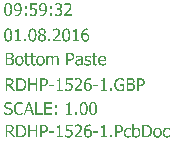
<source format=gbp>
G04 Layer_Color=7209062*
%FSTAX25Y25*%
%MOIN*%
G70*
G01*
G75*
G36*
X0500678Y0723117D02*
X0500814Y0723111D01*
X0500963Y0723104D01*
X0501118Y0723085D01*
X0501267Y0723066D01*
X0501403Y0723033D01*
X050141D01*
X0501416Y0723027D01*
X0501436D01*
X0501462Y0723014D01*
X050152Y0722994D01*
X0501604Y0722968D01*
X0501695Y0722936D01*
X0501792Y0722891D01*
X0501889Y0722845D01*
X050198Y0722787D01*
X0501987D01*
X0502Y0722774D01*
X0502019Y0722761D01*
X0502045Y0722735D01*
X0502123Y0722677D01*
X0502213Y0722593D01*
X0502311Y0722489D01*
X0502421Y0722366D01*
X0502518Y072223D01*
X0502609Y0722068D01*
Y0722061D01*
X0502622Y0722048D01*
X0502628Y0722022D01*
X0502647Y072199D01*
X0502661Y0721945D01*
X050268Y0721893D01*
X0502699Y0721835D01*
X0502725Y072177D01*
X0502745Y0721698D01*
X0502764Y0721614D01*
X0502784Y072153D01*
X0502803Y0721433D01*
X0502829Y0721232D01*
X0502836Y0721005D01*
Y0720998D01*
Y0720979D01*
Y0720947D01*
X0502829Y0720908D01*
Y0720856D01*
X0502822Y0720798D01*
X0502816Y0720733D01*
X0502809Y0720662D01*
X0502777Y07205D01*
X0502738Y0720325D01*
X050268Y0720143D01*
X0502602Y0719962D01*
Y0719955D01*
X0502589Y0719942D01*
X0502576Y0719916D01*
X0502557Y0719884D01*
X0502537Y0719845D01*
X0502505Y07198D01*
X0502434Y0719702D01*
X050235Y0719586D01*
X0502239Y0719463D01*
X0502116Y0719346D01*
X0501974Y0719242D01*
X0501967D01*
X0501961Y0719236D01*
X0501941Y0719223D01*
X0501922Y071921D01*
X0501857Y0719171D01*
X0501773Y0719132D01*
X0501676Y0719087D01*
X0501565Y0719042D01*
X0501449Y0719003D01*
X0501326Y071897D01*
X0501313D01*
X0501293Y0718964D01*
X0501267Y0718957D01*
X0501235D01*
X0501196Y0718951D01*
X0501099Y0718938D01*
X0500976Y0718925D01*
X0500833Y0718919D01*
X0500665Y0718905D01*
X0499518D01*
Y0723124D01*
X0500619D01*
X0500678Y0723117D01*
D02*
G37*
G36*
X0508641D02*
X0508739Y0723111D01*
X0508842Y0723098D01*
X0508946Y0723079D01*
X050905Y0723059D01*
X0509063D01*
X0509095Y0723046D01*
X0509147Y0723033D01*
X0509205Y0723007D01*
X0509283Y0722981D01*
X0509361Y0722949D01*
X0509439Y0722904D01*
X0509516Y0722858D01*
X0509529Y0722852D01*
X0509555Y0722832D01*
X0509601Y0722793D01*
X0509652Y0722748D01*
X0509711Y072269D01*
X0509775Y0722618D01*
X0509834Y0722541D01*
X0509886Y072245D01*
X0509892Y0722437D01*
X0509905Y0722405D01*
X0509931Y0722353D01*
X0509957Y0722282D01*
X0509976Y0722197D01*
X0510002Y0722094D01*
X0510015Y0721977D01*
X0510022Y0721847D01*
Y0721835D01*
Y0721802D01*
X0510015Y072175D01*
X0510009Y0721679D01*
X0509996Y0721601D01*
X0509976Y0721517D01*
X050995Y072142D01*
X0509918Y0721329D01*
X0509912Y0721316D01*
X0509899Y072129D01*
X0509879Y0721245D01*
X0509847Y0721186D01*
X0509808Y0721122D01*
X0509763Y072105D01*
X0509711Y0720979D01*
X0509652Y0720914D01*
X050964Y0720908D01*
X0509614Y0720882D01*
X0509568Y0720843D01*
X0509503Y0720791D01*
X0509432Y0720739D01*
X0509341Y0720687D01*
X0509244Y0720636D01*
X050914Y072059D01*
X0509128Y0720584D01*
X0509089Y0720571D01*
X0509024Y0720558D01*
X050894Y0720539D01*
X0508829Y0720512D01*
X0508706Y07205D01*
X0508564Y0720487D01*
X0508402Y072048D01*
X0507929D01*
Y0718905D01*
X0507365D01*
Y0723124D01*
X0508551D01*
X0508641Y0723117D01*
D02*
G37*
G36*
X0534264Y0738695D02*
X0534328D01*
X05344Y0738689D01*
X0534542Y0738669D01*
X0534549D01*
X0534575Y0738663D01*
X0534613Y0738656D01*
X0534659Y073865D01*
X0534717Y0738637D01*
X0534782Y0738618D01*
X0534911Y0738585D01*
X0534918D01*
X0534937Y0738579D01*
X0534963Y0738566D01*
X0535002Y0738553D01*
X0535054Y0738533D01*
X0535106Y0738514D01*
X0535229Y0738462D01*
X0535236D01*
X0535261Y0738449D01*
X0535287Y0738436D01*
X0535333Y0738423D01*
X0535423Y0738378D01*
X0535514Y0738339D01*
Y0737665D01*
X0535462D01*
X0535456Y0737671D01*
X0535443Y0737678D01*
X0535423Y0737697D01*
X0535397Y0737723D01*
X0535326Y0737775D01*
X0535248Y0737833D01*
X0535242Y073784D01*
X0535229Y0737846D01*
X0535203Y0737866D01*
X0535171Y0737885D01*
X0535125Y0737918D01*
X0535067Y0737944D01*
X0535002Y0737983D01*
X0534931Y0738015D01*
X0534924Y0738021D01*
X0534899Y0738028D01*
X0534866Y0738047D01*
X0534821Y0738067D01*
X0534762Y0738086D01*
X0534698Y0738112D01*
X053462Y0738138D01*
X0534542Y0738157D01*
X0534529D01*
X0534503Y0738164D01*
X0534458Y0738177D01*
X05344Y073819D01*
X0534328Y0738196D01*
X053425Y0738209D01*
X053416Y0738216D01*
X0534011D01*
X0533965Y0738209D01*
X0533914Y0738203D01*
X0533855Y073819D01*
X053379Y0738177D01*
X0533719Y0738157D01*
X0533641Y0738132D01*
X0533564Y0738106D01*
X0533479Y0738067D01*
X0533395Y0738021D01*
X0533317Y0737969D01*
X0533233Y0737905D01*
X0533155Y073784D01*
X0533084Y0737756D01*
X0533078Y0737749D01*
X0533071Y0737736D01*
X0533052Y073771D01*
X0533026Y0737671D01*
X0533Y0737626D01*
X0532968Y0737568D01*
X0532935Y0737503D01*
X0532903Y0737432D01*
X0532864Y0737347D01*
X0532831Y0737257D01*
X0532799Y0737153D01*
X0532773Y0737043D01*
X0532747Y0736926D01*
X0532728Y0736803D01*
X0532721Y0736673D01*
X0532715Y0736531D01*
Y0736524D01*
Y0736512D01*
Y0736492D01*
Y073646D01*
Y0736421D01*
X0532721Y0736382D01*
X0532728Y0736278D01*
X0532741Y0736162D01*
X0532754Y0736038D01*
X053278Y0735909D01*
X0532812Y0735786D01*
Y0735779D01*
X0532818Y0735773D01*
X0532831Y0735734D01*
X0532851Y0735676D01*
X0532883Y0735598D01*
X0532922Y0735514D01*
X0532974Y0735423D01*
X0533032Y0735332D01*
X0533097Y0735248D01*
X0533104Y0735241D01*
X053313Y0735209D01*
X0533168Y073517D01*
X053322Y0735125D01*
X0533285Y0735067D01*
X0533356Y0735015D01*
X053344Y0734956D01*
X0533531Y0734911D01*
X0533544Y0734904D01*
X0533577Y0734892D01*
X0533628Y0734878D01*
X05337Y0734859D01*
X0533784Y0734833D01*
X0533881Y073482D01*
X0533991Y0734807D01*
X0534108Y0734801D01*
X0534192D01*
X0534257Y0734807D01*
X0534322D01*
X0534406Y0734814D01*
X0534575Y0734833D01*
X0534587D01*
X0534613Y073484D01*
X0534659Y0734846D01*
X0534717Y0734859D01*
X0534775Y0734872D01*
X0534847Y0734885D01*
X0534911Y0734911D01*
X0534976Y073493D01*
Y0736025D01*
X0534004D01*
Y0736524D01*
X0535534D01*
Y0734678D01*
X0535527D01*
X0535514Y0734671D01*
X0535488Y0734658D01*
X0535456Y0734645D01*
X0535417Y0734626D01*
X0535365Y07346D01*
X0535307Y0734574D01*
X0535242Y0734548D01*
X0535236D01*
X053521Y0734535D01*
X0535177Y0734522D01*
X0535132Y0734509D01*
X053508Y073449D01*
X0535028Y073447D01*
X0534905Y0734438D01*
X0534899D01*
X0534873Y0734431D01*
X0534834Y0734418D01*
X0534782Y0734406D01*
X0534724Y0734392D01*
X0534665Y0734373D01*
X0534536Y0734347D01*
X0534529D01*
X0534503Y0734341D01*
X0534471Y0734334D01*
X0534419D01*
X0534361Y0734328D01*
X0534289Y0734321D01*
X0534212Y0734315D01*
X0534056D01*
X0534011Y0734321D01*
X0533965D01*
X0533862Y0734334D01*
X0533732Y0734347D01*
X0533596Y0734373D01*
X0533454Y0734406D01*
X0533311Y0734451D01*
X0533304D01*
X0533298Y0734457D01*
X0533279Y0734464D01*
X0533246Y0734477D01*
X0533181Y0734509D01*
X0533091Y0734554D01*
X0532993Y0734613D01*
X053289Y0734684D01*
X053278Y0734768D01*
X0532676Y0734866D01*
Y0734872D01*
X0532663Y0734878D01*
X053263Y0734917D01*
X0532585Y0734976D01*
X0532527Y073506D01*
X0532462Y0735157D01*
X0532391Y0735274D01*
X0532326Y073541D01*
X0532268Y0735559D01*
Y0735565D01*
X0532261Y0735578D01*
X0532255Y0735598D01*
X0532248Y073563D01*
X0532235Y0735669D01*
X0532222Y0735721D01*
X0532209Y0735773D01*
X0532203Y0735831D01*
X0532177Y0735974D01*
X0532151Y0736136D01*
X0532138Y0736317D01*
X0532131Y0736512D01*
Y0736518D01*
Y0736537D01*
Y0736563D01*
Y0736596D01*
X0532138Y0736641D01*
Y0736693D01*
X0532144Y0736751D01*
X0532151Y0736816D01*
X0532164Y0736959D01*
X053219Y0737114D01*
X0532229Y073727D01*
X0532274Y0737425D01*
Y0737432D01*
X0532281Y0737445D01*
X0532287Y0737464D01*
X05323Y0737497D01*
X0532332Y0737568D01*
X0532378Y0737665D01*
X0532436Y0737775D01*
X0532507Y0737892D01*
X0532592Y0738008D01*
X0532682Y0738119D01*
Y0738125D01*
X0532695Y0738132D01*
X0532728Y0738164D01*
X053278Y0738216D01*
X0532857Y0738274D01*
X0532948Y0738345D01*
X0533052Y0738417D01*
X0533175Y0738488D01*
X0533311Y0738546D01*
X0533317D01*
X053333Y0738553D01*
X053335Y0738559D01*
X0533376Y0738572D01*
X0533415Y0738585D01*
X0533454Y0738598D01*
X0533557Y0738624D01*
X053368Y073865D01*
X0533816Y0738676D01*
X0533972Y0738695D01*
X0534134Y0738702D01*
X0534212D01*
X0534264Y0738695D01*
D02*
G37*
G36*
X050651Y0734406D02*
X0505946D01*
Y0736473D01*
X0504015D01*
Y0734406D01*
X0503451D01*
Y0738624D01*
X0504015D01*
Y0736972D01*
X0505946D01*
Y0738624D01*
X050651D01*
Y0734406D01*
D02*
G37*
G36*
X0514188Y0719333D02*
X0514934D01*
Y0718905D01*
X051288D01*
Y0719333D01*
X0513644D01*
Y0722165D01*
X051288D01*
Y0722547D01*
X0512951D01*
X0513028Y0722554D01*
X0513119Y072256D01*
X0513223Y072258D01*
X0513327Y0722599D01*
X051343Y0722632D01*
X0513515Y072267D01*
X0513521Y0722677D01*
X0513547Y0722696D01*
X0513579Y0722729D01*
X0513625Y0722774D01*
X0513663Y0722839D01*
X0513702Y0722917D01*
X0513728Y072302D01*
X0513748Y0723137D01*
X0514188D01*
Y0719333D01*
D02*
G37*
G36*
X0511979Y0736D02*
X0510385D01*
Y0736505D01*
X0511979D01*
Y0736D01*
D02*
G37*
G36*
X0528969Y0719333D02*
X0529714D01*
Y0718905D01*
X052766D01*
Y0719333D01*
X0528425D01*
Y0722165D01*
X052766D01*
Y0722547D01*
X0527732D01*
X0527809Y0722554D01*
X05279Y072256D01*
X0528004Y072258D01*
X0528108Y0722599D01*
X0528211Y0722632D01*
X0528295Y072267D01*
X0528302Y0722677D01*
X0528328Y0722696D01*
X052836Y0722729D01*
X0528406Y0722774D01*
X0528444Y0722839D01*
X0528483Y0722917D01*
X0528509Y072302D01*
X0528529Y0723137D01*
X0528969D01*
Y0719333D01*
D02*
G37*
G36*
X052015Y0723208D02*
X0520202D01*
X052026Y0723195D01*
X052039Y0723176D01*
X0520539Y0723137D01*
X0520694Y0723079D01*
X0520772Y0723046D01*
X0520843Y0723001D01*
X0520915Y0722956D01*
X0520979Y0722897D01*
X0520986Y0722891D01*
X0520992Y0722884D01*
X0521012Y0722865D01*
X0521031Y0722839D01*
X0521057Y0722807D01*
X0521083Y0722768D01*
X0521115Y0722729D01*
X0521148Y0722677D01*
X0521213Y0722554D01*
X0521265Y0722411D01*
X0521304Y0722236D01*
X052131Y0722146D01*
X0521316Y0722048D01*
Y0722035D01*
Y0722009D01*
Y0721958D01*
X052131Y0721899D01*
X0521304Y0721828D01*
X052129Y072175D01*
X0521258Y0721588D01*
Y0721582D01*
X0521245Y0721556D01*
X0521232Y0721511D01*
X0521219Y0721465D01*
X0521193Y0721407D01*
X0521167Y0721342D01*
X0521096Y0721206D01*
X052109Y0721199D01*
X0521077Y0721173D01*
X0521057Y0721135D01*
X0521025Y0721089D01*
X0520986Y0721031D01*
X0520947Y0720973D01*
X0520843Y0720836D01*
X0520837Y072083D01*
X0520818Y0720804D01*
X0520785Y0720772D01*
X0520746Y0720726D01*
X0520701Y0720668D01*
X0520649Y072061D01*
X0520532Y072048D01*
X0520519Y0720467D01*
X0520487Y0720428D01*
X0520429Y0720376D01*
X0520357Y0720299D01*
X0520273Y0720208D01*
X0520169Y0720104D01*
X0520059Y0719994D01*
X0519936Y0719877D01*
X051993Y0719871D01*
X0519923Y0719865D01*
X0519884Y0719826D01*
X0519819Y0719767D01*
X0519748Y0719702D01*
X0519664Y0719625D01*
X0519573Y0719541D01*
X0519489Y0719463D01*
X0519411Y0719391D01*
X0521491D01*
Y0718905D01*
X0518886D01*
Y0719495D01*
X0518893Y0719502D01*
X0518899Y0719508D01*
X0518932Y0719541D01*
X051899Y0719592D01*
X0519055Y0719657D01*
X0519139Y0719735D01*
X0519223Y0719826D01*
X0519411Y0720007D01*
X0519424Y072002D01*
X0519457Y0720052D01*
X0519502Y0720098D01*
X0519567Y0720163D01*
X0519645Y072024D01*
X0519729Y0720325D01*
X0519813Y0720415D01*
X0519904Y0720512D01*
X051991Y0720519D01*
X0519923Y0720539D01*
X0519949Y0720564D01*
X0519981Y0720603D01*
X052002Y0720649D01*
X0520066Y0720701D01*
X0520163Y0720817D01*
X0520273Y0720953D01*
X0520383Y0721096D01*
X052048Y0721232D01*
X0520519Y0721297D01*
X0520558Y0721361D01*
Y0721368D01*
X0520565Y0721374D01*
X0520578Y0721394D01*
X0520584Y072142D01*
X0520617Y0721485D01*
X0520649Y0721569D01*
X0520681Y0721666D01*
X0520714Y0721776D01*
X0520733Y0721899D01*
X052074Y0722022D01*
Y0722029D01*
Y0722055D01*
Y0722087D01*
X0520733Y0722126D01*
X0520714Y072223D01*
X0520681Y0722333D01*
Y072234D01*
X0520668Y0722359D01*
X0520655Y0722379D01*
X0520643Y0722411D01*
X0520597Y0722482D01*
X0520532Y0722554D01*
X0520526Y072256D01*
X0520513Y0722567D01*
X0520494Y0722586D01*
X0520468Y0722599D01*
X052039Y0722645D01*
X0520299Y0722683D01*
X0520293D01*
X052028Y072269D01*
X0520247Y0722696D01*
X0520215Y0722709D01*
X0520176Y0722716D01*
X0520124Y0722722D01*
X0520014Y0722729D01*
X0519956D01*
X0519923Y0722722D01*
X0519871D01*
X0519826Y0722716D01*
X0519709Y072269D01*
X0519703D01*
X0519684Y0722683D01*
X0519651Y0722677D01*
X0519612Y0722664D01*
X0519567Y0722651D01*
X0519522Y0722632D01*
X0519411Y0722593D01*
X0519405D01*
X0519392Y0722586D01*
X0519366Y0722573D01*
X051934Y072256D01*
X0519269Y0722521D01*
X0519184Y072247D01*
X0519178D01*
X0519165Y0722457D01*
X0519146Y0722444D01*
X051912Y0722431D01*
X0519061Y0722398D01*
X0519003Y0722359D01*
X0518977D01*
Y0722956D01*
X0518984Y0722962D01*
X0519009Y0722968D01*
X0519048Y0722988D01*
X0519107Y0723014D01*
X0519171Y072304D01*
X0519256Y0723066D01*
X0519353Y0723098D01*
X0519463Y0723131D01*
X051947D01*
X0519476Y0723137D01*
X0519515Y0723143D01*
X0519573Y0723156D01*
X0519651Y0723176D01*
X0519742Y0723189D01*
X0519845Y0723202D01*
X0519949Y0723208D01*
X0520053Y0723215D01*
X0520111D01*
X052015Y0723208D01*
D02*
G37*
G36*
X052676Y0736D02*
X0525166D01*
Y0736505D01*
X052676D01*
Y0736D01*
D02*
G37*
G36*
X0524045Y0738695D02*
X0524135Y0738682D01*
X0524155D01*
X0524181Y0738676D01*
X0524206Y0738669D01*
X0524278Y0738656D01*
X0524356Y0738637D01*
Y0738106D01*
X0524323D01*
X0524317Y0738112D01*
X0524297Y0738119D01*
X0524271Y0738132D01*
X0524239Y0738138D01*
X05242Y0738151D01*
X0524155Y0738164D01*
X0524103Y0738177D01*
X0524096D01*
X0524077Y0738183D01*
X0524051Y073819D01*
X0524012Y0738196D01*
X0523967Y0738203D01*
X0523915Y0738209D01*
X0523798Y0738216D01*
X0523746D01*
X0523714Y0738209D01*
X0523669Y0738203D01*
X0523617Y0738196D01*
X0523494Y073817D01*
X0523358Y0738125D01*
X0523221Y073806D01*
X052315Y0738021D01*
X0523079Y0737976D01*
X0523014Y0737918D01*
X0522949Y0737853D01*
X0522943Y0737846D01*
X0522936Y0737833D01*
X0522917Y0737814D01*
X0522897Y0737788D01*
X0522872Y0737749D01*
X0522846Y0737704D01*
X0522813Y0737652D01*
X0522781Y0737587D01*
X0522749Y0737516D01*
X0522716Y0737438D01*
X0522684Y0737354D01*
X0522651Y0737257D01*
X0522625Y0737153D01*
X05226Y0737043D01*
X052258Y0736926D01*
X0522567Y0736797D01*
X0522574Y0736803D01*
X05226Y0736823D01*
X0522645Y0736848D01*
X0522697Y0736881D01*
X0522755Y0736913D01*
X0522826Y0736952D01*
X0522975Y0737017D01*
X0522988Y0737023D01*
X0523014Y073703D01*
X052306Y0737043D01*
X0523111Y0737056D01*
X0523183Y0737069D01*
X052326Y0737082D01*
X0523351Y0737095D01*
X0523533D01*
X0523591Y0737088D01*
X0523656Y0737082D01*
X0523727Y0737075D01*
X052387Y0737043D01*
X0523876D01*
X0523902Y073703D01*
X0523941Y0737017D01*
X0523986Y0736998D01*
X0524045Y0736972D01*
X0524116Y0736939D01*
X0524187Y0736894D01*
X0524258Y0736842D01*
X0524271Y0736835D01*
X0524297Y073681D01*
X0524336Y0736771D01*
X0524388Y0736719D01*
X0524446Y0736654D01*
X0524505Y0736583D01*
X0524556Y0736492D01*
X0524602Y0736395D01*
X0524608Y0736382D01*
X0524621Y0736349D01*
X0524641Y0736291D01*
X052466Y073622D01*
X052468Y0736123D01*
X0524699Y0736019D01*
X0524712Y0735896D01*
X0524718Y0735766D01*
Y073576D01*
Y0735753D01*
Y0735734D01*
Y0735714D01*
X0524712Y073565D01*
X0524706Y0735572D01*
X0524692Y0735475D01*
X0524673Y0735378D01*
X0524647Y0735267D01*
X0524608Y0735164D01*
X0524602Y0735151D01*
X0524589Y0735118D01*
X0524563Y0735067D01*
X0524531Y0735008D01*
X0524492Y073493D01*
X052444Y0734859D01*
X0524381Y0734781D01*
X0524317Y073471D01*
X052431Y0734704D01*
X0524284Y0734678D01*
X0524245Y0734645D01*
X0524193Y07346D01*
X0524129Y0734554D01*
X0524057Y0734503D01*
X052398Y0734457D01*
X0523896Y0734412D01*
X0523882Y0734406D01*
X0523857Y0734399D01*
X0523805Y073438D01*
X0523746Y0734367D01*
X0523669Y0734347D01*
X0523578Y0734328D01*
X0523481Y0734321D01*
X0523377Y0734315D01*
X0523332D01*
X0523273Y0734321D01*
X0523209Y0734328D01*
X0523124Y0734334D01*
X052304Y0734354D01*
X0522949Y0734373D01*
X0522859Y0734406D01*
X0522846Y0734412D01*
X052282Y0734425D01*
X0522774Y0734444D01*
X0522723Y0734477D01*
X0522658Y0734522D01*
X0522586Y0734567D01*
X0522515Y0734626D01*
X0522444Y0734697D01*
X0522437Y073471D01*
X0522411Y0734736D01*
X0522373Y0734788D01*
X0522321Y0734859D01*
X0522269Y0734943D01*
X0522211Y0735047D01*
X0522159Y073517D01*
X0522107Y0735306D01*
Y0735313D01*
X05221Y0735326D01*
X0522094Y0735345D01*
X0522087Y0735378D01*
X0522081Y073541D01*
X0522068Y0735455D01*
X0522055Y0735507D01*
X0522049Y0735565D01*
X0522036Y0735637D01*
X0522023Y0735708D01*
X0522003Y073587D01*
X052199Y0736051D01*
X0521984Y0736252D01*
Y0736259D01*
Y0736278D01*
Y0736304D01*
Y0736343D01*
X052199Y0736395D01*
Y0736453D01*
Y0736512D01*
X0521997Y0736583D01*
X052201Y0736738D01*
X0522029Y07369D01*
X0522055Y0737075D01*
X0522094Y0737244D01*
Y073725D01*
X05221Y0737263D01*
X0522107Y0737289D01*
X0522114Y0737322D01*
X0522126Y073736D01*
X0522139Y0737406D01*
X0522178Y0737509D01*
X052223Y0737633D01*
X0522288Y0737762D01*
X052236Y0737892D01*
X0522444Y0738021D01*
Y0738028D01*
X0522457Y0738034D01*
X0522483Y0738073D01*
X0522535Y0738132D01*
X0522606Y0738203D01*
X052269Y073828D01*
X0522787Y0738365D01*
X0522904Y0738449D01*
X0523034Y073852D01*
X052304D01*
X0523053Y0738527D01*
X0523072Y073854D01*
X0523098Y0738546D01*
X0523131Y0738566D01*
X0523176Y0738579D01*
X0523273Y0738611D01*
X0523396Y0738643D01*
X0523546Y0738676D01*
X0523701Y0738695D01*
X0523876Y0738702D01*
X052396D01*
X0524045Y0738695D01*
D02*
G37*
G36*
X0497289Y0747118D02*
X0497399D01*
X0497509Y0747111D01*
X0497613Y0747105D01*
X0497703Y0747092D01*
X0497716D01*
X0497742Y0747085D01*
X0497788Y0747079D01*
X0497846Y0747059D01*
X0497911Y074704D01*
X0497982Y074702D01*
X049806Y0746988D01*
X0498138Y0746949D01*
X049815Y0746943D01*
X0498176Y074693D01*
X0498215Y0746897D01*
X0498267Y0746865D01*
X0498319Y0746819D01*
X0498371Y0746761D01*
X0498423Y0746703D01*
X0498468Y0746631D01*
X0498474Y0746625D01*
X0498487Y0746599D01*
X04985Y0746554D01*
X0498526Y0746502D01*
X0498546Y0746431D01*
X0498559Y0746353D01*
X0498572Y0746262D01*
X0498578Y0746165D01*
Y0746152D01*
Y0746113D01*
X0498572Y0746061D01*
X0498559Y074599D01*
X0498539Y0745906D01*
X0498507Y0745815D01*
X0498468Y0745724D01*
X0498416Y0745634D01*
X049841Y0745621D01*
X049839Y0745595D01*
X0498351Y0745556D01*
X0498306Y0745498D01*
X0498241Y0745439D01*
X049817Y0745381D01*
X0498086Y0745323D01*
X0497988Y0745264D01*
Y0745245D01*
X0497995D01*
X0498008Y0745238D01*
X0498027Y0745232D01*
X0498053Y0745225D01*
X0498118Y0745199D01*
X0498202Y074516D01*
X0498293Y0745109D01*
X049839Y0745044D01*
X0498487Y0744966D01*
X0498572Y0744869D01*
X0498578Y0744856D01*
X0498604Y0744824D01*
X0498636Y0744765D01*
X0498675Y0744688D01*
X0498714Y074459D01*
X0498747Y0744474D01*
X0498772Y0744344D01*
X0498779Y0744195D01*
Y0744188D01*
Y0744182D01*
Y0744143D01*
X0498772Y0744085D01*
X0498766Y0744007D01*
X0498747Y0743923D01*
X0498727Y0743832D01*
X0498695Y0743735D01*
X0498656Y0743638D01*
X0498649Y0743625D01*
X0498636Y0743599D01*
X049861Y0743553D01*
X0498572Y0743502D01*
X0498526Y0743437D01*
X0498474Y0743372D01*
X049841Y0743307D01*
X0498338Y0743243D01*
X0498325Y0743236D01*
X04983Y074321D01*
X0498248Y0743184D01*
X0498183Y0743145D01*
X0498105Y07431D01*
X0498021Y0743054D01*
X0497924Y0743016D01*
X0497826Y0742983D01*
X0497814D01*
X0497775Y074297D01*
X0497716Y0742957D01*
X0497639Y0742944D01*
X0497535Y0742931D01*
X0497418Y0742918D01*
X0497282Y0742912D01*
X0497127Y0742906D01*
X0495921D01*
Y0747124D01*
X0497191D01*
X0497289Y0747118D01*
D02*
G37*
G36*
X0525548Y0746068D02*
X0526526D01*
Y0745621D01*
X0525548D01*
Y0744117D01*
Y0744104D01*
Y0744078D01*
Y0744033D01*
Y0743981D01*
Y0743858D01*
X0525554Y07438D01*
Y0743748D01*
Y0743741D01*
Y0743728D01*
X0525561Y0743703D01*
X0525567Y074367D01*
X0525587Y0743592D01*
X0525619Y0743502D01*
Y0743495D01*
X0525626Y0743489D01*
X0525658Y074345D01*
X0525703Y0743398D01*
X0525768Y0743353D01*
X0525775D01*
X0525788Y0743346D01*
X0525813Y074334D01*
X0525846Y0743333D01*
X0525891Y074332D01*
X0525943Y0743314D01*
X0526002Y0743307D01*
X0526112D01*
X0526144Y0743314D01*
X0526228Y0743327D01*
X0526312Y0743346D01*
X0526319D01*
X0526332Y0743353D01*
X0526358Y0743359D01*
X0526384Y0743372D01*
X0526442Y0743392D01*
X0526494Y0743411D01*
X0526526D01*
Y0742931D01*
X052652D01*
X05265Y0742925D01*
X0526468Y0742918D01*
X0526429Y0742912D01*
X0526384Y0742899D01*
X0526332Y0742886D01*
X0526215Y0742867D01*
X0526209D01*
X0526189Y074286D01*
X0526163D01*
X0526125Y0742854D01*
X0526034Y0742847D01*
X0525937Y0742841D01*
X0525898D01*
X0525865Y0742847D01*
X0525827D01*
X0525788Y0742854D01*
X052569Y0742873D01*
X052558Y0742899D01*
X0525464Y0742944D01*
X0525353Y0743003D01*
X0525256Y0743087D01*
X0525243Y07431D01*
X0525217Y0743132D01*
X0525178Y0743191D01*
X052514Y0743275D01*
X0525094Y0743385D01*
X0525055Y0743521D01*
X0525036Y0743599D01*
X052503Y0743677D01*
X0525016Y0743767D01*
Y0743864D01*
Y0745621D01*
X052466D01*
Y0746068D01*
X0525016D01*
Y0746975D01*
X0525548D01*
Y0746068D01*
D02*
G37*
G36*
X0520539Y0746139D02*
X052063Y0746133D01*
X052072Y0746126D01*
X0520811Y0746113D01*
X0520895Y0746094D01*
X0520908D01*
X0520934Y0746081D01*
X0520979Y0746068D01*
X0521031Y0746048D01*
X0521096Y0746022D01*
X0521161Y074599D01*
X0521232Y0745951D01*
X0521304Y0745906D01*
X052131Y0745899D01*
X0521329Y074588D01*
X0521362Y0745854D01*
X0521401Y0745815D01*
X052144Y074577D01*
X0521478Y0745711D01*
X0521524Y074564D01*
X0521556Y0745569D01*
X0521563Y0745562D01*
X0521569Y074553D01*
X0521582Y0745484D01*
X0521601Y0745426D01*
X0521621Y0745355D01*
X0521634Y0745271D01*
X052164Y0745174D01*
X0521647Y0745063D01*
Y0742906D01*
X0521115D01*
Y0743236D01*
X0521103Y0743229D01*
X0521064Y0743204D01*
X0521012Y0743158D01*
X0520934Y07431D01*
X0520928Y0743093D01*
X0520915Y0743087D01*
X0520895Y0743068D01*
X0520869Y0743054D01*
X0520805Y0743009D01*
X0520727Y0742964D01*
X052072D01*
X0520701Y0742951D01*
X0520675Y0742944D01*
X0520636Y0742925D01*
X0520552Y0742893D01*
X0520448Y074286D01*
X0520442D01*
X0520422Y0742854D01*
X0520396Y0742847D01*
X0520357Y0742841D01*
X0520305Y0742828D01*
X0520241Y0742821D01*
X0520169Y0742815D01*
X0520053D01*
X0520014Y0742821D01*
X0519969D01*
X051991Y0742834D01*
X0519845Y0742847D01*
X0519781Y074286D01*
X0519709Y0742886D01*
X0519703Y0742893D01*
X0519684Y0742899D01*
X0519645Y0742918D01*
X0519606Y0742938D01*
X0519509Y0743003D01*
X0519405Y0743093D01*
X0519398Y07431D01*
X0519385Y0743119D01*
X0519359Y0743145D01*
X0519334Y0743184D01*
X0519295Y0743229D01*
X0519262Y0743281D01*
X051923Y0743346D01*
X0519198Y0743411D01*
Y0743417D01*
X0519184Y0743443D01*
X0519178Y0743482D01*
X0519165Y0743534D01*
X0519152Y0743599D01*
X0519139Y0743664D01*
X0519133Y0743741D01*
X0519126Y0743819D01*
Y0743826D01*
Y0743832D01*
Y0743871D01*
X0519133Y0743936D01*
X0519146Y0744014D01*
X0519159Y0744098D01*
X0519184Y0744188D01*
X0519217Y0744286D01*
X0519262Y0744377D01*
X0519269Y0744389D01*
X0519288Y0744415D01*
X0519321Y0744461D01*
X0519366Y0744513D01*
X0519431Y0744571D01*
X0519509Y0744629D01*
X0519599Y0744694D01*
X0519703Y0744746D01*
X0519716Y0744752D01*
X0519748Y0744765D01*
X0519807Y0744785D01*
X0519884Y0744811D01*
X0519975Y0744843D01*
X0520079Y0744869D01*
X0520202Y0744895D01*
X0520331Y0744914D01*
X0520351D01*
X052037Y0744921D01*
X0520396D01*
X0520429Y0744927D01*
X0520468D01*
X0520565Y074494D01*
X0520681Y0744953D01*
X0520818Y0744966D01*
X052096Y0744973D01*
X0521115Y0744986D01*
Y0745083D01*
Y0745089D01*
Y0745115D01*
Y0745148D01*
X0521109Y0745193D01*
X052109Y074529D01*
X0521077Y0745342D01*
X0521057Y0745387D01*
Y0745394D01*
X0521044Y0745407D01*
X0521031Y0745426D01*
X0521018Y0745452D01*
X0520966Y074551D01*
X0520895Y0745569D01*
X0520889D01*
X0520876Y0745582D01*
X0520856Y0745588D01*
X052083Y0745601D01*
X0520791Y0745621D01*
X0520753Y0745634D01*
X0520649Y0745653D01*
X0520643D01*
X0520623Y0745659D01*
X0520591D01*
X0520558Y0745666D01*
X0520506Y0745673D01*
X0520461D01*
X0520344Y0745679D01*
X0520273D01*
X0520221Y0745673D01*
X0520156Y0745666D01*
X0520085Y0745653D01*
X0520001Y074564D01*
X051991Y0745621D01*
X0519897D01*
X0519865Y0745608D01*
X0519819Y0745595D01*
X0519755Y0745582D01*
X0519684Y0745556D01*
X0519599Y074553D01*
X0519411Y0745459D01*
X0519385D01*
Y0745997D01*
X0519392D01*
X0519411Y0746003D01*
X0519444Y0746016D01*
X0519489Y0746029D01*
X0519547Y0746042D01*
X0519619Y0746055D01*
X0519703Y0746074D01*
X05198Y0746094D01*
X0519813D01*
X0519845Y07461D01*
X0519904Y0746113D01*
X0519975Y074612D01*
X0520059Y0746133D01*
X052015Y0746139D01*
X0520351Y0746145D01*
X0520468D01*
X0520539Y0746139D01*
D02*
G37*
G36*
X0517474Y0747118D02*
X0517571Y0747111D01*
X0517675Y0747098D01*
X0517778Y0747079D01*
X0517882Y0747059D01*
X0517895D01*
X0517927Y0747046D01*
X0517979Y0747033D01*
X0518038Y0747007D01*
X0518115Y0746981D01*
X0518193Y0746949D01*
X0518271Y0746904D01*
X0518349Y0746858D01*
X0518362Y0746852D01*
X0518388Y0746832D01*
X0518433Y0746794D01*
X0518485Y0746748D01*
X0518543Y074669D01*
X0518608Y0746619D01*
X0518666Y0746541D01*
X0518718Y074645D01*
X0518724Y0746437D01*
X0518737Y0746405D01*
X0518763Y0746353D01*
X0518789Y0746282D01*
X0518809Y0746197D01*
X0518835Y0746094D01*
X0518848Y0745977D01*
X0518854Y0745847D01*
Y0745834D01*
Y0745802D01*
X0518848Y074575D01*
X0518841Y0745679D01*
X0518828Y0745601D01*
X0518809Y0745517D01*
X0518783Y074542D01*
X051875Y0745329D01*
X0518744Y0745316D01*
X0518731Y074529D01*
X0518712Y0745245D01*
X0518679Y0745187D01*
X051864Y0745122D01*
X0518595Y074505D01*
X0518543Y0744979D01*
X0518485Y0744914D01*
X0518472Y0744908D01*
X0518446Y0744882D01*
X05184Y0744843D01*
X0518336Y0744791D01*
X0518264Y0744739D01*
X0518174Y0744688D01*
X0518076Y0744636D01*
X0517973Y074459D01*
X051796Y0744584D01*
X0517921Y0744571D01*
X0517856Y0744558D01*
X0517772Y0744538D01*
X0517662Y0744513D01*
X0517539Y07445D01*
X0517396Y0744487D01*
X0517234Y074448D01*
X0516761D01*
Y0742906D01*
X0516197D01*
Y0747124D01*
X0517383D01*
X0517474Y0747118D01*
D02*
G37*
G36*
X0504948Y0746068D02*
X0505926D01*
Y0745621D01*
X0504948D01*
Y0744117D01*
Y0744104D01*
Y0744078D01*
Y0744033D01*
Y0743981D01*
Y0743858D01*
X0504954Y07438D01*
Y0743748D01*
Y0743741D01*
Y0743728D01*
X0504961Y0743703D01*
X0504967Y074367D01*
X0504987Y0743592D01*
X0505019Y0743502D01*
Y0743495D01*
X0505026Y0743489D01*
X0505058Y074345D01*
X0505103Y0743398D01*
X0505168Y0743353D01*
X0505175D01*
X0505188Y0743346D01*
X0505214Y074334D01*
X0505246Y0743333D01*
X0505291Y074332D01*
X0505343Y0743314D01*
X0505402Y0743307D01*
X0505512D01*
X0505544Y0743314D01*
X0505628Y0743327D01*
X0505713Y0743346D01*
X0505719D01*
X0505732Y0743353D01*
X0505758Y0743359D01*
X0505784Y0743372D01*
X0505842Y0743392D01*
X0505894Y0743411D01*
X0505926D01*
Y0742931D01*
X050592D01*
X05059Y0742925D01*
X0505868Y0742918D01*
X0505829Y0742912D01*
X0505784Y0742899D01*
X0505732Y0742886D01*
X0505615Y0742867D01*
X0505609D01*
X0505589Y074286D01*
X0505563D01*
X0505525Y0742854D01*
X0505434Y0742847D01*
X0505337Y0742841D01*
X0505298D01*
X0505266Y0742847D01*
X0505227D01*
X0505188Y0742854D01*
X0505091Y0742873D01*
X050498Y0742899D01*
X0504864Y0742944D01*
X0504753Y0743003D01*
X0504656Y0743087D01*
X0504643Y07431D01*
X0504618Y0743132D01*
X0504579Y0743191D01*
X050454Y0743275D01*
X0504494Y0743385D01*
X0504456Y0743521D01*
X0504436Y0743599D01*
X0504429Y0743677D01*
X0504417Y0743767D01*
Y0743864D01*
Y0745621D01*
X050406D01*
Y0746068D01*
X0504417D01*
Y0746975D01*
X0504948D01*
Y0746068D01*
D02*
G37*
G36*
X0507611Y0746152D02*
X0507669Y0746145D01*
X0507728Y0746133D01*
X0507799Y074612D01*
X0507877Y0746107D01*
X0508039Y0746048D01*
X0508123Y0746016D01*
X0508207Y074597D01*
X0508298Y0745925D01*
X0508376Y074586D01*
X050846Y0745796D01*
X0508531Y0745718D01*
X0508538Y0745711D01*
X0508551Y0745698D01*
X050857Y0745673D01*
X050859Y0745634D01*
X0508622Y0745595D01*
X0508654Y0745536D01*
X0508687Y0745472D01*
X0508726Y07454D01*
X0508765Y0745316D01*
X0508797Y0745225D01*
X0508829Y0745122D01*
X0508862Y0745012D01*
X0508881Y0744888D01*
X0508901Y0744765D01*
X0508914Y0744623D01*
X050892Y074448D01*
Y0744474D01*
Y0744448D01*
Y0744402D01*
X0508914Y074435D01*
X0508907Y0744279D01*
X0508901Y0744208D01*
X0508888Y0744117D01*
X0508875Y0744027D01*
X0508823Y0743832D01*
X0508797Y0743728D01*
X0508758Y0743625D01*
X0508713Y0743521D01*
X0508661Y0743424D01*
X0508603Y0743333D01*
X0508531Y0743249D01*
X0508525Y0743243D01*
X0508512Y0743229D01*
X0508493Y074321D01*
X050846Y0743184D01*
X0508421Y0743145D01*
X0508376Y0743113D01*
X0508324Y0743074D01*
X0508259Y0743035D01*
X0508188Y074299D01*
X0508117Y0742951D01*
X0508032Y0742918D01*
X0507935Y0742886D01*
X0507838Y0742854D01*
X0507734Y0742834D01*
X0507624Y0742821D01*
X0507508Y0742815D01*
X0507443D01*
X0507397Y0742821D01*
X0507345Y0742828D01*
X0507281Y0742841D01*
X0507209Y0742854D01*
X0507132Y0742873D01*
X0507048Y0742893D01*
X0506963Y0742925D01*
X0506879Y0742957D01*
X0506795Y0743003D01*
X0506704Y0743054D01*
X0506626Y0743113D01*
X0506542Y0743184D01*
X0506471Y0743262D01*
X0506464Y0743268D01*
X0506458Y0743281D01*
X0506438Y0743307D01*
X0506412Y0743346D01*
X0506387Y0743392D01*
X0506354Y0743443D01*
X0506315Y0743508D01*
X0506283Y0743579D01*
X050625Y0743664D01*
X0506212Y0743754D01*
X0506179Y0743858D01*
X0506153Y0743962D01*
X0506127Y0744078D01*
X0506114Y0744208D01*
X0506101Y0744338D01*
X0506095Y074448D01*
Y0744487D01*
Y0744513D01*
Y0744558D01*
X0506101Y074461D01*
X0506108Y0744681D01*
X0506114Y0744759D01*
X0506127Y0744843D01*
X0506147Y0744934D01*
X0506192Y0745135D01*
X0506224Y0745238D01*
X0506257Y0745342D01*
X0506302Y0745439D01*
X0506354Y0745536D01*
X0506412Y0745634D01*
X0506484Y0745718D01*
X050649Y0745724D01*
X0506503Y0745737D01*
X0506523Y0745757D01*
X0506555Y0745789D01*
X0506594Y0745822D01*
X0506639Y074586D01*
X0506698Y0745899D01*
X0506756Y0745938D01*
X0506827Y0745977D01*
X0506905Y0746022D01*
X0506989Y0746055D01*
X050708Y0746087D01*
X0507177Y074612D01*
X0507281Y0746139D01*
X0507391Y0746152D01*
X0507508Y0746159D01*
X0507572D01*
X0507611Y0746152D01*
D02*
G37*
G36*
X0500587D02*
X0500645Y0746145D01*
X0500703Y0746133D01*
X0500775Y074612D01*
X0500853Y0746107D01*
X0501015Y0746048D01*
X0501099Y0746016D01*
X0501183Y074597D01*
X0501274Y0745925D01*
X0501351Y074586D01*
X0501436Y0745796D01*
X0501507Y0745718D01*
X0501513Y0745711D01*
X0501526Y0745698D01*
X0501546Y0745673D01*
X0501565Y0745634D01*
X0501598Y0745595D01*
X050163Y0745536D01*
X0501663Y0745472D01*
X0501701Y07454D01*
X050174Y0745316D01*
X0501773Y0745225D01*
X0501805Y0745122D01*
X0501837Y0745012D01*
X0501857Y0744888D01*
X0501876Y0744765D01*
X0501889Y0744623D01*
X0501896Y074448D01*
Y0744474D01*
Y0744448D01*
Y0744402D01*
X0501889Y074435D01*
X0501883Y0744279D01*
X0501876Y0744208D01*
X0501863Y0744117D01*
X0501851Y0744027D01*
X0501799Y0743832D01*
X0501773Y0743728D01*
X0501734Y0743625D01*
X0501688Y0743521D01*
X0501637Y0743424D01*
X0501578Y0743333D01*
X0501507Y0743249D01*
X0501501Y0743243D01*
X0501488Y0743229D01*
X0501468Y074321D01*
X0501436Y0743184D01*
X0501397Y0743145D01*
X0501351Y0743113D01*
X05013Y0743074D01*
X0501235Y0743035D01*
X0501164Y074299D01*
X0501092Y0742951D01*
X0501008Y0742918D01*
X0500911Y0742886D01*
X0500814Y0742854D01*
X050071Y0742834D01*
X05006Y0742821D01*
X0500483Y0742815D01*
X0500418D01*
X0500373Y0742821D01*
X0500321Y0742828D01*
X0500256Y0742841D01*
X0500185Y0742854D01*
X0500107Y0742873D01*
X0500023Y0742893D01*
X0499939Y0742925D01*
X0499855Y0742957D01*
X049977Y0743003D01*
X049968Y0743054D01*
X0499602Y0743113D01*
X0499518Y0743184D01*
X0499446Y0743262D01*
X049944Y0743268D01*
X0499434Y0743281D01*
X0499414Y0743307D01*
X0499388Y0743346D01*
X0499362Y0743392D01*
X049933Y0743443D01*
X0499291Y0743508D01*
X0499259Y0743579D01*
X0499226Y0743664D01*
X0499187Y0743754D01*
X0499155Y0743858D01*
X0499129Y0743962D01*
X0499103Y0744078D01*
X049909Y0744208D01*
X0499077Y0744338D01*
X0499071Y074448D01*
Y0744487D01*
Y0744513D01*
Y0744558D01*
X0499077Y074461D01*
X0499084Y0744681D01*
X049909Y0744759D01*
X0499103Y0744843D01*
X0499122Y0744934D01*
X0499168Y0745135D01*
X04992Y0745238D01*
X0499233Y0745342D01*
X0499278Y0745439D01*
X049933Y0745536D01*
X0499388Y0745634D01*
X0499459Y0745718D01*
X0499466Y0745724D01*
X0499479Y0745737D01*
X0499498Y0745757D01*
X0499531Y0745789D01*
X049957Y0745822D01*
X0499615Y074586D01*
X0499673Y0745899D01*
X0499731Y0745938D01*
X0499803Y0745977D01*
X0499881Y0746022D01*
X0499965Y0746055D01*
X0500056Y0746087D01*
X0500153Y074612D01*
X0500256Y0746139D01*
X0500367Y0746152D01*
X0500483Y0746159D01*
X0500548D01*
X0500587Y0746152D01*
D02*
G37*
G36*
X050301Y0746068D02*
X0503989D01*
Y0745621D01*
X050301D01*
Y0744117D01*
Y0744104D01*
Y0744078D01*
Y0744033D01*
Y0743981D01*
Y0743858D01*
X0503017Y07438D01*
Y0743748D01*
Y0743741D01*
Y0743728D01*
X0503023Y0743703D01*
X050303Y074367D01*
X0503049Y0743592D01*
X0503082Y0743502D01*
Y0743495D01*
X0503088Y0743489D01*
X0503121Y074345D01*
X0503166Y0743398D01*
X0503231Y0743353D01*
X0503237D01*
X050325Y0743346D01*
X0503276Y074334D01*
X0503308Y0743333D01*
X0503354Y074332D01*
X0503406Y0743314D01*
X0503464Y0743307D01*
X0503574D01*
X0503607Y0743314D01*
X0503691Y0743327D01*
X0503775Y0743346D01*
X0503782D01*
X0503794Y0743353D01*
X050382Y0743359D01*
X0503846Y0743372D01*
X0503905Y0743392D01*
X0503957Y0743411D01*
X0503989D01*
Y0742931D01*
X0503982D01*
X0503963Y0742925D01*
X0503931Y0742918D01*
X0503892Y0742912D01*
X0503846Y0742899D01*
X0503794Y0742886D01*
X0503678Y0742867D01*
X0503671D01*
X0503652Y074286D01*
X0503626D01*
X0503587Y0742854D01*
X0503496Y0742847D01*
X0503399Y0742841D01*
X050336D01*
X0503328Y0742847D01*
X0503289D01*
X050325Y0742854D01*
X0503153Y0742873D01*
X0503043Y0742899D01*
X0502926Y0742944D01*
X0502816Y0743003D01*
X0502719Y0743087D01*
X0502706Y07431D01*
X050268Y0743132D01*
X0502641Y0743191D01*
X0502602Y0743275D01*
X0502557Y0743385D01*
X0502518Y0743521D01*
X0502498Y0743599D01*
X0502492Y0743677D01*
X0502479Y0743767D01*
Y0743864D01*
Y0745621D01*
X0502123D01*
Y0746068D01*
X0502479D01*
Y0746975D01*
X050301D01*
Y0746068D01*
D02*
G37*
G36*
X0528263Y0746152D02*
X0528334Y0746145D01*
X0528412Y0746139D01*
X0528503Y074612D01*
X0528593Y07461D01*
X0528678Y0746068D01*
X0528691Y0746061D01*
X0528717Y0746055D01*
X0528756Y0746029D01*
X0528814Y0746003D01*
X0528872Y0745964D01*
X0528943Y0745919D01*
X0529008Y0745867D01*
X0529073Y0745802D01*
X0529079Y0745796D01*
X0529099Y074577D01*
X0529131Y0745731D01*
X052917Y0745679D01*
X0529215Y0745614D01*
X0529261Y0745543D01*
X05293Y0745452D01*
X0529339Y0745361D01*
X0529345Y0745349D01*
X0529352Y0745316D01*
X0529365Y0745258D01*
X0529384Y0745187D01*
X0529403Y0745089D01*
X0529416Y0744979D01*
X0529423Y0744856D01*
X0529429Y074472D01*
Y0744435D01*
X0527233D01*
Y0744428D01*
Y0744409D01*
Y0744383D01*
X0527239Y0744344D01*
Y0744299D01*
X0527246Y074424D01*
X0527265Y0744117D01*
X0527297Y0743981D01*
X0527349Y0743839D01*
X0527414Y0743709D01*
X0527505Y0743586D01*
X0527511D01*
X0527518Y0743573D01*
X0527557Y074354D01*
X0527622Y0743495D01*
X0527706Y0743443D01*
X0527816Y0743392D01*
X0527946Y0743346D01*
X0528101Y0743314D01*
X0528185Y0743307D01*
X0528276Y0743301D01*
X0528341D01*
X0528386Y0743307D01*
X0528438D01*
X0528496Y074332D01*
X0528619Y074334D01*
X0528626D01*
X0528652Y0743346D01*
X0528684Y0743353D01*
X0528723Y0743366D01*
X0528827Y0743398D01*
X052893Y0743437D01*
X0528937D01*
X0528956Y074345D01*
X0528982Y0743463D01*
X0529015Y0743476D01*
X0529092Y0743515D01*
X052917Y074356D01*
X0529177D01*
X052919Y0743573D01*
X0529228Y0743599D01*
X0529287Y0743638D01*
X0529339Y0743683D01*
X0529371D01*
Y07431D01*
X0529365D01*
X0529352Y0743093D01*
X0529332Y0743087D01*
X0529306Y0743074D01*
X0529267Y0743061D01*
X0529228Y0743042D01*
X0529131Y0743003D01*
X0529125D01*
X0529105Y0742996D01*
X0529079Y0742983D01*
X0529047Y074297D01*
X0528969Y0742944D01*
X0528885Y0742918D01*
X0528879D01*
X0528859Y0742912D01*
X0528827Y0742906D01*
X0528794Y0742899D01*
X0528697Y074288D01*
X05286Y074286D01*
X0528593D01*
X0528581Y0742854D01*
X0528548D01*
X0528516Y0742847D01*
X052847Y0742841D01*
X0528412D01*
X0528354Y0742834D01*
X0528211D01*
X0528159Y0742841D01*
X0528094Y0742847D01*
X0528023Y0742854D01*
X0527939Y0742867D01*
X0527855Y0742886D01*
X0527667Y0742938D01*
X052757Y074297D01*
X0527472Y0743009D01*
X0527375Y0743061D01*
X0527278Y0743119D01*
X0527194Y0743184D01*
X0527109Y0743255D01*
X0527103Y0743262D01*
X052709Y0743275D01*
X0527071Y0743301D01*
X0527045Y0743333D01*
X0527012Y0743378D01*
X052698Y074343D01*
X0526941Y0743495D01*
X0526902Y0743567D01*
X0526863Y0743651D01*
X0526824Y0743741D01*
X0526792Y0743839D01*
X052676Y0743949D01*
X0526734Y0744065D01*
X0526714Y0744188D01*
X0526701Y0744325D01*
X0526695Y0744467D01*
Y0744474D01*
Y07445D01*
Y0744538D01*
X0526701Y0744597D01*
X0526708Y0744662D01*
X0526714Y0744733D01*
X0526727Y0744817D01*
X0526747Y0744908D01*
X0526792Y0745109D01*
X0526824Y0745212D01*
X0526863Y074531D01*
X0526909Y0745413D01*
X0526967Y074551D01*
X0527025Y0745608D01*
X0527097Y0745698D01*
X0527103Y0745705D01*
X0527116Y0745718D01*
X0527142Y0745744D01*
X0527168Y074577D01*
X0527213Y0745802D01*
X0527259Y0745841D01*
X0527317Y0745886D01*
X0527382Y0745932D01*
X0527453Y074597D01*
X0527537Y0746016D01*
X0527622Y0746055D01*
X0527719Y0746087D01*
X0527816Y0746113D01*
X0527926Y0746139D01*
X0528043Y0746152D01*
X0528159Y0746159D01*
X0528211D01*
X0528263Y0746152D01*
D02*
G37*
G36*
X0531399Y0718905D02*
X0530725D01*
Y0719715D01*
X0531399D01*
Y0718905D01*
D02*
G37*
G36*
X050651D02*
X0505946D01*
Y0720973D01*
X0504015D01*
Y0718905D01*
X0503451D01*
Y0723124D01*
X0504015D01*
Y0721472D01*
X0505946D01*
Y0723124D01*
X050651D01*
Y0718905D01*
D02*
G37*
G36*
X0549841Y0722139D02*
X0549906D01*
X0549977Y0722126D01*
X0550062Y0722113D01*
X0550152Y0722094D01*
X0550243Y0722068D01*
X0550256D01*
X0550282Y0722055D01*
X0550334Y0722042D01*
X0550392Y0722022D01*
X0550457Y0721996D01*
X0550535Y0721964D01*
X0550684Y0721899D01*
Y0721303D01*
X0550651D01*
X0550638Y072131D01*
X0550612Y0721336D01*
X0550567Y0721368D01*
X0550502Y0721407D01*
X0550496D01*
X0550489Y072142D01*
X055047Y0721433D01*
X0550444Y0721446D01*
X0550373Y0721491D01*
X0550282Y0721536D01*
X0550276D01*
X0550263Y0721549D01*
X0550237Y0721556D01*
X0550211Y0721569D01*
X0550172Y0721588D01*
X0550127Y0721601D01*
X0550023Y0721634D01*
X0550016D01*
X0549997Y072164D01*
X0549971Y0721646D01*
X0549932Y072166D01*
X0549887Y0721666D01*
X0549835Y0721672D01*
X0549731Y0721679D01*
X0549692D01*
X054966Y0721672D01*
X0549589Y072166D01*
X0549492Y072164D01*
X0549388Y0721601D01*
X0549278Y0721543D01*
X0549219Y0721511D01*
X0549167Y0721465D01*
X0549116Y072142D01*
X0549064Y0721361D01*
Y0721355D01*
X0549051Y0721348D01*
X0549044Y0721329D01*
X0549025Y0721303D01*
X0549006Y0721271D01*
X0548986Y0721232D01*
X0548967Y0721186D01*
X0548941Y0721135D01*
X0548915Y0721076D01*
X0548895Y0721011D01*
X0548876Y072094D01*
X0548856Y0720856D01*
X0548831Y0720681D01*
X0548817Y072048D01*
Y0720474D01*
Y0720454D01*
Y0720428D01*
X0548824Y0720389D01*
Y0720344D01*
X0548831Y0720286D01*
X054885Y0720163D01*
X0548876Y0720026D01*
X0548921Y0719877D01*
X054898Y0719741D01*
X0549057Y0719612D01*
Y0719605D01*
X054907Y0719599D01*
X0549103Y0719566D01*
X0549161Y0719515D01*
X0549232Y0719456D01*
X054933Y0719398D01*
X0549446Y0719353D01*
X0549582Y0719314D01*
X0549653Y0719307D01*
X0549731Y0719301D01*
X0549777D01*
X0549828Y0719307D01*
X0549893Y0719314D01*
X0549971Y0719327D01*
X0550055Y0719346D01*
X055014Y0719372D01*
X055023Y0719405D01*
X0550243Y0719411D01*
X0550269Y0719424D01*
X0550314Y071945D01*
X0550373Y0719476D01*
X0550437Y0719521D01*
X0550509Y0719566D01*
X055058Y0719618D01*
X0550651Y0719683D01*
X0550684D01*
Y071908D01*
X0550677D01*
X0550671Y0719074D01*
X0550651Y0719067D01*
X0550626Y0719055D01*
X0550561Y0719029D01*
X0550476Y071899D01*
X055047D01*
X0550457Y0718983D01*
X0550437Y071897D01*
X0550405Y0718964D01*
X055034Y0718938D01*
X0550269Y0718912D01*
X0550263D01*
X0550243Y0718905D01*
X0550217Y0718899D01*
X0550185Y0718892D01*
X0550101Y071888D01*
X0550016Y071886D01*
X055001D01*
X0549997Y0718854D01*
X0549977D01*
X0549945Y0718847D01*
X0549906Y0718841D01*
X0549861D01*
X0549802Y0718834D01*
X0549686D01*
X0549627Y0718841D01*
X0549543Y0718847D01*
X0549453Y071886D01*
X0549349Y0718873D01*
X0549245Y0718899D01*
X0549142Y0718931D01*
X0549129Y0718938D01*
X0549096Y0718951D01*
X0549044Y0718977D01*
X054898Y0719009D01*
X0548908Y0719055D01*
X0548831Y0719106D01*
X0548753Y0719165D01*
X0548675Y0719236D01*
X0548668Y0719242D01*
X0548643Y0719275D01*
X054861Y071932D01*
X0548565Y0719379D01*
X0548513Y071945D01*
X0548468Y0719541D01*
X0548416Y0719638D01*
X054837Y0719748D01*
Y0719754D01*
X0548364Y0719761D01*
Y071978D01*
X0548357Y0719806D01*
X0548338Y0719871D01*
X0548319Y0719955D01*
X0548299Y0720065D01*
X0548286Y0720189D01*
X0548273Y0720331D01*
X0548267Y072048D01*
Y0720487D01*
Y07205D01*
Y0720519D01*
Y0720551D01*
X0548273Y0720584D01*
Y0720629D01*
X054828Y0720726D01*
X0548293Y0720836D01*
X0548312Y072096D01*
X0548338Y0721083D01*
X0548377Y0721199D01*
Y0721206D01*
X0548383Y0721212D01*
X0548396Y0721251D01*
X0548422Y072131D01*
X0548455Y0721381D01*
X05485Y0721459D01*
X0548552Y0721543D01*
X054861Y0721627D01*
X0548675Y0721711D01*
X0548681Y0721718D01*
X0548707Y0721744D01*
X0548746Y0721783D01*
X0548805Y0721828D01*
X0548869Y072188D01*
X0548954Y0721932D01*
X0549044Y0721983D01*
X0549142Y0722029D01*
X0549148D01*
X0549155Y0722035D01*
X0549193Y0722048D01*
X0549245Y0722068D01*
X0549323Y0722087D01*
X0549414Y0722107D01*
X0549511Y0722126D01*
X0549627Y0722139D01*
X0549744Y0722146D01*
X0549789D01*
X0549841Y0722139D01*
D02*
G37*
G36*
X0497217Y0738618D02*
X0497315Y0738611D01*
X0497412Y0738604D01*
X0497515Y0738592D01*
X0497613Y0738579D01*
X0497625D01*
X0497658Y0738572D01*
X0497703Y0738559D01*
X0497762Y073854D01*
X0497833Y073852D01*
X0497911Y0738488D01*
X0497995Y0738449D01*
X0498079Y0738397D01*
X0498092Y0738391D01*
X0498118Y0738371D01*
X0498157Y0738339D01*
X0498209Y07383D01*
X0498261Y0738242D01*
X0498319Y0738183D01*
X0498377Y0738112D01*
X0498429Y0738028D01*
X0498435Y0738015D01*
X0498449Y0737989D01*
X0498468Y0737944D01*
X0498494Y0737879D01*
X049852Y0737794D01*
X0498539Y0737704D01*
X0498552Y0737594D01*
X0498559Y0737477D01*
Y073747D01*
Y0737458D01*
Y0737432D01*
X0498552Y0737399D01*
Y073736D01*
X0498546Y0737315D01*
X0498526Y0737205D01*
X04985Y0737082D01*
X0498455Y0736952D01*
X0498397Y0736823D01*
X0498319Y0736699D01*
Y0736693D01*
X0498306Y0736687D01*
X0498274Y0736648D01*
X0498222Y0736596D01*
X049815Y0736524D01*
X049806Y0736453D01*
X049795Y0736375D01*
X049782Y0736304D01*
X0497677Y0736239D01*
X0499181Y0734406D01*
X0498449D01*
X049712Y0736084D01*
X0496485D01*
Y0734406D01*
X0495921D01*
Y0738624D01*
X0497133D01*
X0497217Y0738618D01*
D02*
G37*
G36*
X0524045Y0723195D02*
X0524135Y0723182D01*
X0524155D01*
X0524181Y0723176D01*
X0524206Y0723169D01*
X0524278Y0723156D01*
X0524356Y0723137D01*
Y0722606D01*
X0524323D01*
X0524317Y0722612D01*
X0524297Y0722618D01*
X0524271Y0722632D01*
X0524239Y0722638D01*
X05242Y0722651D01*
X0524155Y0722664D01*
X0524103Y0722677D01*
X0524096D01*
X0524077Y0722683D01*
X0524051Y072269D01*
X0524012Y0722696D01*
X0523967Y0722703D01*
X0523915Y0722709D01*
X0523798Y0722716D01*
X0523746D01*
X0523714Y0722709D01*
X0523669Y0722703D01*
X0523617Y0722696D01*
X0523494Y072267D01*
X0523358Y0722625D01*
X0523221Y072256D01*
X052315Y0722521D01*
X0523079Y0722476D01*
X0523014Y0722418D01*
X0522949Y0722353D01*
X0522943Y0722346D01*
X0522936Y0722333D01*
X0522917Y0722314D01*
X0522897Y0722288D01*
X0522872Y0722249D01*
X0522846Y0722204D01*
X0522813Y0722152D01*
X0522781Y0722087D01*
X0522749Y0722016D01*
X0522716Y0721938D01*
X0522684Y0721854D01*
X0522651Y0721757D01*
X0522625Y0721653D01*
X05226Y0721543D01*
X052258Y0721426D01*
X0522567Y0721297D01*
X0522574Y0721303D01*
X05226Y0721322D01*
X0522645Y0721348D01*
X0522697Y0721381D01*
X0522755Y0721413D01*
X0522826Y0721452D01*
X0522975Y0721517D01*
X0522988Y0721523D01*
X0523014Y072153D01*
X052306Y0721543D01*
X0523111Y0721556D01*
X0523183Y0721569D01*
X052326Y0721582D01*
X0523351Y0721595D01*
X0523533D01*
X0523591Y0721588D01*
X0523656Y0721582D01*
X0523727Y0721575D01*
X052387Y0721543D01*
X0523876D01*
X0523902Y072153D01*
X0523941Y0721517D01*
X0523986Y0721497D01*
X0524045Y0721472D01*
X0524116Y0721439D01*
X0524187Y0721394D01*
X0524258Y0721342D01*
X0524271Y0721336D01*
X0524297Y072131D01*
X0524336Y0721271D01*
X0524388Y0721219D01*
X0524446Y0721154D01*
X0524505Y0721083D01*
X0524556Y0720992D01*
X0524602Y0720895D01*
X0524608Y0720882D01*
X0524621Y072085D01*
X0524641Y0720791D01*
X052466Y072072D01*
X052468Y0720623D01*
X0524699Y0720519D01*
X0524712Y0720396D01*
X0524718Y0720266D01*
Y072026D01*
Y0720253D01*
Y0720234D01*
Y0720215D01*
X0524712Y072015D01*
X0524706Y0720072D01*
X0524692Y0719975D01*
X0524673Y0719877D01*
X0524647Y0719767D01*
X0524608Y0719664D01*
X0524602Y0719651D01*
X0524589Y0719618D01*
X0524563Y0719566D01*
X0524531Y0719508D01*
X0524492Y071943D01*
X052444Y0719359D01*
X0524381Y0719281D01*
X0524317Y071921D01*
X052431Y0719204D01*
X0524284Y0719178D01*
X0524245Y0719145D01*
X0524193Y07191D01*
X0524129Y0719055D01*
X0524057Y0719003D01*
X052398Y0718957D01*
X0523896Y0718912D01*
X0523882Y0718905D01*
X0523857Y0718899D01*
X0523805Y071888D01*
X0523746Y0718867D01*
X0523669Y0718847D01*
X0523578Y0718828D01*
X0523481Y0718821D01*
X0523377Y0718815D01*
X0523332D01*
X0523273Y0718821D01*
X0523209Y0718828D01*
X0523124Y0718834D01*
X052304Y0718854D01*
X0522949Y0718873D01*
X0522859Y0718905D01*
X0522846Y0718912D01*
X052282Y0718925D01*
X0522774Y0718944D01*
X0522723Y0718977D01*
X0522658Y0719022D01*
X0522586Y0719067D01*
X0522515Y0719126D01*
X0522444Y0719197D01*
X0522437Y071921D01*
X0522411Y0719236D01*
X0522373Y0719288D01*
X0522321Y0719359D01*
X0522269Y0719443D01*
X0522211Y0719547D01*
X0522159Y071967D01*
X0522107Y0719806D01*
Y0719813D01*
X05221Y0719826D01*
X0522094Y0719845D01*
X0522087Y0719877D01*
X0522081Y071991D01*
X0522068Y0719955D01*
X0522055Y0720007D01*
X0522049Y0720065D01*
X0522036Y0720137D01*
X0522023Y0720208D01*
X0522003Y072037D01*
X052199Y0720551D01*
X0521984Y0720752D01*
Y0720759D01*
Y0720778D01*
Y0720804D01*
Y0720843D01*
X052199Y0720895D01*
Y0720953D01*
Y0721011D01*
X0521997Y0721083D01*
X052201Y0721238D01*
X0522029Y07214D01*
X0522055Y0721575D01*
X0522094Y0721744D01*
Y072175D01*
X05221Y0721763D01*
X0522107Y0721789D01*
X0522114Y0721821D01*
X0522126Y072186D01*
X0522139Y0721906D01*
X0522178Y0722009D01*
X052223Y0722132D01*
X0522288Y0722262D01*
X052236Y0722392D01*
X0522444Y0722521D01*
Y0722528D01*
X0522457Y0722534D01*
X0522483Y0722573D01*
X0522535Y0722632D01*
X0522606Y0722703D01*
X052269Y0722781D01*
X0522787Y0722865D01*
X0522904Y0722949D01*
X0523034Y072302D01*
X052304D01*
X0523053Y0723027D01*
X0523072Y072304D01*
X0523098Y0723046D01*
X0523131Y0723066D01*
X0523176Y0723079D01*
X0523273Y0723111D01*
X0523396Y0723143D01*
X0523546Y0723176D01*
X0523701Y0723195D01*
X0523876Y0723202D01*
X052396D01*
X0524045Y0723195D01*
D02*
G37*
G36*
X0536875Y0722139D02*
X053694D01*
X0537011Y0722126D01*
X0537095Y0722113D01*
X0537186Y0722094D01*
X0537277Y0722068D01*
X053729D01*
X0537316Y0722055D01*
X0537367Y0722042D01*
X0537426Y0722022D01*
X0537491Y0721996D01*
X0537568Y0721964D01*
X0537717Y0721899D01*
Y0721303D01*
X0537685D01*
X0537672Y072131D01*
X0537646Y0721336D01*
X0537601Y0721368D01*
X0537536Y0721407D01*
X0537529D01*
X0537523Y072142D01*
X0537503Y0721433D01*
X0537477Y0721446D01*
X0537406Y0721491D01*
X0537316Y0721536D01*
X0537309D01*
X0537296Y0721549D01*
X053727Y0721556D01*
X0537244Y0721569D01*
X0537205Y0721588D01*
X053716Y0721601D01*
X0537056Y0721634D01*
X053705D01*
X053703Y072164D01*
X0537005Y0721646D01*
X0536966Y072166D01*
X053692Y0721666D01*
X0536868Y0721672D01*
X0536765Y0721679D01*
X0536726D01*
X0536693Y0721672D01*
X0536622Y072166D01*
X0536525Y072164D01*
X0536421Y0721601D01*
X0536311Y0721543D01*
X0536253Y0721511D01*
X0536201Y0721465D01*
X0536149Y072142D01*
X0536097Y0721361D01*
Y0721355D01*
X0536084Y0721348D01*
X0536078Y0721329D01*
X0536058Y0721303D01*
X0536039Y0721271D01*
X053602Y0721232D01*
X0536Y0721186D01*
X0535974Y0721135D01*
X0535948Y0721076D01*
X0535929Y0721011D01*
X0535909Y072094D01*
X053589Y0720856D01*
X0535864Y0720681D01*
X0535851Y072048D01*
Y0720474D01*
Y0720454D01*
Y0720428D01*
X0535857Y0720389D01*
Y0720344D01*
X0535864Y0720286D01*
X0535884Y0720163D01*
X0535909Y0720026D01*
X0535955Y0719877D01*
X0536013Y0719741D01*
X0536091Y0719612D01*
Y0719605D01*
X0536104Y0719599D01*
X0536136Y0719566D01*
X0536195Y0719515D01*
X0536266Y0719456D01*
X0536363Y0719398D01*
X053648Y0719353D01*
X0536616Y0719314D01*
X0536687Y0719307D01*
X0536765Y0719301D01*
X053681D01*
X0536862Y0719307D01*
X0536927Y0719314D01*
X0537005Y0719327D01*
X0537089Y0719346D01*
X0537173Y0719372D01*
X0537264Y0719405D01*
X0537277Y0719411D01*
X0537303Y0719424D01*
X0537348Y071945D01*
X0537406Y0719476D01*
X0537471Y0719521D01*
X0537542Y0719566D01*
X0537614Y0719618D01*
X0537685Y0719683D01*
X0537717D01*
Y071908D01*
X0537711D01*
X0537704Y0719074D01*
X0537685Y0719067D01*
X0537659Y0719055D01*
X0537594Y0719029D01*
X053751Y071899D01*
X0537503D01*
X0537491Y0718983D01*
X0537471Y071897D01*
X0537439Y0718964D01*
X0537374Y0718938D01*
X0537303Y0718912D01*
X0537296D01*
X0537277Y0718905D01*
X0537251Y0718899D01*
X0537218Y0718892D01*
X0537134Y071888D01*
X053705Y071886D01*
X0537043D01*
X053703Y0718854D01*
X0537011D01*
X0536979Y0718847D01*
X053694Y0718841D01*
X0536894D01*
X0536836Y0718834D01*
X0536719D01*
X0536661Y0718841D01*
X0536577Y0718847D01*
X0536486Y071886D01*
X0536382Y0718873D01*
X0536279Y0718899D01*
X0536175Y0718931D01*
X0536162Y0718938D01*
X053613Y0718951D01*
X0536078Y0718977D01*
X0536013Y0719009D01*
X0535942Y0719055D01*
X0535864Y0719106D01*
X0535786Y0719165D01*
X0535709Y0719236D01*
X0535702Y0719242D01*
X0535676Y0719275D01*
X0535644Y071932D01*
X0535598Y0719379D01*
X0535546Y071945D01*
X0535501Y0719541D01*
X0535449Y0719638D01*
X0535404Y0719748D01*
Y0719754D01*
X0535397Y0719761D01*
Y071978D01*
X0535391Y0719806D01*
X0535371Y0719871D01*
X0535352Y0719955D01*
X0535333Y0720065D01*
X053532Y0720189D01*
X0535307Y0720331D01*
X05353Y072048D01*
Y0720487D01*
Y07205D01*
Y0720519D01*
Y0720551D01*
X0535307Y0720584D01*
Y0720629D01*
X0535313Y0720726D01*
X0535326Y0720836D01*
X0535346Y072096D01*
X0535371Y0721083D01*
X053541Y0721199D01*
Y0721206D01*
X0535417Y0721212D01*
X053543Y0721251D01*
X0535456Y072131D01*
X0535488Y0721381D01*
X0535534Y0721459D01*
X0535585Y0721543D01*
X0535644Y0721627D01*
X0535709Y0721711D01*
X0535715Y0721718D01*
X0535741Y0721744D01*
X053578Y0721783D01*
X0535838Y0721828D01*
X0535903Y072188D01*
X0535987Y0721932D01*
X0536078Y0721983D01*
X0536175Y0722029D01*
X0536181D01*
X0536188Y0722035D01*
X0536227Y0722048D01*
X0536279Y0722068D01*
X0536356Y0722087D01*
X0536447Y0722107D01*
X0536544Y0722126D01*
X0536661Y0722139D01*
X0536778Y0722146D01*
X0536823D01*
X0536875Y0722139D01*
D02*
G37*
G36*
X0511979Y07205D02*
X0510385D01*
Y0721005D01*
X0511979D01*
Y07205D01*
D02*
G37*
G36*
X0518245Y0722632D02*
X0516476D01*
Y0721504D01*
X0516495D01*
X0516515Y0721511D01*
X0516534D01*
X0516599Y0721517D01*
X051667Y0721523D01*
X0516709D01*
X0516735Y072153D01*
X0516968D01*
X0517046Y0721523D01*
X051713Y0721517D01*
X0517221Y0721504D01*
X0517312Y0721491D01*
X0517403Y0721472D01*
X0517416D01*
X0517441Y0721459D01*
X0517487Y0721446D01*
X0517545Y0721426D01*
X051761Y07214D01*
X0517681Y0721361D01*
X0517759Y0721316D01*
X0517837Y0721264D01*
X0517843Y0721258D01*
X0517869Y0721238D01*
X0517908Y0721199D01*
X0517953Y0721154D01*
X0518005Y0721096D01*
X0518057Y0721025D01*
X0518109Y0720947D01*
X0518154Y0720862D01*
X0518161Y072085D01*
X0518174Y0720817D01*
X0518193Y0720772D01*
X0518213Y0720701D01*
X0518232Y072061D01*
X0518251Y0720506D01*
X0518264Y0720383D01*
X0518271Y0720247D01*
Y072024D01*
Y0720234D01*
Y0720195D01*
X0518264Y0720137D01*
X0518258Y0720059D01*
X0518245Y0719968D01*
X0518225Y0719877D01*
X0518199Y0719774D01*
X0518167Y0719677D01*
X0518161Y0719664D01*
X0518148Y0719631D01*
X0518128Y0719586D01*
X0518096Y0719521D01*
X0518057Y071945D01*
X0518012Y0719379D01*
X051796Y0719301D01*
X0517895Y0719223D01*
X0517888Y0719216D01*
X0517863Y0719191D01*
X0517824Y0719158D01*
X0517772Y0719113D01*
X0517713Y0719067D01*
X0517636Y0719016D01*
X0517552Y071897D01*
X0517454Y0718925D01*
X0517441Y0718919D01*
X0517409Y0718905D01*
X0517351Y0718892D01*
X0517279Y0718873D01*
X0517195Y0718847D01*
X0517092Y0718834D01*
X0516981Y0718821D01*
X0516858Y0718815D01*
X0516806D01*
X0516748Y0718821D01*
X051667D01*
X0516579Y0718828D01*
X0516476Y0718841D01*
X0516262Y071888D01*
X0516249D01*
X051621Y0718892D01*
X0516158Y0718905D01*
X0516087Y0718925D01*
X0516009Y0718951D01*
X0515925Y0718983D01*
X0515841Y0719016D01*
X0515757Y0719055D01*
Y0719651D01*
X0515796D01*
X0515808Y0719644D01*
X0515841Y0719618D01*
X0515899Y0719579D01*
X0515977Y0719534D01*
X0515983D01*
X0515996Y0719528D01*
X0516022Y0719515D01*
X0516055Y0719502D01*
X05161Y0719482D01*
X0516145Y0719463D01*
X0516249Y0719424D01*
X0516256D01*
X0516275Y0719417D01*
X0516307Y0719405D01*
X0516353Y0719391D01*
X051645Y0719359D01*
X0516554Y0719333D01*
X051656D01*
X0516579Y0719327D01*
X0516606Y071932D01*
X0516644D01*
X051669Y0719314D01*
X0516748Y0719307D01*
X0516865Y0719301D01*
X0516897D01*
X0516929Y0719307D01*
X0516975D01*
X051702Y0719314D01*
X0517078Y0719327D01*
X0517195Y0719359D01*
X0517202D01*
X0517221Y0719372D01*
X0517253Y0719385D01*
X0517292Y0719405D01*
X0517338Y0719437D01*
X0517383Y0719469D01*
X0517428Y0719508D01*
X0517474Y071956D01*
X051748Y0719566D01*
X0517493Y0719579D01*
X0517513Y0719605D01*
X0517532Y0719644D01*
X0517558Y0719683D01*
X0517584Y0719735D01*
X0517636Y0719852D01*
Y0719858D01*
X0517642Y0719884D01*
X0517655Y0719916D01*
X0517668Y0719962D01*
X0517675Y072002D01*
X0517688Y0720091D01*
X0517694Y0720163D01*
Y0720247D01*
Y072026D01*
Y0720286D01*
Y0720325D01*
X0517688Y0720376D01*
X0517681Y0720435D01*
X0517668Y07205D01*
X0517649Y0720558D01*
X0517629Y0720616D01*
Y0720623D01*
X0517616Y0720642D01*
X0517603Y0720668D01*
X0517584Y0720701D01*
X0517532Y0720778D01*
X0517454Y0720856D01*
X0517448Y0720862D01*
X0517435Y0720875D01*
X0517409Y0720895D01*
X051737Y0720914D01*
X0517325Y072094D01*
X0517273Y0720966D01*
X0517215Y0720992D01*
X051715Y0721011D01*
X0517143D01*
X0517117Y0721018D01*
X0517085Y0721025D01*
X0517033Y0721037D01*
X0516981Y0721044D01*
X051691Y072105D01*
X0516839Y0721057D01*
X0516677D01*
X0516618Y072105D01*
X0516547D01*
X0516469Y0721044D01*
X0516301Y0721018D01*
X0516288D01*
X0516262Y0721011D01*
X0516223Y0721005D01*
X0516165Y0720998D01*
X0516048Y0720973D01*
X051599Y0720966D01*
X0515932Y0720953D01*
Y0723124D01*
X0518245D01*
Y0722632D01*
D02*
G37*
G36*
X054261Y0723117D02*
X0542746Y0723111D01*
X0542895Y0723104D01*
X054305Y0723085D01*
X0543199Y0723066D01*
X0543335Y0723033D01*
X0543342D01*
X0543348Y0723027D01*
X0543368D01*
X0543394Y0723014D01*
X0543452Y0722994D01*
X0543536Y0722968D01*
X0543627Y0722936D01*
X0543724Y0722891D01*
X0543821Y0722845D01*
X0543912Y0722787D01*
X0543919D01*
X0543932Y0722774D01*
X0543951Y0722761D01*
X0543977Y0722735D01*
X0544055Y0722677D01*
X0544145Y0722593D01*
X0544243Y0722489D01*
X0544353Y0722366D01*
X054445Y072223D01*
X0544541Y0722068D01*
Y0722061D01*
X0544554Y0722048D01*
X054456Y0722022D01*
X054458Y072199D01*
X0544593Y0721945D01*
X0544612Y0721893D01*
X0544631Y0721835D01*
X0544657Y072177D01*
X0544677Y0721698D01*
X0544696Y0721614D01*
X0544716Y072153D01*
X0544735Y0721433D01*
X0544761Y0721232D01*
X0544768Y0721005D01*
Y0720998D01*
Y0720979D01*
Y0720947D01*
X0544761Y0720908D01*
Y0720856D01*
X0544755Y0720798D01*
X0544748Y0720733D01*
X0544742Y0720662D01*
X0544709Y07205D01*
X054467Y0720325D01*
X0544612Y0720143D01*
X0544534Y0719962D01*
Y0719955D01*
X0544521Y0719942D01*
X0544508Y0719916D01*
X0544489Y0719884D01*
X0544469Y0719845D01*
X0544437Y07198D01*
X0544366Y0719702D01*
X0544281Y0719586D01*
X0544171Y0719463D01*
X0544048Y0719346D01*
X0543906Y0719242D01*
X0543899D01*
X0543893Y0719236D01*
X0543873Y0719223D01*
X0543854Y071921D01*
X0543789Y0719171D01*
X0543705Y0719132D01*
X0543608Y0719087D01*
X0543498Y0719042D01*
X0543381Y0719003D01*
X0543258Y071897D01*
X0543245D01*
X0543225Y0718964D01*
X0543199Y0718957D01*
X0543167D01*
X0543128Y0718951D01*
X0543031Y0718938D01*
X0542908Y0718925D01*
X0542765Y0718919D01*
X0542597Y0718905D01*
X054145D01*
Y0723124D01*
X0542551D01*
X054261Y0723117D01*
D02*
G37*
G36*
X052676Y07205D02*
X0525166D01*
Y0721005D01*
X052676D01*
Y07205D01*
D02*
G37*
G36*
X0500678Y0738618D02*
X0500814Y0738611D01*
X0500963Y0738604D01*
X0501118Y0738585D01*
X0501267Y0738566D01*
X0501403Y0738533D01*
X050141D01*
X0501416Y0738527D01*
X0501436D01*
X0501462Y0738514D01*
X050152Y0738494D01*
X0501604Y0738469D01*
X0501695Y0738436D01*
X0501792Y0738391D01*
X0501889Y0738345D01*
X050198Y0738287D01*
X0501987D01*
X0502Y0738274D01*
X0502019Y0738261D01*
X0502045Y0738235D01*
X0502123Y0738177D01*
X0502213Y0738093D01*
X0502311Y0737989D01*
X0502421Y0737866D01*
X0502518Y073773D01*
X0502609Y0737568D01*
Y0737561D01*
X0502622Y0737548D01*
X0502628Y0737522D01*
X0502647Y073749D01*
X0502661Y0737445D01*
X050268Y0737393D01*
X0502699Y0737334D01*
X0502725Y073727D01*
X0502745Y0737198D01*
X0502764Y0737114D01*
X0502784Y073703D01*
X0502803Y0736933D01*
X0502829Y0736732D01*
X0502836Y0736505D01*
Y0736498D01*
Y0736479D01*
Y0736447D01*
X0502829Y0736408D01*
Y0736356D01*
X0502822Y0736298D01*
X0502816Y0736233D01*
X0502809Y0736162D01*
X0502777Y0736D01*
X0502738Y0735825D01*
X050268Y0735643D01*
X0502602Y0735462D01*
Y0735455D01*
X0502589Y0735442D01*
X0502576Y0735416D01*
X0502557Y0735384D01*
X0502537Y0735345D01*
X0502505Y07353D01*
X0502434Y0735203D01*
X050235Y0735086D01*
X0502239Y0734963D01*
X0502116Y0734846D01*
X0501974Y0734742D01*
X0501967D01*
X0501961Y0734736D01*
X0501941Y0734723D01*
X0501922Y073471D01*
X0501857Y0734671D01*
X0501773Y0734632D01*
X0501676Y0734587D01*
X0501565Y0734542D01*
X0501449Y0734503D01*
X0501326Y073447D01*
X0501313D01*
X0501293Y0734464D01*
X0501267Y0734457D01*
X0501235D01*
X0501196Y0734451D01*
X0501099Y0734438D01*
X0500976Y0734425D01*
X0500833Y0734418D01*
X0500665Y0734406D01*
X0499518D01*
Y0738624D01*
X0500619D01*
X0500678Y0738618D01*
D02*
G37*
G36*
X0540931D02*
X0541029Y0738611D01*
X0541132Y0738598D01*
X0541236Y0738579D01*
X054134Y0738559D01*
X0541353D01*
X0541385Y0738546D01*
X0541437Y0738533D01*
X0541495Y0738507D01*
X0541573Y0738481D01*
X0541651Y0738449D01*
X0541728Y0738404D01*
X0541806Y0738358D01*
X0541819Y0738352D01*
X0541845Y0738332D01*
X054189Y0738294D01*
X0541942Y0738248D01*
X0542001Y073819D01*
X0542065Y0738119D01*
X0542124Y0738041D01*
X0542175Y073795D01*
X0542182Y0737937D01*
X0542195Y0737905D01*
X0542221Y0737853D01*
X0542247Y0737782D01*
X0542266Y0737697D01*
X0542292Y0737594D01*
X0542305Y0737477D01*
X0542312Y0737347D01*
Y0737334D01*
Y0737302D01*
X0542305Y073725D01*
X0542299Y0737179D01*
X0542286Y0737101D01*
X0542266Y0737017D01*
X054224Y073692D01*
X0542208Y0736829D01*
X0542202Y0736816D01*
X0542189Y073679D01*
X0542169Y0736745D01*
X0542137Y0736687D01*
X0542098Y0736622D01*
X0542052Y073655D01*
X0542001Y0736479D01*
X0541942Y0736414D01*
X0541929Y0736408D01*
X0541903Y0736382D01*
X0541858Y0736343D01*
X0541793Y0736291D01*
X0541722Y0736239D01*
X0541631Y0736188D01*
X0541534Y0736136D01*
X054143Y073609D01*
X0541417Y0736084D01*
X0541378Y0736071D01*
X0541314Y0736058D01*
X0541229Y0736038D01*
X0541119Y0736013D01*
X0540996Y0736D01*
X0540854Y0735987D01*
X0540692Y073598D01*
X0540219D01*
Y0734406D01*
X0539655D01*
Y0738624D01*
X0540841D01*
X0540931Y0738618D01*
D02*
G37*
G36*
X0537607D02*
X0537717D01*
X0537827Y0738611D01*
X0537931Y0738604D01*
X0538022Y0738592D01*
X0538035D01*
X0538061Y0738585D01*
X0538106Y0738579D01*
X0538164Y0738559D01*
X0538229Y073854D01*
X0538301Y073852D01*
X0538378Y0738488D01*
X0538456Y0738449D01*
X0538469Y0738443D01*
X0538495Y073843D01*
X0538534Y0738397D01*
X0538586Y0738365D01*
X0538637Y0738319D01*
X0538689Y0738261D01*
X0538741Y0738203D01*
X0538787Y0738132D01*
X0538793Y0738125D01*
X0538806Y0738099D01*
X0538819Y0738054D01*
X0538845Y0738002D01*
X0538864Y0737931D01*
X0538877Y0737853D01*
X053889Y0737762D01*
X0538897Y0737665D01*
Y0737652D01*
Y0737613D01*
X053889Y0737561D01*
X0538877Y073749D01*
X0538858Y0737406D01*
X0538825Y0737315D01*
X0538787Y0737224D01*
X0538735Y0737134D01*
X0538728Y0737121D01*
X0538709Y0737095D01*
X053867Y0737056D01*
X0538624Y0736998D01*
X053856Y0736939D01*
X0538488Y0736881D01*
X0538404Y0736823D01*
X0538307Y0736764D01*
Y0736745D01*
X0538313D01*
X0538326Y0736738D01*
X0538346Y0736732D01*
X0538372Y0736725D01*
X0538437Y0736699D01*
X0538521Y073666D01*
X0538612Y0736609D01*
X0538709Y0736544D01*
X0538806Y0736466D01*
X053889Y0736369D01*
X0538897Y0736356D01*
X0538923Y0736324D01*
X0538955Y0736265D01*
X0538994Y0736188D01*
X0539033Y073609D01*
X0539065Y0735974D01*
X0539091Y0735844D01*
X0539097Y0735695D01*
Y0735688D01*
Y0735682D01*
Y0735643D01*
X0539091Y0735585D01*
X0539085Y0735507D01*
X0539065Y0735423D01*
X0539046Y0735332D01*
X0539013Y0735235D01*
X0538974Y0735138D01*
X0538968Y0735125D01*
X0538955Y0735099D01*
X0538929Y0735053D01*
X053889Y0735002D01*
X0538845Y0734937D01*
X0538793Y0734872D01*
X0538728Y0734807D01*
X0538657Y0734742D01*
X0538644Y0734736D01*
X0538618Y073471D01*
X0538566Y0734684D01*
X0538501Y0734645D01*
X0538424Y07346D01*
X0538339Y0734554D01*
X0538242Y0734516D01*
X0538145Y0734483D01*
X0538132D01*
X0538093Y073447D01*
X0538035Y0734457D01*
X0537957Y0734444D01*
X0537853Y0734431D01*
X0537737Y0734418D01*
X0537601Y0734412D01*
X0537445Y0734406D01*
X053624D01*
Y0738624D01*
X053751D01*
X0537607Y0738618D01*
D02*
G37*
G36*
X0518245Y0738132D02*
X0516476D01*
Y0737004D01*
X0516495D01*
X0516515Y073701D01*
X0516534D01*
X0516599Y0737017D01*
X051667Y0737023D01*
X0516709D01*
X0516735Y073703D01*
X0516968D01*
X0517046Y0737023D01*
X051713Y0737017D01*
X0517221Y0737004D01*
X0517312Y0736991D01*
X0517403Y0736972D01*
X0517416D01*
X0517441Y0736959D01*
X0517487Y0736946D01*
X0517545Y0736926D01*
X051761Y07369D01*
X0517681Y0736861D01*
X0517759Y0736816D01*
X0517837Y0736764D01*
X0517843Y0736758D01*
X0517869Y0736738D01*
X0517908Y0736699D01*
X0517953Y0736654D01*
X0518005Y0736596D01*
X0518057Y0736524D01*
X0518109Y0736447D01*
X0518154Y0736363D01*
X0518161Y0736349D01*
X0518174Y0736317D01*
X0518193Y0736272D01*
X0518213Y0736201D01*
X0518232Y073611D01*
X0518251Y0736006D01*
X0518264Y0735883D01*
X0518271Y0735747D01*
Y073574D01*
Y0735734D01*
Y0735695D01*
X0518264Y0735637D01*
X0518258Y0735559D01*
X0518245Y0735468D01*
X0518225Y0735378D01*
X0518199Y0735274D01*
X0518167Y0735177D01*
X0518161Y0735164D01*
X0518148Y0735131D01*
X0518128Y0735086D01*
X0518096Y0735021D01*
X0518057Y073495D01*
X0518012Y0734878D01*
X051796Y0734801D01*
X0517895Y0734723D01*
X0517888Y0734717D01*
X0517863Y0734691D01*
X0517824Y0734658D01*
X0517772Y0734613D01*
X0517713Y0734567D01*
X0517636Y0734516D01*
X0517552Y073447D01*
X0517454Y0734425D01*
X0517441Y0734418D01*
X0517409Y0734406D01*
X0517351Y0734392D01*
X0517279Y0734373D01*
X0517195Y0734347D01*
X0517092Y0734334D01*
X0516981Y0734321D01*
X0516858Y0734315D01*
X0516806D01*
X0516748Y0734321D01*
X051667D01*
X0516579Y0734328D01*
X0516476Y0734341D01*
X0516262Y073438D01*
X0516249D01*
X051621Y0734392D01*
X0516158Y0734406D01*
X0516087Y0734425D01*
X0516009Y0734451D01*
X0515925Y0734483D01*
X0515841Y0734516D01*
X0515757Y0734554D01*
Y0735151D01*
X0515796D01*
X0515808Y0735144D01*
X0515841Y0735118D01*
X0515899Y0735079D01*
X0515977Y0735034D01*
X0515983D01*
X0515996Y0735028D01*
X0516022Y0735015D01*
X0516055Y0735002D01*
X05161Y0734982D01*
X0516145Y0734963D01*
X0516249Y0734924D01*
X0516256D01*
X0516275Y0734917D01*
X0516307Y0734904D01*
X0516353Y0734892D01*
X051645Y0734859D01*
X0516554Y0734833D01*
X051656D01*
X0516579Y0734827D01*
X0516606Y073482D01*
X0516644D01*
X051669Y0734814D01*
X0516748Y0734807D01*
X0516865Y0734801D01*
X0516897D01*
X0516929Y0734807D01*
X0516975D01*
X051702Y0734814D01*
X0517078Y0734827D01*
X0517195Y0734859D01*
X0517202D01*
X0517221Y0734872D01*
X0517253Y0734885D01*
X0517292Y0734904D01*
X0517338Y0734937D01*
X0517383Y0734969D01*
X0517428Y0735008D01*
X0517474Y073506D01*
X051748Y0735067D01*
X0517493Y0735079D01*
X0517513Y0735105D01*
X0517532Y0735144D01*
X0517558Y0735183D01*
X0517584Y0735235D01*
X0517636Y0735352D01*
Y0735358D01*
X0517642Y0735384D01*
X0517655Y0735416D01*
X0517668Y0735462D01*
X0517675Y073552D01*
X0517688Y0735591D01*
X0517694Y0735663D01*
Y0735747D01*
Y073576D01*
Y0735786D01*
Y0735825D01*
X0517688Y0735877D01*
X0517681Y0735935D01*
X0517668Y0736D01*
X0517649Y0736058D01*
X0517629Y0736116D01*
Y0736123D01*
X0517616Y0736142D01*
X0517603Y0736168D01*
X0517584Y0736201D01*
X0517532Y0736278D01*
X0517454Y0736356D01*
X0517448Y0736363D01*
X0517435Y0736375D01*
X0517409Y0736395D01*
X051737Y0736414D01*
X0517325Y073644D01*
X0517273Y0736466D01*
X0517215Y0736492D01*
X051715Y0736512D01*
X0517143D01*
X0517117Y0736518D01*
X0517085Y0736524D01*
X0517033Y0736537D01*
X0516981Y0736544D01*
X051691Y073655D01*
X0516839Y0736557D01*
X0516677D01*
X0516618Y073655D01*
X0516547D01*
X0516469Y0736544D01*
X0516301Y0736518D01*
X0516288D01*
X0516262Y0736512D01*
X0516223Y0736505D01*
X0516165Y0736498D01*
X0516048Y0736473D01*
X051599Y0736466D01*
X0515932Y0736453D01*
Y0738624D01*
X0518245D01*
Y0738132D01*
D02*
G37*
G36*
X0533648Y0723117D02*
X0533745Y0723111D01*
X0533849Y0723098D01*
X0533952Y0723079D01*
X0534056Y0723059D01*
X0534069D01*
X0534101Y0723046D01*
X0534153Y0723033D01*
X0534212Y0723007D01*
X0534289Y0722981D01*
X0534367Y0722949D01*
X0534445Y0722904D01*
X0534523Y0722858D01*
X0534536Y0722852D01*
X0534561Y0722832D01*
X0534607Y0722793D01*
X0534659Y0722748D01*
X0534717Y072269D01*
X0534782Y0722618D01*
X053484Y0722541D01*
X0534892Y072245D01*
X0534899Y0722437D01*
X0534911Y0722405D01*
X0534937Y0722353D01*
X0534963Y0722282D01*
X0534983Y0722197D01*
X0535009Y0722094D01*
X0535022Y0721977D01*
X0535028Y0721847D01*
Y0721835D01*
Y0721802D01*
X0535022Y072175D01*
X0535015Y0721679D01*
X0535002Y0721601D01*
X0534983Y0721517D01*
X0534957Y072142D01*
X0534924Y0721329D01*
X0534918Y0721316D01*
X0534905Y072129D01*
X0534886Y0721245D01*
X0534853Y0721186D01*
X0534814Y0721122D01*
X0534769Y072105D01*
X0534717Y0720979D01*
X0534659Y0720914D01*
X0534646Y0720908D01*
X053462Y0720882D01*
X0534575Y0720843D01*
X053451Y0720791D01*
X0534438Y0720739D01*
X0534348Y0720687D01*
X053425Y0720636D01*
X0534147Y072059D01*
X0534134Y0720584D01*
X0534095Y0720571D01*
X053403Y0720558D01*
X0533946Y0720539D01*
X0533836Y0720512D01*
X0533713Y07205D01*
X053357Y0720487D01*
X0533408Y072048D01*
X0532935D01*
Y0718905D01*
X0532371D01*
Y0723124D01*
X0533557D01*
X0533648Y0723117D01*
D02*
G37*
G36*
X0531399Y0734406D02*
X0530725D01*
Y0735216D01*
X0531399D01*
Y0734406D01*
D02*
G37*
G36*
X0514188Y0734833D02*
X0514934D01*
Y0734406D01*
X051288D01*
Y0734833D01*
X0513644D01*
Y0737665D01*
X051288D01*
Y0738047D01*
X0512951D01*
X0513028Y0738054D01*
X0513119Y073806D01*
X0513223Y073808D01*
X0513327Y0738099D01*
X051343Y0738132D01*
X0513515Y073817D01*
X0513521Y0738177D01*
X0513547Y0738196D01*
X0513579Y0738229D01*
X0513625Y0738274D01*
X0513663Y0738339D01*
X0513702Y0738417D01*
X0513728Y073852D01*
X0513748Y0738637D01*
X0514188D01*
Y0734833D01*
D02*
G37*
G36*
X0508641Y0738618D02*
X0508739Y0738611D01*
X0508842Y0738598D01*
X0508946Y0738579D01*
X050905Y0738559D01*
X0509063D01*
X0509095Y0738546D01*
X0509147Y0738533D01*
X0509205Y0738507D01*
X0509283Y0738481D01*
X0509361Y0738449D01*
X0509439Y0738404D01*
X0509516Y0738358D01*
X0509529Y0738352D01*
X0509555Y0738332D01*
X0509601Y0738294D01*
X0509652Y0738248D01*
X0509711Y073819D01*
X0509775Y0738119D01*
X0509834Y0738041D01*
X0509886Y073795D01*
X0509892Y0737937D01*
X0509905Y0737905D01*
X0509931Y0737853D01*
X0509957Y0737782D01*
X0509976Y0737697D01*
X0510002Y0737594D01*
X0510015Y0737477D01*
X0510022Y0737347D01*
Y0737334D01*
Y0737302D01*
X0510015Y073725D01*
X0510009Y0737179D01*
X0509996Y0737101D01*
X0509976Y0737017D01*
X050995Y073692D01*
X0509918Y0736829D01*
X0509912Y0736816D01*
X0509899Y073679D01*
X0509879Y0736745D01*
X0509847Y0736687D01*
X0509808Y0736622D01*
X0509763Y073655D01*
X0509711Y0736479D01*
X0509652Y0736414D01*
X050964Y0736408D01*
X0509614Y0736382D01*
X0509568Y0736343D01*
X0509503Y0736291D01*
X0509432Y0736239D01*
X0509341Y0736188D01*
X0509244Y0736136D01*
X050914Y073609D01*
X0509128Y0736084D01*
X0509089Y0736071D01*
X0509024Y0736058D01*
X050894Y0736038D01*
X0508829Y0736013D01*
X0508706Y0736D01*
X0508564Y0735987D01*
X0508402Y073598D01*
X0507929D01*
Y0734406D01*
X0507365D01*
Y0738624D01*
X0508551D01*
X0508641Y0738618D01*
D02*
G37*
G36*
X0528969Y0734833D02*
X0529714D01*
Y0734406D01*
X052766D01*
Y0734833D01*
X0528425D01*
Y0737665D01*
X052766D01*
Y0738047D01*
X0527732D01*
X0527809Y0738054D01*
X05279Y073806D01*
X0528004Y073808D01*
X0528108Y0738099D01*
X0528211Y0738132D01*
X0528295Y073817D01*
X0528302Y0738177D01*
X0528328Y0738196D01*
X052836Y0738229D01*
X0528406Y0738274D01*
X0528444Y0738339D01*
X0528483Y0738417D01*
X0528509Y073852D01*
X0528529Y0738637D01*
X0528969D01*
Y0734833D01*
D02*
G37*
G36*
X052015Y0738708D02*
X0520202D01*
X052026Y0738695D01*
X052039Y0738676D01*
X0520539Y0738637D01*
X0520694Y0738579D01*
X0520772Y0738546D01*
X0520843Y0738501D01*
X0520915Y0738455D01*
X0520979Y0738397D01*
X0520986Y0738391D01*
X0520992Y0738384D01*
X0521012Y0738365D01*
X0521031Y0738339D01*
X0521057Y0738307D01*
X0521083Y0738268D01*
X0521115Y0738229D01*
X0521148Y0738177D01*
X0521213Y0738054D01*
X0521265Y0737911D01*
X0521304Y0737736D01*
X052131Y0737645D01*
X0521316Y0737548D01*
Y0737535D01*
Y0737509D01*
Y0737458D01*
X052131Y0737399D01*
X0521304Y0737328D01*
X052129Y073725D01*
X0521258Y0737088D01*
Y0737082D01*
X0521245Y0737056D01*
X0521232Y073701D01*
X0521219Y0736965D01*
X0521193Y0736907D01*
X0521167Y0736842D01*
X0521096Y0736706D01*
X052109Y0736699D01*
X0521077Y0736673D01*
X0521057Y0736635D01*
X0521025Y0736589D01*
X0520986Y0736531D01*
X0520947Y0736473D01*
X0520843Y0736337D01*
X0520837Y073633D01*
X0520818Y0736304D01*
X0520785Y0736272D01*
X0520746Y0736226D01*
X0520701Y0736168D01*
X0520649Y073611D01*
X0520532Y073598D01*
X0520519Y0735967D01*
X0520487Y0735928D01*
X0520429Y0735877D01*
X0520357Y0735799D01*
X0520273Y0735708D01*
X0520169Y0735604D01*
X0520059Y0735494D01*
X0519936Y0735378D01*
X051993Y0735371D01*
X0519923Y0735364D01*
X0519884Y0735326D01*
X0519819Y0735267D01*
X0519748Y0735203D01*
X0519664Y0735125D01*
X0519573Y0735041D01*
X0519489Y0734963D01*
X0519411Y0734892D01*
X0521491D01*
Y0734406D01*
X0518886D01*
Y0734995D01*
X0518893Y0735002D01*
X0518899Y0735008D01*
X0518932Y0735041D01*
X051899Y0735092D01*
X0519055Y0735157D01*
X0519139Y0735235D01*
X0519223Y0735326D01*
X0519411Y0735507D01*
X0519424Y073552D01*
X0519457Y0735553D01*
X0519502Y0735598D01*
X0519567Y0735663D01*
X0519645Y073574D01*
X0519729Y0735825D01*
X0519813Y0735915D01*
X0519904Y0736013D01*
X051991Y0736019D01*
X0519923Y0736038D01*
X0519949Y0736064D01*
X0519981Y0736103D01*
X052002Y0736149D01*
X0520066Y0736201D01*
X0520163Y0736317D01*
X0520273Y0736453D01*
X0520383Y0736596D01*
X052048Y0736732D01*
X0520519Y0736797D01*
X0520558Y0736861D01*
Y0736868D01*
X0520565Y0736874D01*
X0520578Y0736894D01*
X0520584Y073692D01*
X0520617Y0736984D01*
X0520649Y0737069D01*
X0520681Y0737166D01*
X0520714Y0737276D01*
X0520733Y0737399D01*
X052074Y0737522D01*
Y0737529D01*
Y0737555D01*
Y0737587D01*
X0520733Y0737626D01*
X0520714Y073773D01*
X0520681Y0737833D01*
Y073784D01*
X0520668Y0737859D01*
X0520655Y0737879D01*
X0520643Y0737911D01*
X0520597Y0737983D01*
X0520532Y0738054D01*
X0520526Y073806D01*
X0520513Y0738067D01*
X0520494Y0738086D01*
X0520468Y0738099D01*
X052039Y0738144D01*
X0520299Y0738183D01*
X0520293D01*
X052028Y073819D01*
X0520247Y0738196D01*
X0520215Y0738209D01*
X0520176Y0738216D01*
X0520124Y0738222D01*
X0520014Y0738229D01*
X0519956D01*
X0519923Y0738222D01*
X0519871D01*
X0519826Y0738216D01*
X0519709Y073819D01*
X0519703D01*
X0519684Y0738183D01*
X0519651Y0738177D01*
X0519612Y0738164D01*
X0519567Y0738151D01*
X0519522Y0738132D01*
X0519411Y0738093D01*
X0519405D01*
X0519392Y0738086D01*
X0519366Y0738073D01*
X051934Y073806D01*
X0519269Y0738021D01*
X0519184Y0737969D01*
X0519178D01*
X0519165Y0737956D01*
X0519146Y0737944D01*
X051912Y0737931D01*
X0519061Y0737898D01*
X0519003Y0737859D01*
X0518977D01*
Y0738455D01*
X0518984Y0738462D01*
X0519009Y0738469D01*
X0519048Y0738488D01*
X0519107Y0738514D01*
X0519171Y073854D01*
X0519256Y0738566D01*
X0519353Y0738598D01*
X0519463Y073863D01*
X051947D01*
X0519476Y0738637D01*
X0519515Y0738643D01*
X0519573Y0738656D01*
X0519651Y0738676D01*
X0519742Y0738689D01*
X0519845Y0738702D01*
X0519949Y0738708D01*
X0520053Y0738715D01*
X0520111D01*
X052015Y0738708D01*
D02*
G37*
G36*
X0525145Y0730708D02*
X0525197D01*
X0525249Y0730695D01*
X052532Y0730689D01*
X0525391Y0730669D01*
X0525469Y0730643D01*
X0525547Y0730618D01*
X0525631Y0730579D01*
X0525715Y0730533D01*
X05258Y0730481D01*
X0525884Y0730417D01*
X0525961Y0730345D01*
X0526033Y0730261D01*
X0526098Y0730164D01*
X0526104Y0730157D01*
X0526111Y0730138D01*
X052613Y0730106D01*
X052615Y073006D01*
X0526175Y0730002D01*
X0526201Y0729931D01*
X0526234Y0729846D01*
X0526266Y0729749D01*
X0526292Y0729639D01*
X0526324Y0729516D01*
X052635Y0729386D01*
X0526376Y0729237D01*
X0526396Y0729075D01*
X0526415Y07289D01*
X0526422Y0728712D01*
X0526428Y0728511D01*
Y0728499D01*
Y072846D01*
Y0728401D01*
X0526422Y0728324D01*
X0526415Y0728233D01*
X0526409Y0728123D01*
X0526402Y0728006D01*
X0526389Y0727877D01*
X052635Y0727604D01*
X0526292Y0727332D01*
X0526253Y0727196D01*
X0526208Y0727073D01*
X0526156Y072695D01*
X0526098Y0726846D01*
X0526091Y072684D01*
X0526085Y0726827D01*
X0526065Y0726794D01*
X0526033Y0726762D01*
X0526Y0726723D01*
X0525955Y0726678D01*
X0525903Y0726632D01*
X0525845Y072658D01*
X052578Y0726529D01*
X0525702Y0726483D01*
X0525618Y0726438D01*
X0525527Y0726399D01*
X052543Y0726367D01*
X052532Y0726341D01*
X0525203Y0726321D01*
X052508Y0726315D01*
X0525048D01*
X0525015Y0726321D01*
X0524964D01*
X0524905Y0726334D01*
X052484Y0726341D01*
X0524769Y072636D01*
X0524691Y072638D01*
X0524607Y0726412D01*
X0524523Y0726444D01*
X0524439Y072649D01*
X0524355Y0726542D01*
X052427Y0726606D01*
X0524192Y0726678D01*
X0524121Y0726755D01*
X0524056Y0726853D01*
X052405Y0726859D01*
X0524044Y0726878D01*
X0524024Y0726911D01*
X0524005Y0726956D01*
X0523979Y0727015D01*
X0523953Y0727086D01*
X0523927Y072717D01*
X0523894Y0727267D01*
X0523862Y0727371D01*
X0523836Y0727494D01*
X052381Y072763D01*
X0523784Y0727779D01*
X0523765Y0727948D01*
X0523745Y0728123D01*
X0523739Y0728311D01*
X0523732Y0728511D01*
Y0728518D01*
Y0728524D01*
Y0728563D01*
Y0728622D01*
X0523739Y0728699D01*
X0523745Y072879D01*
X0523752Y07289D01*
X0523758Y0729017D01*
X0523771Y0729146D01*
X052381Y0729419D01*
X0523869Y0729697D01*
X0523907Y0729833D01*
X0523953Y0729956D01*
X0523998Y073008D01*
X0524056Y0730183D01*
X0524063Y073019D01*
X0524069Y0730209D01*
X0524089Y0730235D01*
X0524121Y0730268D01*
X0524154Y0730306D01*
X0524199Y0730352D01*
X0524251Y0730397D01*
X0524309Y0730449D01*
X0524374Y0730501D01*
X0524452Y0730546D01*
X0524536Y0730592D01*
X0524627Y073063D01*
X052473Y0730663D01*
X052484Y0730695D01*
X0524957Y0730708D01*
X052508Y0730715D01*
X0525113D01*
X0525145Y0730708D01*
D02*
G37*
G36*
X0521976D02*
X0522028D01*
X052208Y0730695D01*
X0522151Y0730689D01*
X0522223Y0730669D01*
X05223Y0730643D01*
X0522378Y0730618D01*
X0522462Y0730579D01*
X0522547Y0730533D01*
X0522631Y0730481D01*
X0522715Y0730417D01*
X0522793Y0730345D01*
X0522864Y0730261D01*
X0522929Y0730164D01*
X0522935Y0730157D01*
X0522942Y0730138D01*
X0522961Y0730106D01*
X0522981Y073006D01*
X0523007Y0730002D01*
X0523033Y0729931D01*
X0523065Y0729846D01*
X0523097Y0729749D01*
X0523123Y0729639D01*
X0523156Y0729516D01*
X0523182Y0729386D01*
X0523208Y0729237D01*
X0523227Y0729075D01*
X0523246Y07289D01*
X0523253Y0728712D01*
X0523259Y0728511D01*
Y0728499D01*
Y072846D01*
Y0728401D01*
X0523253Y0728324D01*
X0523246Y0728233D01*
X052324Y0728123D01*
X0523234Y0728006D01*
X052322Y0727877D01*
X0523182Y0727604D01*
X0523123Y0727332D01*
X0523084Y0727196D01*
X0523039Y0727073D01*
X0522987Y072695D01*
X0522929Y0726846D01*
X0522922Y072684D01*
X0522916Y0726827D01*
X0522896Y0726794D01*
X0522864Y0726762D01*
X0522832Y0726723D01*
X0522786Y0726678D01*
X0522734Y0726632D01*
X0522676Y072658D01*
X0522611Y0726529D01*
X0522534Y0726483D01*
X0522449Y0726438D01*
X0522359Y0726399D01*
X0522261Y0726367D01*
X0522151Y0726341D01*
X0522035Y0726321D01*
X0521911Y0726315D01*
X0521879D01*
X0521847Y0726321D01*
X0521795D01*
X0521737Y0726334D01*
X0521672Y0726341D01*
X05216Y072636D01*
X0521523Y072638D01*
X0521439Y0726412D01*
X0521354Y0726444D01*
X052127Y072649D01*
X0521186Y0726542D01*
X0521102Y0726606D01*
X0521024Y0726678D01*
X0520953Y0726755D01*
X0520888Y0726853D01*
X0520881Y0726859D01*
X0520875Y0726878D01*
X0520855Y0726911D01*
X0520836Y0726956D01*
X052081Y0727015D01*
X0520784Y0727086D01*
X0520758Y072717D01*
X0520726Y0727267D01*
X0520693Y0727371D01*
X0520667Y0727494D01*
X0520642Y072763D01*
X0520615Y0727779D01*
X0520596Y0727948D01*
X0520577Y0728123D01*
X052057Y0728311D01*
X0520564Y0728511D01*
Y0728518D01*
Y0728524D01*
Y0728563D01*
Y0728622D01*
X052057Y0728699D01*
X0520577Y072879D01*
X0520583Y07289D01*
X052059Y0729017D01*
X0520603Y0729146D01*
X0520642Y0729419D01*
X05207Y0729697D01*
X0520739Y0729833D01*
X0520784Y0729956D01*
X0520829Y073008D01*
X0520888Y0730183D01*
X0520894Y073019D01*
X0520901Y0730209D01*
X052092Y0730235D01*
X0520953Y0730268D01*
X0520985Y0730306D01*
X052103Y0730352D01*
X0521082Y0730397D01*
X052114Y0730449D01*
X0521205Y0730501D01*
X0521283Y0730546D01*
X0521367Y0730592D01*
X0521458Y073063D01*
X0521562Y0730663D01*
X0521672Y0730695D01*
X0521788Y0730708D01*
X0521911Y0730715D01*
X0521944D01*
X0521976Y0730708D01*
D02*
G37*
G36*
X0506398Y0726904D02*
X0508278D01*
Y0726405D01*
X0505835D01*
Y0730624D01*
X0506398D01*
Y0726904D01*
D02*
G37*
G36*
X0505433Y0726405D02*
X0504837D01*
X0504454Y0727578D01*
X0502847D01*
X0502465Y0726405D01*
X0501901D01*
X050332Y0730624D01*
X0504007D01*
X0505433Y0726405D01*
D02*
G37*
G36*
X0523182Y0755195D02*
X0523272Y0755182D01*
X0523292D01*
X0523318Y0755176D01*
X0523344Y0755169D01*
X0523415Y0755156D01*
X0523493Y0755137D01*
Y0754606D01*
X052346D01*
X0523454Y0754612D01*
X0523434Y0754619D01*
X0523408Y0754632D01*
X0523376Y0754638D01*
X0523337Y0754651D01*
X0523292Y0754664D01*
X052324Y0754677D01*
X0523234D01*
X0523214Y0754683D01*
X0523188Y075469D01*
X0523149Y0754696D01*
X0523104Y0754703D01*
X0523052Y0754709D01*
X0522935Y0754716D01*
X0522884D01*
X0522851Y0754709D01*
X0522806Y0754703D01*
X0522754Y0754696D01*
X0522631Y075467D01*
X0522495Y0754625D01*
X0522359Y075456D01*
X0522287Y0754521D01*
X0522216Y0754476D01*
X0522151Y0754418D01*
X0522086Y0754353D01*
X052208Y0754346D01*
X0522074Y0754333D01*
X0522054Y0754314D01*
X0522035Y0754288D01*
X0522009Y0754249D01*
X0521983Y0754204D01*
X052195Y0754152D01*
X0521918Y0754087D01*
X0521886Y0754016D01*
X0521853Y0753938D01*
X0521821Y0753854D01*
X0521788Y0753757D01*
X0521763Y0753653D01*
X0521737Y0753543D01*
X0521717Y0753426D01*
X0521704Y0753297D01*
X0521711Y0753303D01*
X0521737Y0753323D01*
X0521782Y0753348D01*
X0521834Y0753381D01*
X0521892Y0753413D01*
X0521963Y0753452D01*
X0522112Y0753517D01*
X0522125Y0753523D01*
X0522151Y075353D01*
X0522197Y0753543D01*
X0522249Y0753556D01*
X052232Y0753569D01*
X0522398Y0753582D01*
X0522488Y0753595D01*
X052267D01*
X0522728Y0753588D01*
X0522793Y0753582D01*
X0522864Y0753575D01*
X0523007Y0753543D01*
X0523013D01*
X0523039Y075353D01*
X0523078Y0753517D01*
X0523123Y0753498D01*
X0523182Y0753472D01*
X0523253Y0753439D01*
X0523324Y0753394D01*
X0523395Y0753342D01*
X0523408Y0753336D01*
X0523434Y075331D01*
X0523473Y0753271D01*
X0523525Y0753219D01*
X0523583Y0753154D01*
X0523642Y0753083D01*
X0523694Y0752992D01*
X0523739Y0752895D01*
X0523745Y0752882D01*
X0523758Y0752849D01*
X0523778Y0752791D01*
X0523797Y075272D01*
X0523817Y0752623D01*
X0523836Y0752519D01*
X0523849Y0752396D01*
X0523855Y0752266D01*
Y075226D01*
Y0752253D01*
Y0752234D01*
Y0752214D01*
X0523849Y075215D01*
X0523843Y0752072D01*
X052383Y0751975D01*
X052381Y0751877D01*
X0523784Y0751767D01*
X0523745Y0751664D01*
X0523739Y0751651D01*
X0523726Y0751618D01*
X05237Y0751567D01*
X0523668Y0751508D01*
X0523629Y075143D01*
X0523577Y0751359D01*
X0523519Y0751281D01*
X0523454Y075121D01*
X0523447Y0751204D01*
X0523421Y0751178D01*
X0523383Y0751145D01*
X0523331Y07511D01*
X0523266Y0751054D01*
X0523195Y0751003D01*
X0523117Y0750957D01*
X0523033Y0750912D01*
X052302Y0750906D01*
X0522994Y0750899D01*
X0522942Y075088D01*
X0522884Y0750867D01*
X0522806Y0750847D01*
X0522715Y0750828D01*
X0522618Y0750821D01*
X0522514Y0750815D01*
X0522469D01*
X052241Y0750821D01*
X0522346Y0750828D01*
X0522261Y0750834D01*
X0522177Y0750854D01*
X0522086Y0750873D01*
X0521996Y0750906D01*
X0521983Y0750912D01*
X0521957Y0750925D01*
X0521911Y0750944D01*
X052186Y0750977D01*
X0521795Y0751022D01*
X0521724Y0751067D01*
X0521652Y0751126D01*
X0521581Y0751197D01*
X0521575Y075121D01*
X0521549Y0751236D01*
X052151Y0751288D01*
X0521458Y0751359D01*
X0521406Y0751443D01*
X0521348Y0751547D01*
X0521296Y075167D01*
X0521244Y0751806D01*
Y0751813D01*
X0521238Y0751826D01*
X0521231Y0751845D01*
X0521225Y0751877D01*
X0521218Y075191D01*
X0521205Y0751955D01*
X0521192Y0752007D01*
X0521186Y0752065D01*
X0521173Y0752137D01*
X052116Y0752208D01*
X052114Y075237D01*
X0521128Y0752551D01*
X0521121Y0752752D01*
Y0752759D01*
Y0752778D01*
Y0752804D01*
Y0752843D01*
X0521128Y0752895D01*
Y0752953D01*
Y0753012D01*
X0521134Y0753083D01*
X0521147Y0753238D01*
X0521166Y07534D01*
X0521192Y0753575D01*
X0521231Y0753744D01*
Y075375D01*
X0521238Y0753763D01*
X0521244Y0753789D01*
X0521251Y0753822D01*
X0521264Y075386D01*
X0521277Y0753906D01*
X0521315Y0754009D01*
X0521367Y0754133D01*
X0521425Y0754262D01*
X0521497Y0754392D01*
X0521581Y0754521D01*
Y0754528D01*
X0521594Y0754534D01*
X052162Y0754573D01*
X0521672Y0754632D01*
X0521743Y0754703D01*
X0521827Y075478D01*
X0521924Y0754865D01*
X0522041Y0754949D01*
X0522171Y075502D01*
X0522177D01*
X052219Y0755027D01*
X052221Y075504D01*
X0522235Y0755046D01*
X0522268Y0755066D01*
X0522313Y0755079D01*
X052241Y0755111D01*
X0522534Y0755143D01*
X0522683Y0755176D01*
X0522838Y0755195D01*
X0523013Y0755202D01*
X0523097D01*
X0523182Y0755195D01*
D02*
G37*
G36*
X0506411Y0763132D02*
X0504642D01*
Y0762004D01*
X0504662D01*
X0504681Y076201D01*
X0504701D01*
X0504766Y0762017D01*
X0504837Y0762023D01*
X0504876D01*
X0504902Y076203D01*
X0505135D01*
X0505213Y0762023D01*
X0505297Y0762017D01*
X0505387Y0762004D01*
X0505478Y0761991D01*
X0505569Y0761972D01*
X0505582D01*
X0505608Y0761959D01*
X0505653Y0761946D01*
X0505712Y0761926D01*
X0505776Y07619D01*
X0505848Y0761861D01*
X0505925Y0761816D01*
X0506003Y0761764D01*
X050601Y0761758D01*
X0506036Y0761738D01*
X0506074Y0761699D01*
X050612Y0761654D01*
X0506172Y0761596D01*
X0506223Y0761524D01*
X0506275Y0761447D01*
X0506321Y0761363D01*
X0506327Y0761349D01*
X050634Y0761317D01*
X0506359Y0761272D01*
X0506379Y0761201D01*
X0506398Y076111D01*
X0506418Y0761006D01*
X0506431Y0760883D01*
X0506437Y0760747D01*
Y076074D01*
Y0760734D01*
Y0760695D01*
X0506431Y0760637D01*
X0506424Y0760559D01*
X0506411Y0760468D01*
X0506392Y0760378D01*
X0506366Y0760274D01*
X0506334Y0760177D01*
X0506327Y0760164D01*
X0506314Y0760131D01*
X0506295Y0760086D01*
X0506262Y0760021D01*
X0506223Y075995D01*
X0506178Y0759878D01*
X0506126Y0759801D01*
X0506062Y0759723D01*
X0506055Y0759717D01*
X0506029Y0759691D01*
X050599Y0759658D01*
X0505938Y0759613D01*
X050588Y0759567D01*
X0505802Y0759516D01*
X0505718Y075947D01*
X0505621Y0759425D01*
X0505608Y0759418D01*
X0505576Y0759406D01*
X0505517Y0759392D01*
X0505446Y0759373D01*
X0505362Y0759347D01*
X0505258Y0759334D01*
X0505148Y0759321D01*
X0505025Y0759315D01*
X0504973D01*
X0504915Y0759321D01*
X0504837D01*
X0504746Y0759328D01*
X0504642Y0759341D01*
X0504428Y075938D01*
X0504416D01*
X0504377Y0759392D01*
X0504325Y0759406D01*
X0504253Y0759425D01*
X0504176Y0759451D01*
X0504092Y0759483D01*
X0504007Y0759516D01*
X0503923Y0759554D01*
Y0760151D01*
X0503962D01*
X0503975Y0760144D01*
X0504007Y0760118D01*
X0504066Y0760079D01*
X0504143Y0760034D01*
X050415D01*
X0504163Y0760028D01*
X0504189Y0760015D01*
X0504221Y0760002D01*
X0504267Y0759982D01*
X0504312Y0759963D01*
X0504416Y0759924D01*
X0504422D01*
X0504441Y0759917D01*
X0504474Y0759904D01*
X0504519Y0759892D01*
X0504616Y0759859D01*
X050472Y0759833D01*
X0504727D01*
X0504746Y0759827D01*
X0504772Y075982D01*
X0504811D01*
X0504856Y0759814D01*
X0504915Y0759807D01*
X0505031Y0759801D01*
X0505063D01*
X0505096Y0759807D01*
X0505141D01*
X0505187Y0759814D01*
X0505245Y0759827D01*
X0505362Y0759859D01*
X0505368D01*
X0505387Y0759872D01*
X050542Y0759885D01*
X0505459Y0759904D01*
X0505504Y0759937D01*
X0505549Y0759969D01*
X0505595Y0760008D01*
X050564Y076006D01*
X0505647Y0760067D01*
X050566Y0760079D01*
X0505679Y0760105D01*
X0505699Y0760144D01*
X0505724Y0760183D01*
X050575Y0760235D01*
X0505802Y0760352D01*
Y0760358D01*
X0505809Y0760384D01*
X0505822Y0760416D01*
X0505835Y0760462D01*
X0505841Y076052D01*
X0505854Y0760591D01*
X0505861Y0760663D01*
Y0760747D01*
Y076076D01*
Y0760786D01*
Y0760825D01*
X0505854Y0760877D01*
X0505848Y0760935D01*
X0505835Y0761D01*
X0505815Y0761058D01*
X0505796Y0761116D01*
Y0761123D01*
X0505783Y0761142D01*
X050577Y0761168D01*
X050575Y0761201D01*
X0505699Y0761278D01*
X0505621Y0761356D01*
X0505614Y0761363D01*
X0505601Y0761375D01*
X0505576Y0761395D01*
X0505537Y0761414D01*
X0505491Y076144D01*
X0505439Y0761466D01*
X0505381Y0761492D01*
X0505316Y0761512D01*
X050531D01*
X0505284Y0761518D01*
X0505252Y0761524D01*
X05052Y0761537D01*
X0505148Y0761544D01*
X0505077Y076155D01*
X0505005Y0761557D01*
X0504843D01*
X0504785Y076155D01*
X0504714D01*
X0504636Y0761544D01*
X0504467Y0761518D01*
X0504454D01*
X0504428Y0761512D01*
X050439Y0761505D01*
X0504331Y0761498D01*
X0504215Y0761473D01*
X0504156Y0761466D01*
X0504098Y0761453D01*
Y0763624D01*
X0506411D01*
Y0763132D01*
D02*
G37*
G36*
X0508368Y0763708D02*
X050844Y0763702D01*
X0508524Y0763689D01*
X0508608Y0763669D01*
X0508699Y0763643D01*
X0508789Y0763611D01*
X0508803Y0763604D01*
X0508828Y0763592D01*
X0508874Y0763572D01*
X0508932Y076354D01*
X0508997Y0763501D01*
X0509068Y0763455D01*
X0509139Y0763397D01*
X0509204Y0763332D01*
X0509211Y0763319D01*
X0509237Y0763287D01*
X0509275Y0763242D01*
X0509327Y076317D01*
X0509379Y076308D01*
X0509438Y0762976D01*
X0509489Y0762853D01*
X0509541Y0762717D01*
Y076271D01*
X0509548Y0762697D01*
X0509554Y0762678D01*
X0509561Y0762652D01*
X0509567Y0762613D01*
X050958Y0762568D01*
X0509593Y0762516D01*
X0509606Y0762458D01*
X0509613Y0762393D01*
X0509625Y0762322D01*
X0509645Y0762159D01*
X0509658Y0761972D01*
X0509664Y0761764D01*
Y0761758D01*
Y0761738D01*
Y0761712D01*
Y0761673D01*
X0509658Y0761628D01*
Y0761576D01*
X0509651Y0761512D01*
Y076144D01*
X0509632Y0761291D01*
X0509613Y0761123D01*
X050958Y0760948D01*
X0509541Y0760766D01*
Y076076D01*
X0509535Y0760747D01*
X0509528Y0760721D01*
X0509522Y0760688D01*
X0509509Y076065D01*
X0509489Y0760604D01*
X0509457Y0760494D01*
X0509405Y0760371D01*
X0509347Y0760241D01*
X0509275Y0760112D01*
X0509198Y0759989D01*
Y0759982D01*
X0509185Y0759976D01*
X0509152Y0759937D01*
X0509101Y0759872D01*
X0509029Y0759801D01*
X0508945Y0759723D01*
X0508848Y0759639D01*
X0508731Y0759554D01*
X0508608Y0759483D01*
X0508602D01*
X0508595Y0759477D01*
X0508576Y075947D01*
X050855Y0759457D01*
X0508517Y0759444D01*
X0508472Y0759431D01*
X0508375Y0759399D01*
X0508252Y0759367D01*
X0508109Y0759341D01*
X0507947Y0759321D01*
X0507766Y0759315D01*
X0507694D01*
X0507617Y0759321D01*
X0507526Y0759328D01*
X0507507D01*
X0507481Y0759334D01*
X0507448Y0759341D01*
X0507377Y0759354D01*
X0507293Y075938D01*
Y0759911D01*
X0507325D01*
X0507332Y0759904D01*
X0507351Y0759898D01*
X050737Y0759885D01*
X0507403Y0759872D01*
X0507442Y0759859D01*
X0507487Y0759846D01*
X0507539Y0759833D01*
X0507545D01*
X0507565Y0759827D01*
X0507597Y075982D01*
X0507636D01*
X0507682Y0759814D01*
X0507733Y0759807D01*
X0507843Y0759801D01*
X0507895D01*
X0507934Y0759807D01*
X0507979Y0759814D01*
X0508038Y075982D01*
X0508161Y0759846D01*
X0508297Y0759892D01*
X050844Y0759956D01*
X0508511Y0759995D01*
X0508582Y0760047D01*
X0508647Y0760099D01*
X0508712Y0760164D01*
X0508718Y076017D01*
X0508725Y0760183D01*
X0508744Y0760203D01*
X0508764Y0760235D01*
X0508789Y0760267D01*
X0508815Y0760319D01*
X0508841Y0760371D01*
X0508874Y0760436D01*
X0508906Y0760507D01*
X0508939Y0760585D01*
X0508971Y0760669D01*
X0508997Y076076D01*
X0509023Y0760863D01*
X0509042Y0760974D01*
X0509055Y076109D01*
X0509068Y0761213D01*
X0509055Y0761207D01*
X0509029Y0761188D01*
X0508984Y0761162D01*
X0508932Y0761129D01*
X0508861Y076109D01*
X0508789Y0761051D01*
X0508712Y0761019D01*
X0508634Y0760987D01*
X0508628D01*
X0508602Y0760974D01*
X0508556Y0760967D01*
X0508504Y0760954D01*
X050844Y0760941D01*
X0508362Y0760935D01*
X0508284Y0760922D01*
X0508109D01*
X0508051Y0760928D01*
X0507986Y0760935D01*
X0507915Y0760941D01*
X0507766Y0760967D01*
X0507759D01*
X0507733Y076098D01*
X0507694Y0760993D01*
X0507649Y0761013D01*
X0507591Y0761038D01*
X0507526Y0761071D01*
X0507455Y0761116D01*
X0507383Y0761168D01*
X050737Y0761174D01*
X0507344Y0761201D01*
X0507306Y0761239D01*
X0507254Y0761291D01*
X0507202Y0761349D01*
X0507144Y0761427D01*
X0507085Y0761512D01*
X050704Y0761609D01*
X0507033Y0761622D01*
X0507021Y0761654D01*
X0507008Y0761712D01*
X0506988Y076179D01*
X0506962Y0761881D01*
X0506949Y0761991D01*
X0506936Y0762114D01*
X050693Y076225D01*
Y0762257D01*
Y0762263D01*
Y0762283D01*
Y0762309D01*
X0506936Y0762367D01*
X0506943Y0762445D01*
X0506956Y0762535D01*
X0506975Y0762639D01*
X0507001Y0762743D01*
X0507033Y0762846D01*
X050704Y0762859D01*
X0507053Y0762892D01*
X0507079Y0762944D01*
X0507111Y0763008D01*
X050715Y076308D01*
X0507202Y0763157D01*
X050726Y0763235D01*
X0507325Y0763313D01*
X0507332Y0763319D01*
X0507358Y0763345D01*
X0507396Y0763378D01*
X0507442Y0763423D01*
X0507507Y0763469D01*
X0507578Y0763514D01*
X0507662Y0763566D01*
X0507753Y0763604D01*
X0507766Y0763611D01*
X0507798Y0763624D01*
X0507843Y0763637D01*
X0507915Y0763663D01*
X0507986Y0763682D01*
X0508077Y0763695D01*
X0508168Y0763708D01*
X0508265Y0763715D01*
X0508317D01*
X0508368Y0763708D01*
D02*
G37*
G36*
X0516702D02*
X0516753D01*
X0516812Y0763695D01*
X0516941Y0763676D01*
X051709Y0763637D01*
X0517246Y0763579D01*
X0517324Y0763546D01*
X0517395Y0763501D01*
X0517466Y0763455D01*
X0517531Y0763397D01*
X0517537Y0763391D01*
X0517544Y0763384D01*
X0517563Y0763365D01*
X0517583Y0763339D01*
X0517609Y0763307D01*
X0517635Y0763268D01*
X0517667Y0763229D01*
X0517699Y0763177D01*
X0517764Y0763054D01*
X0517816Y0762911D01*
X0517855Y0762736D01*
X0517862Y0762645D01*
X0517868Y0762548D01*
Y0762535D01*
Y0762509D01*
Y0762458D01*
X0517862Y0762399D01*
X0517855Y0762328D01*
X0517842Y076225D01*
X051781Y0762088D01*
Y0762082D01*
X0517797Y0762056D01*
X0517784Y076201D01*
X0517771Y0761965D01*
X0517745Y0761907D01*
X0517719Y0761842D01*
X0517648Y0761706D01*
X0517641Y0761699D01*
X0517628Y0761673D01*
X0517609Y0761635D01*
X0517576Y0761589D01*
X0517537Y0761531D01*
X0517499Y0761473D01*
X0517395Y0761337D01*
X0517388Y076133D01*
X0517369Y0761304D01*
X0517337Y0761272D01*
X0517298Y0761226D01*
X0517252Y0761168D01*
X0517201Y076111D01*
X0517084Y076098D01*
X0517071Y0760967D01*
X0517039Y0760928D01*
X051698Y0760877D01*
X0516909Y0760799D01*
X0516825Y0760708D01*
X0516721Y0760604D01*
X0516611Y0760494D01*
X0516488Y0760378D01*
X0516481Y0760371D01*
X0516475Y0760364D01*
X0516436Y0760326D01*
X0516371Y0760267D01*
X05163Y0760203D01*
X0516216Y0760125D01*
X0516125Y0760041D01*
X0516041Y0759963D01*
X0515963Y0759892D01*
X0518043D01*
Y0759406D01*
X0515438D01*
Y0759995D01*
X0515445Y0760002D01*
X0515451Y0760008D01*
X0515483Y0760041D01*
X0515542Y0760092D01*
X0515606Y0760157D01*
X0515691Y0760235D01*
X0515775Y0760326D01*
X0515963Y0760507D01*
X0515976Y076052D01*
X0516008Y0760553D01*
X0516054Y0760598D01*
X0516118Y0760663D01*
X0516196Y076074D01*
X051628Y0760825D01*
X0516365Y0760915D01*
X0516455Y0761013D01*
X0516462Y0761019D01*
X0516475Y0761038D01*
X0516501Y0761064D01*
X0516533Y0761103D01*
X0516572Y0761149D01*
X0516617Y0761201D01*
X0516715Y0761317D01*
X0516825Y0761453D01*
X0516935Y0761596D01*
X0517032Y0761732D01*
X0517071Y0761797D01*
X051711Y0761861D01*
Y0761868D01*
X0517116Y0761874D01*
X0517129Y0761894D01*
X0517136Y076192D01*
X0517168Y0761984D01*
X0517201Y0762069D01*
X0517233Y0762166D01*
X0517265Y0762276D01*
X0517285Y0762399D01*
X0517291Y0762522D01*
Y0762529D01*
Y0762555D01*
Y0762587D01*
X0517285Y0762626D01*
X0517265Y076273D01*
X0517233Y0762833D01*
Y076284D01*
X051722Y0762859D01*
X0517207Y0762879D01*
X0517194Y0762911D01*
X0517149Y0762983D01*
X0517084Y0763054D01*
X0517077Y076306D01*
X0517065Y0763067D01*
X0517045Y0763086D01*
X0517019Y0763099D01*
X0516941Y0763144D01*
X0516851Y0763183D01*
X0516844D01*
X0516831Y076319D01*
X0516799Y0763196D01*
X0516766Y0763209D01*
X0516727Y0763216D01*
X0516676Y0763222D01*
X0516566Y0763229D01*
X0516507D01*
X0516475Y0763222D01*
X0516423D01*
X0516378Y0763216D01*
X0516261Y076319D01*
X0516255D01*
X0516235Y0763183D01*
X0516203Y0763177D01*
X0516164Y0763164D01*
X0516118Y0763151D01*
X0516073Y0763132D01*
X0515963Y0763093D01*
X0515956D01*
X0515943Y0763086D01*
X0515917Y0763073D01*
X0515892Y076306D01*
X051582Y0763021D01*
X0515736Y0762969D01*
X051573D01*
X0515717Y0762956D01*
X0515697Y0762944D01*
X0515671Y0762931D01*
X0515613Y0762898D01*
X0515555Y0762859D01*
X0515529D01*
Y0763455D01*
X0515535Y0763462D01*
X0515561Y0763469D01*
X05156Y0763488D01*
X0515658Y0763514D01*
X0515723Y076354D01*
X0515807Y0763566D01*
X0515905Y0763598D01*
X0516015Y076363D01*
X0516021D01*
X0516028Y0763637D01*
X0516067Y0763643D01*
X0516125Y0763656D01*
X0516203Y0763676D01*
X0516293Y0763689D01*
X0516397Y0763702D01*
X0516501Y0763708D01*
X0516604Y0763715D01*
X0516663D01*
X0516702Y0763708D01*
D02*
G37*
G36*
X0499983D02*
X0500055Y0763702D01*
X0500139Y0763689D01*
X0500223Y0763669D01*
X0500314Y0763643D01*
X0500404Y0763611D01*
X0500417Y0763604D01*
X0500443Y0763592D01*
X0500489Y0763572D01*
X0500547Y076354D01*
X0500612Y0763501D01*
X0500683Y0763455D01*
X0500754Y0763397D01*
X0500819Y0763332D01*
X0500826Y0763319D01*
X0500851Y0763287D01*
X050089Y0763242D01*
X0500942Y076317D01*
X0500994Y076308D01*
X0501052Y0762976D01*
X0501104Y0762853D01*
X0501156Y0762717D01*
Y076271D01*
X0501163Y0762697D01*
X0501169Y0762678D01*
X0501175Y0762652D01*
X0501182Y0762613D01*
X0501195Y0762568D01*
X0501208Y0762516D01*
X0501221Y0762458D01*
X0501227Y0762393D01*
X050124Y0762322D01*
X050126Y0762159D01*
X0501273Y0761972D01*
X0501279Y0761764D01*
Y0761758D01*
Y0761738D01*
Y0761712D01*
Y0761673D01*
X0501273Y0761628D01*
Y0761576D01*
X0501266Y0761512D01*
Y076144D01*
X0501247Y0761291D01*
X0501227Y0761123D01*
X0501195Y0760948D01*
X0501156Y0760766D01*
Y076076D01*
X050115Y0760747D01*
X0501143Y0760721D01*
X0501137Y0760688D01*
X0501124Y076065D01*
X0501104Y0760604D01*
X0501072Y0760494D01*
X050102Y0760371D01*
X0500962Y0760241D01*
X050089Y0760112D01*
X0500813Y0759989D01*
Y0759982D01*
X05008Y0759976D01*
X0500767Y0759937D01*
X0500715Y0759872D01*
X0500644Y0759801D01*
X050056Y0759723D01*
X0500463Y0759639D01*
X0500346Y0759554D01*
X0500223Y0759483D01*
X0500216D01*
X050021Y0759477D01*
X0500191Y075947D01*
X0500165Y0759457D01*
X0500132Y0759444D01*
X0500087Y0759431D01*
X049999Y0759399D01*
X0499867Y0759367D01*
X0499724Y0759341D01*
X0499562Y0759321D01*
X0499381Y0759315D01*
X0499309D01*
X0499231Y0759321D01*
X0499141Y0759328D01*
X0499121D01*
X0499095Y0759334D01*
X0499063Y0759341D01*
X0498992Y0759354D01*
X0498908Y075938D01*
Y0759911D01*
X049894D01*
X0498946Y0759904D01*
X0498966Y0759898D01*
X0498985Y0759885D01*
X0499018Y0759872D01*
X0499057Y0759859D01*
X0499102Y0759846D01*
X0499154Y0759833D01*
X049916D01*
X049918Y0759827D01*
X0499212Y075982D01*
X0499251D01*
X0499296Y0759814D01*
X0499348Y0759807D01*
X0499458Y0759801D01*
X049951D01*
X0499549Y0759807D01*
X0499594Y0759814D01*
X0499653Y075982D01*
X0499776Y0759846D01*
X0499912Y0759892D01*
X0500055Y0759956D01*
X0500126Y0759995D01*
X0500197Y0760047D01*
X0500262Y0760099D01*
X0500327Y0760164D01*
X0500333Y076017D01*
X050034Y0760183D01*
X0500359Y0760203D01*
X0500379Y0760235D01*
X0500404Y0760267D01*
X050043Y0760319D01*
X0500456Y0760371D01*
X0500489Y0760436D01*
X0500521Y0760507D01*
X0500554Y0760585D01*
X0500586Y0760669D01*
X0500612Y076076D01*
X0500638Y0760863D01*
X0500657Y0760974D01*
X050067Y076109D01*
X0500683Y0761213D01*
X050067Y0761207D01*
X0500644Y0761188D01*
X0500599Y0761162D01*
X0500547Y0761129D01*
X0500476Y076109D01*
X0500404Y0761051D01*
X0500327Y0761019D01*
X0500249Y0760987D01*
X0500242D01*
X0500216Y0760974D01*
X0500171Y0760967D01*
X0500119Y0760954D01*
X0500055Y0760941D01*
X0499977Y0760935D01*
X0499899Y0760922D01*
X0499724D01*
X0499666Y0760928D01*
X0499601Y0760935D01*
X049953Y0760941D01*
X0499381Y0760967D01*
X0499374D01*
X0499348Y076098D01*
X0499309Y0760993D01*
X0499264Y0761013D01*
X0499206Y0761038D01*
X0499141Y0761071D01*
X0499069Y0761116D01*
X0498998Y0761168D01*
X0498985Y0761174D01*
X0498959Y0761201D01*
X049892Y0761239D01*
X0498869Y0761291D01*
X0498817Y0761349D01*
X0498759Y0761427D01*
X04987Y0761512D01*
X0498655Y0761609D01*
X0498648Y0761622D01*
X0498635Y0761654D01*
X0498622Y0761712D01*
X0498603Y076179D01*
X0498577Y0761881D01*
X0498564Y0761991D01*
X0498551Y0762114D01*
X0498545Y076225D01*
Y0762257D01*
Y0762263D01*
Y0762283D01*
Y0762309D01*
X0498551Y0762367D01*
X0498558Y0762445D01*
X0498571Y0762535D01*
X049859Y0762639D01*
X0498616Y0762743D01*
X0498648Y0762846D01*
X0498655Y0762859D01*
X0498668Y0762892D01*
X0498694Y0762944D01*
X0498726Y0763008D01*
X0498765Y076308D01*
X0498817Y0763157D01*
X0498875Y0763235D01*
X049894Y0763313D01*
X0498946Y0763319D01*
X0498972Y0763345D01*
X0499011Y0763378D01*
X0499057Y0763423D01*
X0499121Y0763469D01*
X0499193Y0763514D01*
X0499277Y0763566D01*
X0499368Y0763604D01*
X0499381Y0763611D01*
X0499413Y0763624D01*
X0499458Y0763637D01*
X049953Y0763663D01*
X0499601Y0763682D01*
X0499692Y0763695D01*
X0499782Y0763708D01*
X049988Y0763715D01*
X0499931D01*
X0499983Y0763708D01*
D02*
G37*
G36*
X0511356Y0730125D02*
X0509282D01*
Y0728972D01*
X0511213D01*
Y0728473D01*
X0509282D01*
Y0726904D01*
X0511356D01*
Y0726405D01*
X0508718D01*
Y0730624D01*
X0511356D01*
Y0730125D01*
D02*
G37*
G36*
X0512904Y0728758D02*
X051223D01*
Y0729568D01*
X0512904D01*
Y0728758D01*
D02*
G37*
G36*
X0496834Y0763708D02*
X0496886D01*
X0496938Y0763695D01*
X0497009Y0763689D01*
X049708Y0763669D01*
X0497158Y0763643D01*
X0497236Y0763618D01*
X049732Y0763579D01*
X0497404Y0763533D01*
X0497488Y0763481D01*
X0497573Y0763417D01*
X049765Y0763345D01*
X0497722Y0763261D01*
X0497787Y0763164D01*
X0497793Y0763157D01*
X0497799Y0763138D01*
X0497819Y0763106D01*
X0497838Y076306D01*
X0497864Y0763002D01*
X049789Y0762931D01*
X0497923Y0762846D01*
X0497955Y0762749D01*
X0497981Y0762639D01*
X0498013Y0762516D01*
X0498039Y0762386D01*
X0498065Y0762237D01*
X0498085Y0762075D01*
X0498104Y07619D01*
X049811Y0761712D01*
X0498117Y0761512D01*
Y0761498D01*
Y076146D01*
Y0761401D01*
X049811Y0761324D01*
X0498104Y0761233D01*
X0498098Y0761123D01*
X0498091Y0761006D01*
X0498078Y0760877D01*
X0498039Y0760604D01*
X0497981Y0760332D01*
X0497942Y0760196D01*
X0497897Y0760073D01*
X0497845Y075995D01*
X0497787Y0759846D01*
X049778Y075984D01*
X0497774Y0759827D01*
X0497754Y0759794D01*
X0497722Y0759762D01*
X0497689Y0759723D01*
X0497644Y0759678D01*
X0497592Y0759632D01*
X0497534Y0759581D01*
X0497469Y0759529D01*
X0497391Y0759483D01*
X0497307Y0759438D01*
X0497216Y0759399D01*
X0497119Y0759367D01*
X0497009Y0759341D01*
X0496892Y0759321D01*
X0496769Y0759315D01*
X0496737D01*
X0496704Y0759321D01*
X0496653D01*
X0496594Y0759334D01*
X0496529Y0759341D01*
X0496458Y075936D01*
X049638Y075938D01*
X0496296Y0759412D01*
X0496212Y0759444D01*
X0496128Y075949D01*
X0496043Y0759542D01*
X0495959Y0759606D01*
X0495881Y0759678D01*
X049581Y0759755D01*
X0495745Y0759853D01*
X0495739Y0759859D01*
X0495732Y0759878D01*
X0495713Y0759911D01*
X0495693Y0759956D01*
X0495668Y0760015D01*
X0495642Y0760086D01*
X0495616Y076017D01*
X0495583Y0760267D01*
X0495551Y0760371D01*
X0495525Y0760494D01*
X0495499Y076063D01*
X0495473Y0760779D01*
X0495454Y0760948D01*
X0495434Y0761123D01*
X0495428Y0761311D01*
X0495421Y0761512D01*
Y0761518D01*
Y0761524D01*
Y0761563D01*
Y0761622D01*
X0495428Y0761699D01*
X0495434Y076179D01*
X0495441Y07619D01*
X0495447Y0762017D01*
X049546Y0762147D01*
X0495499Y0762419D01*
X0495557Y0762697D01*
X0495596Y0762833D01*
X0495642Y0762956D01*
X0495687Y076308D01*
X0495745Y0763183D01*
X0495752Y076319D01*
X0495758Y0763209D01*
X0495778Y0763235D01*
X049581Y0763268D01*
X0495843Y0763307D01*
X0495888Y0763352D01*
X049594Y0763397D01*
X0495998Y0763449D01*
X0496063Y0763501D01*
X0496141Y0763546D01*
X0496225Y0763592D01*
X0496315Y076363D01*
X0496419Y0763663D01*
X0496529Y0763695D01*
X0496646Y0763708D01*
X0496769Y0763715D01*
X0496802D01*
X0496834Y0763708D01*
D02*
G37*
G36*
X0497002Y0730695D02*
X0497093D01*
X0497197Y0730682D01*
X0497307Y0730669D01*
X0497424Y0730656D01*
X0497547Y073063D01*
X049756D01*
X0497599Y0730618D01*
X0497663Y0730598D01*
X0497741Y0730579D01*
X0497832Y0730546D01*
X0497929Y0730514D01*
X0498136Y0730423D01*
Y0729756D01*
X0498091D01*
X0498085Y0729762D01*
X0498052Y0729788D01*
X0498013Y072982D01*
X0497949Y0729866D01*
X0497877Y0729911D01*
X0497787Y072997D01*
X0497689Y0730021D01*
X0497573Y0730073D01*
X0497566D01*
X049756Y073008D01*
X049754Y0730086D01*
X0497521Y0730093D01*
X0497456Y0730119D01*
X0497372Y0730145D01*
X0497275Y073017D01*
X0497158Y0730196D01*
X0497041Y0730209D01*
X0496912Y0730216D01*
X0496847D01*
X0496776Y0730209D01*
X0496685Y073019D01*
X0496581Y073017D01*
X0496478Y0730138D01*
X0496374Y0730093D01*
X0496277Y0730028D01*
X0496264Y0730021D01*
X0496238Y0729995D01*
X0496199Y0729956D01*
X049616Y0729898D01*
X0496115Y0729833D01*
X0496076Y0729749D01*
X049605Y0729652D01*
X0496037Y0729548D01*
Y0729535D01*
Y0729503D01*
X0496043Y0729458D01*
X0496056Y0729393D01*
X0496069Y0729328D01*
X0496095Y0729257D01*
X0496128Y0729185D01*
X0496173Y0729121D01*
X0496179Y0729114D01*
X0496199Y0729095D01*
X0496231Y0729069D01*
X0496277Y0729036D01*
X0496335Y0728998D01*
X0496406Y0728959D01*
X049649Y072892D01*
X0496588Y0728887D01*
X0496594D01*
X049662Y0728881D01*
X0496659Y0728868D01*
X0496711Y0728855D01*
X0496776Y0728842D01*
X0496853Y0728823D01*
X0496938Y0728803D01*
X0497028Y0728777D01*
X0497041D01*
X0497074Y0728771D01*
X0497119Y0728758D01*
X0497177Y0728745D01*
X0497249Y0728725D01*
X049732Y0728706D01*
X0497391Y0728687D01*
X0497456Y0728667D01*
X0497463D01*
X0497475Y072866D01*
X0497495Y0728654D01*
X0497527Y0728641D01*
X0497605Y0728609D01*
X0497696Y072857D01*
X0497799Y0728511D01*
X049791Y072844D01*
X0498007Y0728363D01*
X0498091Y0728265D01*
X0498098Y0728252D01*
X0498124Y072822D01*
X0498156Y0728162D01*
X0498195Y0728084D01*
X0498234Y0727987D01*
X0498266Y0727877D01*
X0498292Y0727747D01*
X0498298Y0727604D01*
Y0727591D01*
Y0727565D01*
X0498292Y0727514D01*
X0498285Y0727449D01*
X0498273Y0727378D01*
X0498253Y0727293D01*
X0498227Y0727203D01*
X0498195Y0727112D01*
X0498188Y0727099D01*
X0498175Y0727073D01*
X0498149Y0727028D01*
X0498124Y0726969D01*
X0498078Y0726911D01*
X0498033Y072684D01*
X0497974Y0726775D01*
X049791Y072671D01*
X0497903Y0726704D01*
X0497877Y0726678D01*
X0497832Y0726645D01*
X049778Y0726606D01*
X0497709Y0726561D01*
X0497631Y0726509D01*
X0497547Y0726464D01*
X0497449Y0726425D01*
X0497437Y0726418D01*
X0497404Y0726412D01*
X0497346Y0726393D01*
X0497275Y072638D01*
X0497177Y072636D01*
X0497067Y0726341D01*
X0496944Y0726334D01*
X0496808Y0726328D01*
X0496691D01*
X0496646Y0726334D01*
X0496536Y0726341D01*
X0496413Y0726347D01*
X0496283Y0726367D01*
X0496153Y0726386D01*
X0496024Y0726418D01*
X0496018D01*
X0496011Y0726425D01*
X0495992Y0726431D01*
X0495972Y0726438D01*
X0495907Y0726457D01*
X0495829Y0726483D01*
X0495732Y0726516D01*
X0495635Y0726561D01*
X0495421Y0726652D01*
Y0727358D01*
X0495467D01*
X0495473Y0727345D01*
X0495512Y0727313D01*
X0495564Y0727267D01*
X0495642Y0727209D01*
X0495739Y0727144D01*
X0495843Y0727073D01*
X0495959Y0727008D01*
X0496089Y072695D01*
X0496095D01*
X0496102Y0726943D01*
X0496121Y0726937D01*
X0496147Y072693D01*
X0496218Y0726904D01*
X0496303Y0726885D01*
X0496406Y0726859D01*
X0496523Y0726833D01*
X0496646Y072682D01*
X0496769Y0726814D01*
X0496847D01*
X0496886Y072682D01*
X0496931Y0726827D01*
X0497035Y072684D01*
X0497145Y0726859D01*
X0497262Y0726892D01*
X0497378Y0726937D01*
X0497475Y0727002D01*
X0497488Y0727008D01*
X0497514Y0727034D01*
X0497553Y0727079D01*
X0497599Y0727138D01*
X0497638Y0727215D01*
X0497676Y07273D01*
X0497702Y0727403D01*
X0497715Y0727514D01*
Y0727527D01*
Y0727559D01*
X0497709Y0727604D01*
X0497702Y0727663D01*
X0497683Y0727727D01*
X0497663Y0727792D01*
X0497631Y0727857D01*
X0497586Y0727922D01*
X0497579Y0727928D01*
X049756Y0727948D01*
X0497534Y072798D01*
X0497488Y0728013D01*
X0497437Y0728051D01*
X0497365Y072809D01*
X0497288Y0728129D01*
X049719Y0728162D01*
X0497184D01*
X0497158Y0728174D01*
X0497119Y0728181D01*
X0497067Y0728194D01*
X0497015Y0728207D01*
X0496951Y0728226D01*
X0496828Y0728252D01*
X0496821D01*
X0496802Y0728259D01*
X0496763Y0728265D01*
X0496717Y0728278D01*
X0496659Y0728298D01*
X0496588Y0728311D01*
X049651Y072833D01*
X0496426Y0728356D01*
X0496419D01*
X0496387Y0728369D01*
X0496348Y0728375D01*
X0496296Y0728395D01*
X0496231Y0728414D01*
X0496167Y072844D01*
X049603Y0728499D01*
X0496024Y0728505D01*
X0496004Y0728518D01*
X0495972Y0728537D01*
X0495927Y0728563D01*
X0495829Y0728635D01*
X0495726Y0728725D01*
X0495719Y0728732D01*
X0495706Y0728751D01*
X0495681Y0728784D01*
X0495655Y0728823D01*
X0495622Y0728868D01*
X049559Y0728926D01*
X0495557Y0728991D01*
X0495525Y0729056D01*
Y0729062D01*
X0495512Y0729088D01*
X0495506Y0729127D01*
X0495493Y0729179D01*
X049548Y0729244D01*
X0495467Y0729321D01*
X049546Y0729399D01*
X0495454Y072949D01*
Y0729496D01*
Y0729516D01*
Y0729542D01*
X049546Y0729574D01*
X0495467Y072962D01*
X0495473Y0729671D01*
X0495506Y0729788D01*
X0495551Y0729924D01*
X0495583Y0729995D01*
X0495622Y0730067D01*
X0495668Y0730145D01*
X0495719Y0730216D01*
X0495778Y0730287D01*
X0495849Y0730352D01*
X0495856Y0730358D01*
X0495868Y0730365D01*
X0495888Y0730384D01*
X049592Y0730404D01*
X0495959Y0730436D01*
X0496011Y0730462D01*
X0496063Y0730494D01*
X0496128Y0730527D01*
X0496199Y0730559D01*
X0496277Y0730592D01*
X0496361Y0730624D01*
X0496452Y073065D01*
X0496653Y0730689D01*
X0496756Y0730695D01*
X0496873Y0730702D01*
X0496931D01*
X0497002Y0730695D01*
D02*
G37*
G36*
X0500651D02*
X0500709D01*
X050078Y0730689D01*
X0500916Y0730669D01*
X0500923D01*
X0500949Y0730663D01*
X0500988Y0730656D01*
X0501033Y073065D01*
X0501085Y0730637D01*
X0501143Y0730618D01*
X0501266Y0730585D01*
X0501273D01*
X0501292Y0730579D01*
X0501318Y0730572D01*
X050135Y0730559D01*
X0501396Y073054D01*
X0501441Y0730527D01*
X0501545Y0730481D01*
X0501551D01*
X0501571Y0730469D01*
X0501597Y0730455D01*
X0501636Y0730442D01*
X0501675Y0730417D01*
X0501726Y0730397D01*
X050183Y0730339D01*
Y0729665D01*
X0501778D01*
X0501772Y0729678D01*
X0501733Y072971D01*
X0501668Y0729756D01*
X050159Y072982D01*
X0501584Y0729827D01*
X0501571Y072984D01*
X0501545Y0729859D01*
X0501512Y0729879D01*
X0501467Y0729911D01*
X0501422Y0729944D01*
X0501305Y0730015D01*
X0501299Y0730021D01*
X0501279Y0730028D01*
X0501247Y0730047D01*
X0501201Y0730067D01*
X050115Y0730086D01*
X0501091Y0730112D01*
X0500955Y0730157D01*
X0500949D01*
X0500923Y0730164D01*
X0500884Y0730177D01*
X0500832Y073019D01*
X0500767Y0730196D01*
X0500696Y0730209D01*
X0500612Y0730216D01*
X0500476D01*
X0500424Y0730209D01*
X0500353Y0730203D01*
X0500275Y073019D01*
X0500191Y0730164D01*
X05001Y0730138D01*
X0500009Y0730099D01*
X0499996Y0730093D01*
X049997Y073008D01*
X0499925Y0730054D01*
X0499867Y0730015D01*
X0499802Y072997D01*
X049973Y0729918D01*
X0499659Y0729853D01*
X0499588Y0729775D01*
X0499581Y0729769D01*
X0499555Y0729736D01*
X0499523Y0729691D01*
X0499484Y0729626D01*
X0499439Y0729548D01*
X0499394Y0729458D01*
X0499348Y0729354D01*
X0499309Y0729237D01*
Y0729231D01*
X0499303Y0729224D01*
Y0729205D01*
X0499296Y0729179D01*
X0499277Y0729114D01*
X0499264Y0729023D01*
X0499244Y0728913D01*
X0499225Y072879D01*
X0499219Y0728654D01*
X0499212Y0728505D01*
Y0728499D01*
Y0728486D01*
Y0728466D01*
Y0728434D01*
X0499219Y0728395D01*
Y0728349D01*
X0499225Y0728252D01*
X0499238Y0728136D01*
X0499258Y0728006D01*
X0499283Y0727883D01*
X0499316Y072776D01*
Y0727753D01*
X0499322Y0727747D01*
X0499335Y0727708D01*
X0499361Y072765D01*
X0499394Y0727578D01*
X0499432Y0727494D01*
X0499478Y072741D01*
X0499536Y0727319D01*
X0499601Y0727235D01*
X0499607Y0727228D01*
X0499633Y0727203D01*
X0499666Y0727164D01*
X0499718Y0727118D01*
X0499776Y0727067D01*
X0499847Y0727008D01*
X0499925Y0726963D01*
X0500009Y0726917D01*
X0500022Y0726911D01*
X0500048Y0726904D01*
X05001Y0726885D01*
X0500165Y0726866D01*
X0500242Y0726846D01*
X0500327Y0726833D01*
X0500424Y072682D01*
X0500521Y0726814D01*
X050056D01*
X0500605Y072682D01*
X050067D01*
X0500735Y0726827D01*
X0500813Y072684D01*
X0500968Y0726872D01*
X0500975D01*
X0501001Y0726885D01*
X050104Y0726898D01*
X0501091Y0726911D01*
X050115Y0726937D01*
X0501214Y0726963D01*
X0501337Y0727021D01*
X0501344Y0727028D01*
X0501364Y0727034D01*
X0501396Y0727053D01*
X0501428Y0727073D01*
X0501512Y0727131D01*
X0501603Y0727196D01*
X050161Y0727203D01*
X0501623Y0727209D01*
X0501642Y0727228D01*
X0501668Y0727248D01*
X0501726Y07273D01*
X0501785Y0727358D01*
X050183D01*
Y0726684D01*
X0501824D01*
X0501804Y0726671D01*
X0501778Y0726658D01*
X0501746Y0726645D01*
X0501655Y0726606D01*
X0501564Y0726561D01*
X0501558D01*
X0501545Y0726548D01*
X0501519Y0726542D01*
X050148Y0726522D01*
X0501435Y0726509D01*
X0501389Y072649D01*
X0501331Y0726464D01*
X0501266Y0726444D01*
X050126D01*
X0501234Y0726438D01*
X0501201Y0726425D01*
X0501156Y0726412D01*
X0501104Y0726399D01*
X0501046Y0726386D01*
X0500923Y072636D01*
X0500916D01*
X0500897Y0726354D01*
X0500858Y0726347D01*
X0500813D01*
X0500754Y0726341D01*
X0500683Y0726334D01*
X0500605Y0726328D01*
X0500443D01*
X0500411Y0726334D01*
X0500365D01*
X0500262Y0726347D01*
X0500145Y072636D01*
X0500016Y0726386D01*
X0499886Y0726418D01*
X049975Y0726464D01*
X0499744D01*
X0499737Y072647D01*
X0499718Y0726477D01*
X0499692Y072649D01*
X0499627Y0726522D01*
X0499549Y0726568D01*
X0499452Y0726626D01*
X0499355Y0726697D01*
X0499251Y0726781D01*
X0499154Y0726878D01*
X0499141Y0726892D01*
X0499115Y072693D01*
X0499069Y0726989D01*
X0499011Y0727067D01*
X0498946Y0727164D01*
X0498882Y072728D01*
X0498823Y072741D01*
X0498765Y0727559D01*
Y0727565D01*
X0498759Y0727578D01*
X0498752Y0727598D01*
X0498745Y072763D01*
X0498733Y0727669D01*
X049872Y0727721D01*
X0498707Y0727773D01*
X04987Y0727831D01*
X0498674Y0727974D01*
X0498648Y0728136D01*
X0498635Y0728311D01*
X0498629Y0728505D01*
Y0728511D01*
Y0728531D01*
Y0728557D01*
Y0728596D01*
X0498635Y0728641D01*
Y0728693D01*
X0498642Y0728751D01*
X0498648Y0728823D01*
X0498661Y0728965D01*
X0498681Y0729121D01*
X0498713Y0729276D01*
X0498759Y0729432D01*
Y0729438D01*
X0498765Y0729451D01*
X0498771Y072947D01*
X0498784Y0729496D01*
X0498817Y0729574D01*
X0498862Y0729665D01*
X0498914Y0729775D01*
X0498985Y0729885D01*
X0499063Y0730008D01*
X0499154Y0730119D01*
Y0730125D01*
X0499167Y0730131D01*
X0499199Y0730164D01*
X0499251Y0730216D01*
X0499322Y073028D01*
X0499413Y0730352D01*
X049951Y0730423D01*
X0499627Y0730494D01*
X049975Y0730553D01*
X0499756D01*
X0499763Y0730559D01*
X0499782Y0730566D01*
X0499808Y0730579D01*
X0499841Y0730585D01*
X049988Y0730598D01*
X0499977Y073063D01*
X0500087Y0730656D01*
X0500223Y0730676D01*
X0500365Y0730695D01*
X0500521Y0730702D01*
X0500599D01*
X0500651Y0730695D01*
D02*
G37*
G36*
X0502886Y0759406D02*
X0502212D01*
Y0760216D01*
X0502886D01*
Y0759406D01*
D02*
G37*
G36*
X0517356Y0726833D02*
X0518101D01*
Y0726405D01*
X0516047D01*
Y0726833D01*
X0516812D01*
Y0729665D01*
X0516047D01*
Y0730047D01*
X0516118D01*
X0516196Y0730054D01*
X0516287Y073006D01*
X0516391Y073008D01*
X0516494Y0730099D01*
X0516598Y0730131D01*
X0516682Y073017D01*
X0516689Y0730177D01*
X0516715Y0730196D01*
X0516747Y0730229D01*
X0516792Y0730274D01*
X0516831Y0730339D01*
X051687Y0730417D01*
X0516896Y073052D01*
X0516916Y0730637D01*
X0517356D01*
Y0726833D01*
D02*
G37*
G36*
X0512904Y0726405D02*
X051223D01*
Y0727215D01*
X0512904D01*
Y0726405D01*
D02*
G37*
G36*
X0511271Y0759406D02*
X0510598D01*
Y0760216D01*
X0511271D01*
Y0759406D01*
D02*
G37*
G36*
X0519786Y0726405D02*
X0519112D01*
Y0727215D01*
X0519786D01*
Y0726405D01*
D02*
G37*
G36*
X0512782Y0746152D02*
X0512841Y0746145D01*
X0512905Y0746133D01*
X0513028Y0746094D01*
X0513035D01*
X0513054Y0746081D01*
X0513087Y0746068D01*
X0513126Y0746042D01*
X0513171Y0746016D01*
X0513223Y0745977D01*
X0513275Y0745938D01*
X051332Y0745886D01*
X0513327Y074588D01*
X051334Y074586D01*
X0513366Y0745828D01*
X0513391Y0745789D01*
X0513424Y0745737D01*
X0513463Y0745673D01*
X0513495Y0745601D01*
X0513521Y0745523D01*
X0513527Y0745517D01*
X0513534Y0745484D01*
X0513547Y0745439D01*
X051356Y0745374D01*
X0513573Y0745297D01*
X0513579Y0745206D01*
X0513592Y0745102D01*
Y0744986D01*
Y0742906D01*
X0513061D01*
Y0744733D01*
Y0744746D01*
Y0744772D01*
Y0744811D01*
Y0744869D01*
X0513054Y0744927D01*
Y0744999D01*
X0513041Y0745135D01*
Y0745141D01*
X0513035Y0745167D01*
Y0745199D01*
X0513028Y0745245D01*
X0513003Y0745335D01*
X051299Y0745387D01*
X051297Y0745426D01*
Y0745433D01*
X0512957Y0745446D01*
X0512944Y0745465D01*
X0512931Y0745491D01*
X051288Y0745549D01*
X0512808Y0745595D01*
X0512802D01*
X0512789Y0745601D01*
X0512763Y0745614D01*
X0512737Y0745627D01*
X0512691Y0745634D01*
X0512646Y0745646D01*
X0512588Y0745653D01*
X0512497D01*
X0512465Y0745646D01*
X0512419Y074564D01*
X0512367Y0745627D01*
X0512309Y0745608D01*
X0512244Y0745582D01*
X0512173Y0745549D01*
X0512167Y0745543D01*
X0512141Y074553D01*
X0512102Y0745504D01*
X0512056Y0745472D01*
X0511998Y0745433D01*
X0511927Y0745381D01*
X0511862Y0745323D01*
X0511784Y0745258D01*
Y0745251D01*
Y0745225D01*
Y0745187D01*
X0511791Y0745141D01*
Y0745128D01*
X0511797Y0745096D01*
Y074505D01*
Y0744986D01*
Y0742906D01*
X0511266D01*
Y0744733D01*
Y0744746D01*
Y0744772D01*
Y0744811D01*
Y0744869D01*
X051126Y0744927D01*
Y0744999D01*
X0511246Y0745135D01*
Y0745141D01*
X051124Y0745167D01*
Y0745199D01*
X0511234Y0745245D01*
X0511208Y0745335D01*
X0511195Y0745387D01*
X0511175Y0745426D01*
Y0745433D01*
X0511162Y0745446D01*
X0511149Y0745465D01*
X0511136Y0745491D01*
X0511085Y0745549D01*
X0511013Y0745595D01*
X0511007D01*
X0510994Y0745601D01*
X0510968Y0745614D01*
X0510942Y0745627D01*
X0510897Y0745634D01*
X0510851Y0745646D01*
X0510793Y0745653D01*
X0510702D01*
X0510663Y0745646D01*
X0510618Y074564D01*
X0510566Y0745627D01*
X0510501Y0745608D01*
X0510436Y0745582D01*
X0510365Y0745543D01*
X0510359Y0745536D01*
X0510333Y0745523D01*
X0510294Y0745498D01*
X0510249Y0745465D01*
X0510197Y0745426D01*
X0510132Y0745381D01*
X0510067Y0745323D01*
X0510002Y0745264D01*
Y0742906D01*
X0509471D01*
Y0746068D01*
X0510002D01*
Y0745718D01*
X0510009Y0745724D01*
X0510041Y074575D01*
X051008Y0745789D01*
X0510132Y0745834D01*
X051019Y0745886D01*
X0510261Y0745945D01*
X0510333Y0745997D01*
X0510411Y0746042D01*
X0510417Y0746048D01*
X051045Y0746061D01*
X0510488Y0746081D01*
X0510547Y07461D01*
X0510611Y074612D01*
X0510689Y0746139D01*
X0510774Y0746152D01*
X0510864Y0746159D01*
X051091D01*
X0510961Y0746152D01*
X0511033Y0746145D01*
X0511104Y0746126D01*
X0511188Y0746107D01*
X0511272Y0746074D01*
X0511357Y0746029D01*
X051137Y0746022D01*
X0511396Y0746003D01*
X0511434Y074597D01*
X051148Y0745925D01*
X0511538Y0745867D01*
X051159Y0745796D01*
X0511648Y0745711D01*
X0511694Y0745608D01*
X0511707Y0745621D01*
X0511732Y0745653D01*
X0511784Y0745698D01*
X0511843Y0745763D01*
X0511914Y0745828D01*
X0511992Y0745893D01*
X0512076Y0745958D01*
X051216Y0746016D01*
X0512173Y0746022D01*
X0512199Y0746035D01*
X0512251Y0746061D01*
X0512309Y0746087D01*
X0512387Y0746113D01*
X0512471Y0746139D01*
X0512562Y0746152D01*
X0512659Y0746159D01*
X051273D01*
X0512782Y0746152D01*
D02*
G37*
G36*
X0523487Y0746139D02*
X0523552D01*
X052363Y0746126D01*
X0523721Y0746113D01*
X0523818Y07461D01*
X0523915Y0746074D01*
X0523928D01*
X052396Y0746061D01*
X0524012Y0746048D01*
X0524077Y0746029D01*
X0524148Y0746009D01*
X052422Y0745977D01*
X0524297Y0745945D01*
X0524368Y0745912D01*
Y0745349D01*
X0524336D01*
X052433Y0745355D01*
X0524304Y0745374D01*
X0524258Y0745407D01*
X0524206Y0745439D01*
X0524135Y0745484D01*
X0524057Y0745523D01*
X0523973Y0745562D01*
X0523882Y0745601D01*
X052387Y0745608D01*
X0523837Y0745614D01*
X0523792Y0745634D01*
X0523727Y0745653D01*
X0523656Y0745666D01*
X0523571Y0745685D01*
X0523481Y0745692D01*
X0523384Y0745698D01*
X0523338D01*
X0523293Y0745692D01*
X0523228Y0745685D01*
X0523157Y0745673D01*
X0523085Y0745646D01*
X0523008Y0745621D01*
X0522936Y0745582D01*
X052293Y0745575D01*
X052291Y0745562D01*
X0522878Y0745536D01*
X0522852Y0745498D01*
X052282Y0745452D01*
X0522787Y0745394D01*
X0522768Y0745329D01*
X0522761Y0745251D01*
Y0745245D01*
Y0745219D01*
X0522768Y074518D01*
X0522774Y0745141D01*
X0522787Y0745089D01*
X0522807Y0745044D01*
X0522833Y0744992D01*
X0522865Y0744953D01*
X0522872Y0744947D01*
X0522885Y074494D01*
X052291Y0744921D01*
X0522949Y0744895D01*
X0522995Y0744869D01*
X0523053Y0744843D01*
X0523118Y0744817D01*
X0523202Y0744791D01*
X0523209D01*
X0523221Y0744785D01*
X0523247D01*
X052328Y0744772D01*
X0523319Y0744765D01*
X0523364Y0744759D01*
X0523468Y0744733D01*
X0523474D01*
X0523494Y0744726D01*
X0523526Y074472D01*
X0523565Y0744713D01*
X052361Y07447D01*
X0523662Y0744688D01*
X0523779Y0744662D01*
X0523785D01*
X0523792Y0744655D01*
X0523811D01*
X0523837Y0744649D01*
X0523902Y0744623D01*
X0523973Y0744597D01*
X0524064Y0744551D01*
X0524148Y0744506D01*
X0524232Y0744441D01*
X0524304Y074437D01*
X052431Y0744363D01*
X052433Y0744331D01*
X0524362Y0744286D01*
X0524394Y0744227D01*
X0524427Y074415D01*
X0524459Y0744053D01*
X0524479Y0743942D01*
X0524485Y0743819D01*
Y0743813D01*
Y0743787D01*
X0524479Y0743741D01*
X0524472Y0743696D01*
X0524466Y0743631D01*
X0524453Y0743567D01*
X0524427Y0743502D01*
X0524401Y074343D01*
X0524394Y0743424D01*
X0524388Y0743398D01*
X0524368Y0743366D01*
X0524343Y0743327D01*
X052431Y0743275D01*
X0524271Y0743223D01*
X052422Y0743171D01*
X0524168Y0743119D01*
X0524161Y0743113D01*
X0524135Y0743093D01*
X0524103Y0743068D01*
X0524051Y0743042D01*
X0523999Y0743003D01*
X0523928Y074297D01*
X0523857Y0742938D01*
X0523779Y0742906D01*
X0523772D01*
X052374Y0742893D01*
X0523695Y0742886D01*
X052363Y0742873D01*
X0523559Y074286D01*
X0523468Y0742847D01*
X0523364Y0742841D01*
X0523247Y0742834D01*
X0523196D01*
X0523131Y0742841D01*
X0523053Y0742847D01*
X0522962Y0742854D01*
X0522865Y0742873D01*
X0522755Y0742893D01*
X0522651Y0742918D01*
X0522638Y0742925D01*
X0522606Y0742931D01*
X0522554Y0742951D01*
X0522489Y074297D01*
X0522418Y0742996D01*
X052234Y0743029D01*
X0522269Y0743061D01*
X0522198Y0743093D01*
Y0743696D01*
X0522224D01*
X0522237Y0743683D01*
X0522269Y0743657D01*
X0522314Y0743618D01*
X0522379Y0743573D01*
X0522386D01*
X0522399Y074356D01*
X0522418Y0743547D01*
X0522444Y0743534D01*
X0522483Y0743515D01*
X0522522Y0743489D01*
X0522625Y0743437D01*
X0522632D01*
X0522651Y0743424D01*
X0522677Y0743411D01*
X0522716Y0743398D01*
X0522755Y0743378D01*
X0522807Y0743366D01*
X0522924Y0743327D01*
X052293D01*
X0522949Y074332D01*
X0522982Y0743314D01*
X0523027Y0743307D01*
X0523079Y0743294D01*
X0523137Y0743288D01*
X052326Y0743281D01*
X0523312D01*
X0523345Y0743288D01*
X0523384D01*
X0523429Y0743294D01*
X0523533Y0743307D01*
X0523539D01*
X0523559Y0743314D01*
X0523584Y074332D01*
X052361Y0743327D01*
X0523682Y0743353D01*
X0523714Y0743372D01*
X0523746Y0743385D01*
X0523753D01*
X0523759Y0743398D01*
X0523798Y0743424D01*
X052385Y0743469D01*
X0523889Y0743521D01*
Y0743528D01*
X0523896Y0743534D01*
X0523902Y0743553D01*
X0523915Y0743579D01*
X0523921Y0743612D01*
X0523928Y0743644D01*
X0523934Y0743741D01*
Y0743748D01*
Y0743774D01*
X0523928Y0743806D01*
X0523921Y0743852D01*
X0523908Y0743897D01*
X0523889Y0743949D01*
X0523863Y0743994D01*
X0523831Y0744033D01*
X0523824Y0744039D01*
X0523811Y0744053D01*
X0523785Y0744065D01*
X0523746Y0744091D01*
X0523695Y0744117D01*
X0523636Y0744143D01*
X0523559Y0744169D01*
X0523468Y0744195D01*
X0523461D01*
X0523448Y0744202D01*
X0523429Y0744208D01*
X0523396Y0744214D01*
X0523358Y0744221D01*
X0523312Y0744234D01*
X052326Y074424D01*
X0523202Y0744253D01*
X0523196D01*
X0523176Y074426D01*
X0523144Y0744266D01*
X0523105Y0744273D01*
X052306Y0744286D01*
X0523008Y0744299D01*
X0522897Y0744325D01*
X0522891D01*
X0522885Y0744331D01*
X0522865Y0744338D01*
X0522839Y0744344D01*
X0522774Y074437D01*
X0522697Y0744402D01*
X0522612Y0744448D01*
X0522522Y0744506D01*
X0522444Y0744571D01*
X0522373Y0744649D01*
X0522366Y0744662D01*
X0522347Y0744688D01*
X0522321Y0744733D01*
X0522295Y0744798D01*
X0522262Y0744875D01*
X0522237Y0744966D01*
X0522217Y074507D01*
X0522211Y074518D01*
Y0745187D01*
Y0745199D01*
Y0745219D01*
X0522217Y0745251D01*
X0522224Y074529D01*
X052223Y0745329D01*
X052225Y0745426D01*
X0522288Y0745536D01*
X0522347Y0745653D01*
X0522379Y0745711D01*
X0522425Y074577D01*
X052247Y0745822D01*
X0522528Y0745873D01*
X0522535Y074588D01*
X0522541Y0745886D01*
X0522561Y0745899D01*
X0522586Y0745919D01*
X0522619Y0745938D01*
X0522658Y0745958D01*
X0522703Y0745984D01*
X0522755Y0746009D01*
X0522878Y0746061D01*
X0523027Y07461D01*
X0523196Y0746133D01*
X052339Y0746145D01*
X0523435D01*
X0523487Y0746139D01*
D02*
G37*
G36*
X0496834Y0755208D02*
X0496886D01*
X0496938Y0755195D01*
X0497009Y0755189D01*
X049708Y0755169D01*
X0497158Y0755143D01*
X0497236Y0755118D01*
X049732Y0755079D01*
X0497404Y0755033D01*
X0497488Y0754981D01*
X0497573Y0754917D01*
X049765Y0754845D01*
X0497722Y0754761D01*
X0497787Y0754664D01*
X0497793Y0754657D01*
X0497799Y0754638D01*
X0497819Y0754606D01*
X0497838Y075456D01*
X0497864Y0754502D01*
X049789Y0754431D01*
X0497923Y0754346D01*
X0497955Y0754249D01*
X0497981Y0754139D01*
X0498013Y0754016D01*
X0498039Y0753886D01*
X0498065Y0753737D01*
X0498085Y0753575D01*
X0498104Y07534D01*
X049811Y0753212D01*
X0498117Y0753012D01*
Y0752998D01*
Y075296D01*
Y0752901D01*
X049811Y0752824D01*
X0498104Y0752733D01*
X0498098Y0752623D01*
X0498091Y0752506D01*
X0498078Y0752377D01*
X0498039Y0752104D01*
X0497981Y0751832D01*
X0497942Y0751696D01*
X0497897Y0751573D01*
X0497845Y075145D01*
X0497787Y0751346D01*
X049778Y075134D01*
X0497774Y0751327D01*
X0497754Y0751294D01*
X0497722Y0751262D01*
X0497689Y0751223D01*
X0497644Y0751178D01*
X0497592Y0751132D01*
X0497534Y0751081D01*
X0497469Y0751029D01*
X0497391Y0750983D01*
X0497307Y0750938D01*
X0497216Y0750899D01*
X0497119Y0750867D01*
X0497009Y0750841D01*
X0496892Y0750821D01*
X0496769Y0750815D01*
X0496737D01*
X0496704Y0750821D01*
X0496653D01*
X0496594Y0750834D01*
X0496529Y0750841D01*
X0496458Y075086D01*
X049638Y075088D01*
X0496296Y0750912D01*
X0496212Y0750944D01*
X0496128Y075099D01*
X0496043Y0751042D01*
X0495959Y0751106D01*
X0495881Y0751178D01*
X049581Y0751255D01*
X0495745Y0751353D01*
X0495739Y0751359D01*
X0495732Y0751378D01*
X0495713Y0751411D01*
X0495693Y0751456D01*
X0495668Y0751515D01*
X0495642Y0751586D01*
X0495616Y075167D01*
X0495583Y0751767D01*
X0495551Y0751871D01*
X0495525Y0751994D01*
X0495499Y075213D01*
X0495473Y0752279D01*
X0495454Y0752448D01*
X0495434Y0752623D01*
X0495428Y0752811D01*
X0495421Y0753012D01*
Y0753018D01*
Y0753024D01*
Y0753063D01*
Y0753122D01*
X0495428Y0753199D01*
X0495434Y075329D01*
X0495441Y07534D01*
X0495447Y0753517D01*
X049546Y0753647D01*
X0495499Y0753919D01*
X0495557Y0754197D01*
X0495596Y0754333D01*
X0495642Y0754457D01*
X0495687Y075458D01*
X0495745Y0754683D01*
X0495752Y075469D01*
X0495758Y0754709D01*
X0495778Y0754735D01*
X049581Y0754768D01*
X0495843Y0754807D01*
X0495888Y0754852D01*
X049594Y0754897D01*
X0495998Y0754949D01*
X0496063Y0755001D01*
X0496141Y0755046D01*
X0496225Y0755092D01*
X0496315Y075513D01*
X0496419Y0755163D01*
X0496529Y0755195D01*
X0496646Y0755208D01*
X0496769Y0755215D01*
X0496802D01*
X0496834Y0755208D01*
D02*
G37*
G36*
X0508129D02*
X0508174D01*
X0508232Y0755202D01*
X0508362Y0755176D01*
X0508504Y0755143D01*
X050866Y0755085D01*
X0508809Y0755014D01*
X0508887Y0754962D01*
X0508952Y075491D01*
X0508958Y0754904D01*
X0508964Y0754897D01*
X0508984Y0754878D01*
X0509003Y0754858D01*
X0509062Y0754787D01*
X0509127Y0754703D01*
X0509191Y0754586D01*
X050925Y0754457D01*
X0509289Y0754308D01*
X0509295Y0754223D01*
X0509302Y0754139D01*
Y0754126D01*
Y0754087D01*
X0509295Y0754035D01*
X0509282Y0753964D01*
X0509263Y0753873D01*
X050923Y0753783D01*
X0509191Y0753679D01*
X0509133Y0753575D01*
X0509127Y0753562D01*
X0509101Y075353D01*
X0509062Y0753478D01*
X050901Y075342D01*
X0508945Y0753348D01*
X0508861Y0753277D01*
X0508764Y0753212D01*
X0508653Y0753148D01*
Y0753128D01*
X050866D01*
X0508673Y0753122D01*
X0508686Y0753109D01*
X0508712Y0753096D01*
X0508783Y0753057D01*
X0508861Y0753012D01*
X0508952Y0752947D01*
X0509042Y0752875D01*
X0509133Y0752798D01*
X0509211Y0752707D01*
X0509217Y0752694D01*
X0509243Y0752662D01*
X0509275Y075261D01*
X0509308Y0752538D01*
X0509347Y0752448D01*
X0509373Y0752338D01*
X0509399Y0752214D01*
X0509405Y0752078D01*
Y0752072D01*
Y0752052D01*
Y0752027D01*
X0509399Y0751988D01*
X0509392Y0751942D01*
X0509386Y0751891D01*
X0509353Y0751761D01*
X0509308Y0751618D01*
X0509275Y0751541D01*
X0509237Y0751469D01*
X0509191Y0751392D01*
X0509139Y0751314D01*
X0509081Y0751242D01*
X050901Y0751171D01*
X0509003Y0751165D01*
X050899Y0751158D01*
X0508971Y0751139D01*
X0508939Y0751113D01*
X05089Y0751087D01*
X0508854Y0751054D01*
X0508803Y0751022D01*
X0508738Y075099D01*
X0508673Y0750957D01*
X0508595Y0750925D01*
X0508433Y0750867D01*
X0508239Y0750821D01*
X0508142Y0750815D01*
X0508031Y0750808D01*
X0507979D01*
X0507915Y0750815D01*
X0507843Y0750821D01*
X0507753Y0750828D01*
X0507655Y0750847D01*
X0507552Y0750867D01*
X0507455Y0750899D01*
X0507442Y0750906D01*
X0507409Y0750918D01*
X0507364Y0750938D01*
X0507306Y0750964D01*
X0507234Y0751003D01*
X0507157Y0751048D01*
X0507085Y0751106D01*
X0507014Y0751165D01*
X0507008Y0751171D01*
X0506988Y0751197D01*
X0506956Y0751229D01*
X0506917Y0751281D01*
X0506872Y075134D01*
X0506826Y0751411D01*
X0506787Y0751489D01*
X0506748Y0751573D01*
X0506742Y0751586D01*
X0506735Y0751612D01*
X0506722Y0751664D01*
X0506703Y0751722D01*
X0506683Y0751793D01*
X0506671Y0751877D01*
X0506664Y0751968D01*
X0506658Y0752065D01*
Y0752072D01*
Y0752078D01*
Y0752098D01*
Y0752124D01*
X0506671Y0752188D01*
X0506683Y0752273D01*
X0506703Y075237D01*
X0506735Y0752474D01*
X0506781Y0752584D01*
X0506839Y0752694D01*
Y0752701D01*
X0506846Y0752707D01*
X0506872Y0752739D01*
X0506917Y0752791D01*
X0506975Y0752856D01*
X0507046Y0752934D01*
X0507137Y0753012D01*
X0507247Y0753083D01*
X050737Y0753154D01*
Y0753167D01*
X0507364D01*
X0507358Y0753173D01*
X0507319Y0753199D01*
X0507267Y0753238D01*
X0507196Y0753284D01*
X0507124Y0753342D01*
X0507046Y0753413D01*
X0506975Y0753484D01*
X050691Y0753562D01*
X0506904Y0753575D01*
X0506884Y0753601D01*
X0506865Y0753647D01*
X0506839Y0753711D01*
X0506807Y0753789D01*
X0506787Y075388D01*
X0506768Y0753983D01*
X0506761Y07541D01*
Y0754107D01*
Y075412D01*
Y0754145D01*
X0506768Y0754178D01*
X0506774Y0754223D01*
X0506781Y0754269D01*
X0506807Y0754379D01*
X0506846Y0754508D01*
X050691Y0754638D01*
X0506956Y0754703D01*
X0507001Y0754774D01*
X0507053Y0754839D01*
X0507118Y0754897D01*
X0507124Y0754904D01*
X0507137Y075491D01*
X0507157Y075493D01*
X0507183Y0754949D01*
X0507221Y0754969D01*
X050726Y0755001D01*
X0507312Y0755027D01*
X050737Y0755059D01*
X05075Y0755118D01*
X0507655Y0755163D01*
X0507837Y0755202D01*
X0507928Y0755208D01*
X0508031Y0755215D01*
X050809D01*
X0508129Y0755208D01*
D02*
G37*
G36*
X0502886Y0761758D02*
X0502212D01*
Y0762568D01*
X0502886D01*
Y0761758D01*
D02*
G37*
G36*
X0546634Y0722152D02*
X0546692Y0722146D01*
X054675Y0722132D01*
X0546822Y072212D01*
X05469Y0722107D01*
X0547061Y0722048D01*
X0547146Y0722016D01*
X054723Y0721971D01*
X0547321Y0721925D01*
X0547398Y072186D01*
X0547483Y0721796D01*
X0547554Y0721718D01*
X054756Y0721711D01*
X0547573Y0721698D01*
X0547593Y0721672D01*
X0547612Y0721634D01*
X0547645Y0721595D01*
X0547677Y0721536D01*
X054771Y0721472D01*
X0547748Y07214D01*
X0547787Y0721316D01*
X054782Y0721225D01*
X0547852Y0721122D01*
X0547884Y0721011D01*
X0547904Y0720888D01*
X0547923Y0720765D01*
X0547936Y0720623D01*
X0547943Y072048D01*
Y0720474D01*
Y0720448D01*
Y0720402D01*
X0547936Y0720351D01*
X054793Y0720279D01*
X0547923Y0720208D01*
X054791Y0720117D01*
X0547897Y0720026D01*
X0547846Y0719832D01*
X054782Y0719729D01*
X0547781Y0719625D01*
X0547735Y0719521D01*
X0547683Y0719424D01*
X0547625Y0719333D01*
X0547554Y0719249D01*
X0547547Y0719242D01*
X0547535Y071923D01*
X0547515Y071921D01*
X0547483Y0719184D01*
X0547444Y0719145D01*
X0547398Y0719113D01*
X0547347Y0719074D01*
X0547282Y0719035D01*
X0547211Y071899D01*
X0547139Y0718951D01*
X0547055Y0718919D01*
X0546958Y0718886D01*
X0546861Y0718854D01*
X0546757Y0718834D01*
X0546647Y0718821D01*
X054653Y0718815D01*
X0546465D01*
X054642Y0718821D01*
X0546368Y0718828D01*
X0546303Y0718841D01*
X0546232Y0718854D01*
X0546154Y0718873D01*
X054607Y0718892D01*
X0545986Y0718925D01*
X0545901Y0718957D01*
X0545817Y0719003D01*
X0545727Y0719055D01*
X0545649Y0719113D01*
X0545565Y0719184D01*
X0545493Y0719262D01*
X0545487Y0719268D01*
X054548Y0719281D01*
X0545461Y0719307D01*
X0545435Y0719346D01*
X0545409Y0719391D01*
X0545377Y0719443D01*
X0545338Y0719508D01*
X0545305Y0719579D01*
X0545273Y0719664D01*
X0545234Y0719754D01*
X0545202Y0719858D01*
X0545176Y0719962D01*
X054515Y0720078D01*
X0545137Y0720208D01*
X0545124Y0720338D01*
X0545118Y072048D01*
Y0720487D01*
Y0720512D01*
Y0720558D01*
X0545124Y072061D01*
X054513Y0720681D01*
X0545137Y0720759D01*
X054515Y0720843D01*
X0545169Y0720934D01*
X0545215Y0721135D01*
X0545247Y0721238D01*
X054528Y0721342D01*
X0545325Y0721439D01*
X0545377Y0721536D01*
X0545435Y0721634D01*
X0545506Y0721718D01*
X0545513Y0721724D01*
X0545526Y0721737D01*
X0545545Y0721757D01*
X0545577Y0721789D01*
X0545616Y0721821D01*
X0545662Y072186D01*
X054572Y0721899D01*
X0545778Y0721938D01*
X054585Y0721977D01*
X0545927Y0722022D01*
X0546012Y0722055D01*
X0546102Y0722087D01*
X05462Y072212D01*
X0546303Y0722139D01*
X0546414Y0722152D01*
X054653Y0722158D01*
X0546595D01*
X0546634Y0722152D01*
D02*
G37*
G36*
X0497217Y0723117D02*
X0497315Y0723111D01*
X0497412Y0723104D01*
X0497515Y0723092D01*
X0497613Y0723079D01*
X0497625D01*
X0497658Y0723072D01*
X0497703Y0723059D01*
X0497762Y072304D01*
X0497833Y072302D01*
X0497911Y0722988D01*
X0497995Y0722949D01*
X0498079Y0722897D01*
X0498092Y0722891D01*
X0498118Y0722871D01*
X0498157Y0722839D01*
X0498209Y07228D01*
X0498261Y0722742D01*
X0498319Y0722683D01*
X0498377Y0722612D01*
X0498429Y0722528D01*
X0498435Y0722515D01*
X0498449Y0722489D01*
X0498468Y0722444D01*
X0498494Y0722379D01*
X049852Y0722295D01*
X0498539Y0722204D01*
X0498552Y0722094D01*
X0498559Y0721977D01*
Y0721971D01*
Y0721958D01*
Y0721932D01*
X0498552Y0721899D01*
Y072186D01*
X0498546Y0721815D01*
X0498526Y0721705D01*
X04985Y0721582D01*
X0498455Y0721452D01*
X0498397Y0721322D01*
X0498319Y0721199D01*
Y0721193D01*
X0498306Y0721186D01*
X0498274Y0721148D01*
X0498222Y0721096D01*
X049815Y0721025D01*
X049806Y0720953D01*
X049795Y0720875D01*
X049782Y0720804D01*
X0497677Y0720739D01*
X0499181Y0718905D01*
X0498449D01*
X049712Y0720584D01*
X0496485D01*
Y0718905D01*
X0495921D01*
Y0723124D01*
X0497133D01*
X0497217Y0723117D01*
D02*
G37*
G36*
X0511271Y0761758D02*
X0510598D01*
Y0762568D01*
X0511271D01*
Y0761758D01*
D02*
G37*
G36*
X0538728Y0721737D02*
X0538735Y0721744D01*
X0538761Y072177D01*
X0538806Y0721802D01*
X0538858Y0721841D01*
X0538923Y0721893D01*
X0538994Y0721938D01*
X0539078Y072199D01*
X0539162Y0722035D01*
X0539175Y0722042D01*
X0539208Y0722055D01*
X0539253Y0722074D01*
X0539318Y07221D01*
X0539402Y072212D01*
X0539493Y0722139D01*
X053959Y0722152D01*
X05397Y0722158D01*
X0539752D01*
X0539791Y0722152D01*
X0539836Y0722146D01*
X0539888Y0722132D01*
X0540011Y0722107D01*
X0540141Y0722055D01*
X0540212Y0722016D01*
X0540283Y0721977D01*
X0540355Y0721925D01*
X0540426Y0721867D01*
X0540491Y0721802D01*
X0540549Y0721724D01*
X0540555Y0721718D01*
X0540562Y0721705D01*
X0540575Y0721679D01*
X0540601Y0721646D01*
X054062Y0721601D01*
X0540646Y0721549D01*
X0540679Y0721485D01*
X0540705Y0721413D01*
X0540737Y0721336D01*
X0540763Y0721245D01*
X0540789Y0721148D01*
X0540815Y0721044D01*
X0540834Y0720927D01*
X0540847Y0720804D01*
X0540854Y0720675D01*
X054086Y0720539D01*
Y0720532D01*
Y0720506D01*
Y0720461D01*
X0540854Y0720409D01*
X0540847Y0720344D01*
X0540841Y0720266D01*
X0540828Y0720182D01*
X0540815Y0720091D01*
X0540769Y071989D01*
X0540737Y0719787D01*
X0540698Y0719683D01*
X0540653Y0719579D01*
X0540607Y0719476D01*
X0540543Y0719379D01*
X0540478Y0719288D01*
X0540471Y0719281D01*
X0540458Y0719268D01*
X0540439Y0719242D01*
X0540413Y0719216D01*
X0540374Y0719178D01*
X0540329Y0719139D01*
X0540277Y0719093D01*
X0540219Y0719055D01*
X0540154Y0719009D01*
X0540083Y0718964D01*
X0539921Y0718886D01*
X053983Y071886D01*
X0539739Y0718834D01*
X0539635Y0718821D01*
X0539532Y0718815D01*
X0539486D01*
X0539441Y0718821D01*
X0539376D01*
X0539311Y0718828D01*
X0539234Y0718841D01*
X0539156Y071886D01*
X0539085Y071888D01*
X0539078D01*
X0539052Y0718892D01*
X053902Y0718905D01*
X0538974Y0718925D01*
X0538916Y0718944D01*
X0538858Y0718977D01*
X0538728Y0719048D01*
X0538689Y0718905D01*
X0538197D01*
Y0723312D01*
X0538728D01*
Y0721737D01*
D02*
G37*
G36*
X051295Y0755208D02*
X0513001D01*
X051306Y0755195D01*
X051319Y0755176D01*
X0513339Y0755137D01*
X0513494Y0755079D01*
X0513572Y0755046D01*
X0513643Y0755001D01*
X0513714Y0754955D01*
X0513779Y0754897D01*
X0513786Y0754891D01*
X0513792Y0754884D01*
X0513811Y0754865D01*
X0513831Y0754839D01*
X0513857Y0754807D01*
X0513883Y0754768D01*
X0513915Y0754729D01*
X0513948Y0754677D01*
X0514012Y0754554D01*
X0514064Y0754411D01*
X0514103Y0754236D01*
X051411Y0754145D01*
X0514116Y0754048D01*
Y0754035D01*
Y0754009D01*
Y0753958D01*
X051411Y0753899D01*
X0514103Y0753828D01*
X051409Y075375D01*
X0514058Y0753588D01*
Y0753582D01*
X0514045Y0753556D01*
X0514032Y0753511D01*
X0514019Y0753465D01*
X0513993Y0753407D01*
X0513967Y0753342D01*
X0513896Y0753206D01*
X0513889Y0753199D01*
X0513876Y0753173D01*
X0513857Y0753135D01*
X0513825Y0753089D01*
X0513786Y0753031D01*
X0513747Y0752973D01*
X0513643Y0752837D01*
X0513637Y075283D01*
X0513617Y0752804D01*
X0513585Y0752772D01*
X0513546Y0752726D01*
X05135Y0752668D01*
X0513449Y075261D01*
X0513332Y075248D01*
X0513319Y0752467D01*
X0513287Y0752428D01*
X0513228Y0752377D01*
X0513157Y0752299D01*
X0513073Y0752208D01*
X0512969Y0752104D01*
X0512859Y0751994D01*
X0512736Y0751877D01*
X0512729Y0751871D01*
X0512723Y0751864D01*
X0512684Y0751826D01*
X0512619Y0751767D01*
X0512548Y0751702D01*
X0512464Y0751625D01*
X0512373Y0751541D01*
X0512289Y0751463D01*
X0512211Y0751392D01*
X0514291D01*
Y0750906D01*
X0511686D01*
Y0751495D01*
X0511693Y0751502D01*
X0511699Y0751508D01*
X0511731Y0751541D01*
X051179Y0751592D01*
X0511855Y0751657D01*
X0511939Y0751735D01*
X0512023Y0751826D01*
X0512211Y0752007D01*
X0512224Y075202D01*
X0512256Y0752052D01*
X0512302Y0752098D01*
X0512366Y0752163D01*
X0512444Y075224D01*
X0512529Y0752325D01*
X0512613Y0752415D01*
X0512704Y0752513D01*
X051271Y0752519D01*
X0512723Y0752538D01*
X0512749Y0752564D01*
X0512781Y0752603D01*
X051282Y0752649D01*
X0512865Y0752701D01*
X0512963Y0752817D01*
X0513073Y0752953D01*
X0513183Y0753096D01*
X051328Y0753232D01*
X0513319Y0753297D01*
X0513358Y0753361D01*
Y0753368D01*
X0513364Y0753374D01*
X0513377Y0753394D01*
X0513384Y075342D01*
X0513416Y0753484D01*
X0513449Y0753569D01*
X0513481Y0753666D01*
X0513514Y0753776D01*
X0513533Y0753899D01*
X0513539Y0754022D01*
Y0754029D01*
Y0754055D01*
Y0754087D01*
X0513533Y0754126D01*
X0513514Y075423D01*
X0513481Y0754333D01*
Y075434D01*
X0513468Y0754359D01*
X0513455Y0754379D01*
X0513442Y0754411D01*
X0513397Y0754483D01*
X0513332Y0754554D01*
X0513326Y075456D01*
X0513313Y0754567D01*
X0513293Y0754586D01*
X0513267Y0754599D01*
X051319Y0754644D01*
X0513099Y0754683D01*
X0513092D01*
X0513079Y075469D01*
X0513047Y0754696D01*
X0513015Y0754709D01*
X0512976Y0754716D01*
X0512924Y0754722D01*
X0512814Y0754729D01*
X0512755D01*
X0512723Y0754722D01*
X0512671D01*
X0512626Y0754716D01*
X0512509Y075469D01*
X0512503D01*
X0512483Y0754683D01*
X0512451Y0754677D01*
X0512412Y0754664D01*
X0512366Y0754651D01*
X0512321Y0754632D01*
X0512211Y0754593D01*
X0512205D01*
X0512191Y0754586D01*
X0512166Y0754573D01*
X051214Y075456D01*
X0512068Y0754521D01*
X0511984Y0754469D01*
X0511978D01*
X0511965Y0754457D01*
X0511945Y0754444D01*
X0511919Y0754431D01*
X0511861Y0754398D01*
X0511803Y0754359D01*
X0511777D01*
Y0754955D01*
X0511783Y0754962D01*
X0511809Y0754969D01*
X0511848Y0754988D01*
X0511906Y0755014D01*
X0511971Y075504D01*
X0512055Y0755066D01*
X0512153Y0755098D01*
X0512263Y075513D01*
X0512269D01*
X0512276Y0755137D01*
X0512315Y0755143D01*
X0512373Y0755156D01*
X0512451Y0755176D01*
X0512541Y0755189D01*
X0512645Y0755202D01*
X0512749Y0755208D01*
X0512852Y0755215D01*
X0512911D01*
X051295Y0755208D01*
D02*
G37*
G36*
X0510831Y0750906D02*
X0510157D01*
Y0751716D01*
X0510831D01*
Y0750906D01*
D02*
G37*
G36*
X0513617Y0763708D02*
X0513695Y0763702D01*
X0513779Y0763689D01*
X0513863Y0763676D01*
X0513948Y0763656D01*
X0513961D01*
X0513986Y0763643D01*
X0514025Y076363D01*
X0514077Y0763611D01*
X0514136Y0763585D01*
X05142Y0763553D01*
X051433Y0763475D01*
X0514336Y0763469D01*
X0514362Y0763449D01*
X0514395Y0763423D01*
X0514434Y0763384D01*
X0514486Y0763332D01*
X0514531Y076328D01*
X0514576Y0763216D01*
X0514615Y0763144D01*
X0514621Y0763138D01*
X0514628Y0763112D01*
X0514647Y0763067D01*
X0514667Y0763015D01*
X051468Y076295D01*
X0514699Y0762872D01*
X0514706Y0762788D01*
X0514712Y0762691D01*
Y0762684D01*
Y0762678D01*
Y0762659D01*
X0514706Y0762633D01*
X0514699Y0762568D01*
X0514686Y0762484D01*
X0514654Y0762386D01*
X0514615Y0762283D01*
X0514557Y0762179D01*
X0514479Y0762075D01*
X0514466Y0762062D01*
X051444Y0762036D01*
X0514388Y0761991D01*
X0514324Y0761939D01*
X0514246Y0761881D01*
X0514149Y0761829D01*
X0514045Y0761777D01*
X0513928Y0761745D01*
Y0761706D01*
X0513935D01*
X0513954Y0761699D01*
X051398Y0761693D01*
X0514012Y0761687D01*
X0514058Y0761673D01*
X0514103Y0761654D01*
X0514213Y0761615D01*
X051422D01*
X0514239Y0761602D01*
X0514272Y0761589D01*
X0514311Y076157D01*
X0514401Y0761512D01*
X0514498Y0761434D01*
X0514505Y0761427D01*
X0514518Y0761414D01*
X0514544Y0761382D01*
X0514576Y0761349D01*
X0514609Y0761304D01*
X0514641Y0761246D01*
X051468Y0761188D01*
X0514712Y0761116D01*
X0514719Y076111D01*
X0514725Y0761084D01*
X0514738Y0761045D01*
X0514758Y0760987D01*
X0514771Y0760922D01*
X0514783Y0760838D01*
X051479Y0760747D01*
X0514796Y076065D01*
Y0760637D01*
Y0760604D01*
X051479Y0760546D01*
X0514783Y0760475D01*
X0514771Y0760397D01*
X0514751Y0760306D01*
X0514725Y0760216D01*
X0514693Y0760125D01*
X0514686Y0760112D01*
X0514673Y0760086D01*
X0514654Y0760041D01*
X0514621Y0759982D01*
X0514583Y0759917D01*
X0514537Y0759846D01*
X0514486Y0759775D01*
X0514421Y0759704D01*
X0514414Y0759697D01*
X0514388Y0759671D01*
X0514349Y0759639D01*
X0514297Y0759593D01*
X0514226Y0759548D01*
X0514155Y0759496D01*
X0514064Y0759451D01*
X0513974Y0759412D01*
X0513961Y0759406D01*
X0513928Y0759399D01*
X0513876Y075938D01*
X0513805Y0759367D01*
X0513714Y0759347D01*
X0513617Y0759328D01*
X0513507Y0759321D01*
X0513384Y0759315D01*
X0513332D01*
X0513267Y0759321D01*
X0513183Y0759328D01*
X0513092Y0759334D01*
X0512982Y0759347D01*
X0512865Y0759367D01*
X0512749Y0759392D01*
X0512742D01*
X0512736Y0759399D01*
X0512697Y0759406D01*
X0512639Y0759418D01*
X0512567Y0759444D01*
X0512483Y075947D01*
X0512399Y0759496D01*
X0512315Y0759535D01*
X051223Y0759574D01*
Y076017D01*
X0512269D01*
X0512276Y0760164D01*
X0512302Y0760144D01*
X0512341Y0760118D01*
X0512392Y0760086D01*
X0512464Y0760047D01*
X0512541Y0760008D01*
X0512639Y0759963D01*
X0512742Y0759917D01*
X0512749D01*
X0512755Y0759911D01*
X0512794Y0759898D01*
X0512852Y0759878D01*
X051293Y0759859D01*
X0513021Y075984D01*
X0513125Y075982D01*
X0513235Y0759807D01*
X0513345Y0759801D01*
X051341D01*
X0513455Y0759807D01*
X0513507Y0759814D01*
X0513565Y075982D01*
X0513695Y0759853D01*
X0513701D01*
X0513727Y0759866D01*
X051376Y0759878D01*
X0513799Y0759898D01*
X0513889Y0759956D01*
X0513986Y0760034D01*
X0513993Y0760041D01*
X0514006Y0760053D01*
X0514025Y0760079D01*
X0514051Y0760112D01*
X0514077Y0760157D01*
X0514103Y0760203D01*
X0514155Y0760306D01*
Y0760313D01*
X0514168Y0760332D01*
X0514174Y0760371D01*
X0514187Y0760416D01*
X05142Y0760468D01*
X0514207Y0760533D01*
X051422Y0760611D01*
Y0760695D01*
Y0760708D01*
Y0760734D01*
X0514213Y0760773D01*
Y0760825D01*
X05142Y0760889D01*
X0514187Y0760948D01*
X0514174Y0761013D01*
X0514149Y0761071D01*
Y0761077D01*
X0514136Y0761097D01*
X0514123Y0761123D01*
X0514103Y0761155D01*
X0514045Y0761233D01*
X0513967Y0761304D01*
X0513961Y0761311D01*
X0513948Y0761317D01*
X0513922Y076133D01*
X0513883Y0761349D01*
X0513844Y0761369D01*
X0513792Y0761388D01*
X0513682Y0761421D01*
X0513675D01*
X0513656Y0761427D01*
X0513624Y0761434D01*
X0513578Y076144D01*
X0513526Y0761447D01*
X0513468Y0761453D01*
X0513332Y076146D01*
X0513092D01*
Y0761926D01*
X0513339D01*
X051341Y0761939D01*
X0513494Y0761952D01*
X0513591Y0761972D01*
X0513695Y0762004D01*
X0513799Y0762049D01*
X0513896Y0762108D01*
X0513909Y0762114D01*
X0513935Y076214D01*
X0513974Y0762185D01*
X0514019Y0762244D01*
X0514058Y0762315D01*
X0514097Y0762406D01*
X0514123Y0762509D01*
X0514136Y0762633D01*
Y0762639D01*
Y0762659D01*
Y0762691D01*
X0514129Y076273D01*
X051411Y076282D01*
X0514071Y0762911D01*
Y0762918D01*
X0514058Y0762931D01*
X0514045Y076295D01*
X0514025Y0762976D01*
X0513974Y0763034D01*
X0513909Y0763093D01*
X0513902Y0763099D01*
X0513889Y0763106D01*
X051387Y0763119D01*
X0513844Y0763138D01*
X0513766Y076317D01*
X0513675Y0763196D01*
X0513669D01*
X0513656Y0763203D01*
X0513624Y0763209D01*
X0513591Y0763216D01*
X0513552D01*
X05135Y0763222D01*
X0513397Y0763229D01*
X0513339D01*
X0513306Y0763222D01*
X0513254D01*
X0513209Y0763216D01*
X0513092Y076319D01*
X0513086D01*
X0513066Y0763183D01*
X051304Y0763177D01*
X0513001Y0763164D01*
X0512956Y0763151D01*
X0512904Y0763132D01*
X0512794Y0763093D01*
X0512788D01*
X0512775Y076308D01*
X0512749Y0763073D01*
X0512716Y0763054D01*
X0512639Y0763015D01*
X0512554Y0762969D01*
X0512548D01*
X0512541Y0762963D01*
X0512496Y0762937D01*
X0512438Y0762898D01*
X051238Y0762859D01*
X0512347D01*
Y0763449D01*
X0512354Y0763455D01*
X051238Y0763469D01*
X0512418Y0763488D01*
X0512477Y0763514D01*
X0512548Y076354D01*
X0512632Y0763572D01*
X0512729Y0763598D01*
X051284Y076363D01*
X0512846D01*
X0512852Y0763637D01*
X0512891Y0763643D01*
X0512956Y0763656D01*
X0513034Y0763676D01*
X0513131Y0763689D01*
X0513228Y0763702D01*
X0513339Y0763708D01*
X0513449Y0763715D01*
X0513552D01*
X0513617Y0763708D01*
D02*
G37*
G36*
X0519663Y0751333D02*
X0520408D01*
Y0750906D01*
X0518354D01*
Y0751333D01*
X0519119D01*
Y0754165D01*
X0518354D01*
Y0754547D01*
X0518425D01*
X0518503Y0754554D01*
X0518594Y075456D01*
X0518698Y075458D01*
X0518801Y0754599D01*
X0518905Y0754632D01*
X0518989Y075467D01*
X0518996Y0754677D01*
X0519022Y0754696D01*
X0519054Y0754729D01*
X0519099Y0754774D01*
X0519138Y0754839D01*
X0519177Y0754917D01*
X0519203Y075502D01*
X0519222Y0755137D01*
X0519663D01*
Y0751333D01*
D02*
G37*
G36*
X0502737Y0750906D02*
X0502063D01*
Y0751716D01*
X0502737D01*
Y0750906D01*
D02*
G37*
G36*
X051619Y0755208D02*
X0516242D01*
X0516293Y0755195D01*
X0516365Y0755189D01*
X0516436Y0755169D01*
X0516514Y0755143D01*
X0516592Y0755118D01*
X0516676Y0755079D01*
X051676Y0755033D01*
X0516844Y0754981D01*
X0516928Y0754917D01*
X0517006Y0754845D01*
X0517077Y0754761D01*
X0517142Y0754664D01*
X0517149Y0754657D01*
X0517155Y0754638D01*
X0517175Y0754606D01*
X0517194Y075456D01*
X051722Y0754502D01*
X0517246Y0754431D01*
X0517278Y0754346D01*
X0517311Y0754249D01*
X0517337Y0754139D01*
X0517369Y0754016D01*
X0517395Y0753886D01*
X0517421Y0753737D01*
X051744Y0753575D01*
X051746Y07534D01*
X0517466Y0753212D01*
X0517473Y0753012D01*
Y0752998D01*
Y075296D01*
Y0752901D01*
X0517466Y0752824D01*
X051746Y0752733D01*
X0517453Y0752623D01*
X0517447Y0752506D01*
X0517434Y0752377D01*
X0517395Y0752104D01*
X0517337Y0751832D01*
X0517298Y0751696D01*
X0517252Y0751573D01*
X0517201Y075145D01*
X0517142Y0751346D01*
X0517136Y075134D01*
X0517129Y0751327D01*
X051711Y0751294D01*
X0517077Y0751262D01*
X0517045Y0751223D01*
X0517Y0751178D01*
X0516948Y0751132D01*
X0516889Y0751081D01*
X0516825Y0751029D01*
X0516747Y0750983D01*
X0516663Y0750938D01*
X0516572Y0750899D01*
X0516475Y0750867D01*
X0516365Y0750841D01*
X0516248Y0750821D01*
X0516125Y0750815D01*
X0516092D01*
X051606Y0750821D01*
X0516008D01*
X051595Y0750834D01*
X0515885Y0750841D01*
X0515814Y075086D01*
X0515736Y075088D01*
X0515652Y0750912D01*
X0515568Y0750944D01*
X0515483Y075099D01*
X0515399Y0751042D01*
X0515315Y0751106D01*
X0515237Y0751178D01*
X0515166Y0751255D01*
X0515101Y0751353D01*
X0515095Y0751359D01*
X0515088Y0751378D01*
X0515069Y0751411D01*
X0515049Y0751456D01*
X0515023Y0751515D01*
X0514997Y0751586D01*
X0514971Y075167D01*
X0514939Y0751767D01*
X0514907Y0751871D01*
X0514881Y0751994D01*
X0514855Y075213D01*
X0514829Y0752279D01*
X051481Y0752448D01*
X051479Y0752623D01*
X0514783Y0752811D01*
X0514777Y0753012D01*
Y0753018D01*
Y0753024D01*
Y0753063D01*
Y0753122D01*
X0514783Y0753199D01*
X051479Y075329D01*
X0514796Y07534D01*
X0514803Y0753517D01*
X0514816Y0753647D01*
X0514855Y0753919D01*
X0514913Y0754197D01*
X0514952Y0754333D01*
X0514997Y0754457D01*
X0515043Y075458D01*
X0515101Y0754683D01*
X0515107Y075469D01*
X0515114Y0754709D01*
X0515133Y0754735D01*
X0515166Y0754768D01*
X0515198Y0754807D01*
X0515244Y0754852D01*
X0515296Y0754897D01*
X0515354Y0754949D01*
X0515419Y0755001D01*
X0515496Y0755046D01*
X0515581Y0755092D01*
X0515671Y075513D01*
X0515775Y0755163D01*
X0515885Y0755195D01*
X0516002Y0755208D01*
X0516125Y0755215D01*
X0516157D01*
X051619Y0755208D01*
D02*
G37*
G36*
X0500307Y0751333D02*
X0501052D01*
Y0750906D01*
X0498998D01*
Y0751333D01*
X0499763D01*
Y0754165D01*
X0498998D01*
Y0754547D01*
X0499069D01*
X0499147Y0754554D01*
X0499238Y075456D01*
X0499342Y075458D01*
X0499445Y0754599D01*
X0499549Y0754632D01*
X0499633Y075467D01*
X049964Y0754677D01*
X0499666Y0754696D01*
X0499698Y0754729D01*
X0499744Y0754774D01*
X0499782Y0754839D01*
X0499821Y0754917D01*
X0499847Y075502D01*
X0499867Y0755137D01*
X0500307D01*
Y0751333D01*
D02*
G37*
G36*
X0504927Y0755208D02*
X0504979D01*
X0505031Y0755195D01*
X0505102Y0755189D01*
X0505174Y0755169D01*
X0505252Y0755143D01*
X0505329Y0755118D01*
X0505413Y0755079D01*
X0505498Y0755033D01*
X0505582Y0754981D01*
X0505666Y0754917D01*
X0505744Y0754845D01*
X0505815Y0754761D01*
X050588Y0754664D01*
X0505887Y0754657D01*
X0505893Y0754638D01*
X0505912Y0754606D01*
X0505932Y075456D01*
X0505958Y0754502D01*
X0505984Y0754431D01*
X0506016Y0754346D01*
X0506048Y0754249D01*
X0506074Y0754139D01*
X0506107Y0754016D01*
X0506133Y0753886D01*
X0506159Y0753737D01*
X0506178Y0753575D01*
X0506198Y07534D01*
X0506204Y0753212D01*
X0506211Y0753012D01*
Y0752998D01*
Y075296D01*
Y0752901D01*
X0506204Y0752824D01*
X0506198Y0752733D01*
X0506191Y0752623D01*
X0506185Y0752506D01*
X0506172Y0752377D01*
X0506133Y0752104D01*
X0506074Y0751832D01*
X0506036Y0751696D01*
X050599Y0751573D01*
X0505938Y075145D01*
X050588Y0751346D01*
X0505873Y075134D01*
X0505867Y0751327D01*
X0505848Y0751294D01*
X0505815Y0751262D01*
X0505783Y0751223D01*
X0505737Y0751178D01*
X0505686Y0751132D01*
X0505627Y0751081D01*
X0505562Y0751029D01*
X0505485Y0750983D01*
X0505401Y0750938D01*
X050531Y0750899D01*
X0505213Y0750867D01*
X0505102Y0750841D01*
X0504986Y0750821D01*
X0504863Y0750815D01*
X050483D01*
X0504798Y0750821D01*
X0504746D01*
X0504688Y0750834D01*
X0504623Y0750841D01*
X0504552Y075086D01*
X0504474Y075088D01*
X050439Y0750912D01*
X0504305Y0750944D01*
X0504221Y075099D01*
X0504137Y0751042D01*
X0504053Y0751106D01*
X0503975Y0751178D01*
X0503904Y0751255D01*
X0503839Y0751353D01*
X0503832Y0751359D01*
X0503826Y0751378D01*
X0503806Y0751411D01*
X0503787Y0751456D01*
X0503761Y0751515D01*
X0503735Y0751586D01*
X0503709Y075167D01*
X0503677Y0751767D01*
X0503644Y0751871D01*
X0503618Y0751994D01*
X0503593Y075213D01*
X0503567Y0752279D01*
X0503547Y0752448D01*
X0503528Y0752623D01*
X0503521Y0752811D01*
X0503515Y0753012D01*
Y0753018D01*
Y0753024D01*
Y0753063D01*
Y0753122D01*
X0503521Y0753199D01*
X0503528Y075329D01*
X0503534Y07534D01*
X0503541Y0753517D01*
X0503554Y0753647D01*
X0503593Y0753919D01*
X0503651Y0754197D01*
X050369Y0754333D01*
X0503735Y0754457D01*
X0503781Y075458D01*
X0503839Y0754683D01*
X0503845Y075469D01*
X0503852Y0754709D01*
X0503871Y0754735D01*
X0503904Y0754768D01*
X0503936Y0754807D01*
X0503981Y0754852D01*
X0504033Y0754897D01*
X0504092Y0754949D01*
X0504156Y0755001D01*
X0504234Y0755046D01*
X0504318Y0755092D01*
X0504409Y075513D01*
X0504513Y0755163D01*
X0504623Y0755195D01*
X050474Y0755208D01*
X0504863Y0755215D01*
X0504895D01*
X0504927Y0755208D01*
D02*
G37*
%LPC*%
G36*
X0539648Y0721653D02*
X0539538D01*
X0539493Y0721646D01*
X0539441Y072164D01*
X053937Y0721627D01*
X0539298Y0721608D01*
X0539214Y0721582D01*
X053913Y0721549D01*
X0539123Y0721543D01*
X0539091Y072153D01*
X0539052Y0721511D01*
X0539Y0721478D01*
X0538936Y0721439D01*
X0538871Y0721394D01*
X0538728Y072129D01*
Y0719469D01*
X0538735Y0719463D01*
X0538761Y0719456D01*
X0538799Y0719437D01*
X0538851Y0719417D01*
X0538903Y0719391D01*
X0538962Y0719372D01*
X0539085Y0719333D01*
X0539091D01*
X0539111Y0719327D01*
X0539143Y071932D01*
X0539188Y0719314D01*
X053924Y0719307D01*
X0539298Y0719301D01*
X0539428Y0719294D01*
X0539467D01*
X0539493Y0719301D01*
X0539571Y0719307D01*
X0539661Y0719333D01*
X0539765Y0719366D01*
X0539869Y0719417D01*
X0539972Y0719489D01*
X0540024Y0719528D01*
X0540069Y0719579D01*
Y0719586D01*
X0540083Y0719592D01*
X0540089Y0719612D01*
X0540108Y0719638D01*
X0540128Y0719664D01*
X0540147Y0719702D01*
X0540167Y0719748D01*
X0540193Y0719806D01*
X0540212Y0719865D01*
X0540232Y0719929D01*
X0540251Y0720007D01*
X054027Y0720091D01*
X054029Y0720176D01*
X0540296Y0720273D01*
X0540309Y0720383D01*
Y0720493D01*
Y07205D01*
Y0720519D01*
Y0720545D01*
Y0720584D01*
X0540303Y0720636D01*
Y0720687D01*
X054029Y0720817D01*
X0540264Y0720953D01*
X0540238Y0721096D01*
X0540193Y0721232D01*
X0540167Y0721297D01*
X0540134Y0721355D01*
Y0721361D01*
X0540128Y0721368D01*
X0540102Y07214D01*
X0540057Y0721452D01*
X0539998Y0721504D01*
X0539921Y0721556D01*
X0539823Y0721608D01*
X0539713Y072164D01*
X0539648Y0721653D01*
D02*
G37*
G36*
X0546608Y0721692D02*
X0546491D01*
X0546459Y0721685D01*
X0546387Y0721679D01*
X0546297Y0721653D01*
X0546193Y0721621D01*
X0546083Y0721569D01*
X0545979Y0721491D01*
X0545934Y0721446D01*
X0545889Y0721394D01*
Y0721387D01*
X0545882Y0721381D01*
X0545869Y0721361D01*
X0545856Y0721336D01*
X0545837Y0721303D01*
X0545817Y0721264D01*
X0545798Y0721219D01*
X0545778Y0721167D01*
X0545759Y0721109D01*
X054574Y0721037D01*
X054572Y0720966D01*
X0545701Y0720882D01*
X0545688Y0720791D01*
X0545675Y0720694D01*
X0545668Y072059D01*
Y072048D01*
Y0720474D01*
Y0720454D01*
Y0720422D01*
X0545675Y0720383D01*
Y0720331D01*
X0545681Y0720279D01*
X0545694Y072015D01*
X054572Y0720001D01*
X0545759Y0719852D01*
X0545817Y0719709D01*
X054585Y0719644D01*
X0545889Y0719586D01*
X0545901Y0719573D01*
X0545934Y0719541D01*
X0545979Y0719489D01*
X0546057Y0719437D01*
X0546148Y0719379D01*
X0546258Y0719327D01*
X0546381Y0719294D01*
X0546452Y0719288D01*
X054653Y0719281D01*
X0546569D01*
X0546595Y0719288D01*
X0546673Y0719294D01*
X0546763Y071932D01*
X0546867Y0719353D01*
X0546971Y0719405D01*
X0547074Y0719482D01*
X054712Y0719528D01*
X0547165Y0719579D01*
Y0719586D01*
X0547178Y0719592D01*
X0547185Y0719612D01*
X0547204Y0719638D01*
X0547217Y071967D01*
X0547236Y0719702D01*
X0547256Y0719754D01*
X0547282Y0719806D01*
X0547301Y0719865D01*
X0547321Y0719929D01*
X054734Y0720007D01*
X054736Y0720085D01*
X0547372Y0720176D01*
X0547386Y0720266D01*
X0547392Y072037D01*
Y072048D01*
Y0720487D01*
Y0720506D01*
Y0720539D01*
X0547386Y0720584D01*
Y0720629D01*
X0547379Y0720694D01*
X0547366Y0720824D01*
X0547334Y0720973D01*
X0547295Y0721128D01*
X0547243Y0721271D01*
X0547204Y0721336D01*
X0547165Y0721394D01*
Y07214D01*
X0547152Y0721407D01*
X0547126Y0721439D01*
X0547074Y0721491D01*
X0547003Y0721543D01*
X0546912Y0721595D01*
X0546802Y0721646D01*
X0546679Y0721679D01*
X0546608Y0721692D01*
D02*
G37*
G36*
X0499873Y0763248D02*
X0499841D01*
X0499815Y0763242D01*
X0499756Y0763235D01*
X0499679Y0763216D01*
X0499588Y076319D01*
X0499497Y0763144D01*
X0499406Y076308D01*
X0499322Y0762995D01*
X0499316Y0762983D01*
X049929Y076295D01*
X0499258Y0762892D01*
X0499225Y0762808D01*
X0499186Y076271D01*
X0499154Y0762581D01*
X0499128Y0762438D01*
X0499121Y076227D01*
Y0762257D01*
Y0762224D01*
X0499128Y0762179D01*
Y0762114D01*
X0499134Y0762043D01*
X0499147Y0761972D01*
X0499167Y07619D01*
X0499186Y0761829D01*
X0499193Y0761823D01*
X0499199Y0761803D01*
X0499212Y0761771D01*
X0499238Y0761732D01*
X049927Y076168D01*
X0499309Y0761635D01*
X0499355Y0761583D01*
X0499406Y0761531D01*
X0499413Y0761524D01*
X0499426Y0761518D01*
X0499445Y0761505D01*
X0499478Y0761486D01*
X0499549Y0761447D01*
X0499646Y0761414D01*
X0499653D01*
X0499672Y0761408D01*
X0499698D01*
X0499737Y0761401D01*
X0499776Y0761395D01*
X0499828D01*
X0499938Y0761388D01*
X049997D01*
X0500009Y0761395D01*
X0500055D01*
X0500113Y0761401D01*
X0500178Y0761414D01*
X0500327Y0761447D01*
X0500333D01*
X0500359Y076146D01*
X0500398Y0761473D01*
X050045Y0761492D01*
X0500508Y0761518D01*
X0500566Y0761544D01*
X050069Y0761615D01*
Y0761622D01*
Y0761648D01*
Y076168D01*
X0500696Y0761725D01*
Y0761732D01*
Y0761738D01*
X0500702Y0761771D01*
Y0761823D01*
Y0761887D01*
Y0761894D01*
Y0761907D01*
Y0761926D01*
Y0761959D01*
Y0761998D01*
X0500696Y0762036D01*
X050069Y0762134D01*
X0500683Y0762244D01*
X050067Y076236D01*
X0500644Y0762477D01*
X0500618Y0762587D01*
X0500612Y07626D01*
X0500605Y0762633D01*
X0500586Y0762684D01*
X050056Y0762743D01*
X0500534Y0762808D01*
X0500495Y0762879D01*
X050045Y076295D01*
X0500404Y0763008D01*
X0500398Y0763015D01*
X0500385Y0763028D01*
X0500359Y0763054D01*
X0500327Y0763086D01*
X0500249Y0763144D01*
X0500197Y076317D01*
X0500152Y0763196D01*
X0500145D01*
X0500132Y0763203D01*
X0500106Y0763216D01*
X0500074Y0763222D01*
X0500029Y0763235D01*
X0499983Y0763242D01*
X0499873Y0763248D01*
D02*
G37*
G36*
X0508258D02*
X0508226D01*
X05082Y0763242D01*
X0508142Y0763235D01*
X0508064Y0763216D01*
X0507973Y076319D01*
X0507882Y0763144D01*
X0507792Y076308D01*
X0507707Y0762995D01*
X0507701Y0762983D01*
X0507675Y076295D01*
X0507643Y0762892D01*
X050761Y0762808D01*
X0507571Y076271D01*
X0507539Y0762581D01*
X0507513Y0762438D01*
X0507507Y076227D01*
Y0762257D01*
Y0762224D01*
X0507513Y0762179D01*
Y0762114D01*
X0507519Y0762043D01*
X0507532Y0761972D01*
X0507552Y07619D01*
X0507571Y0761829D01*
X0507578Y0761823D01*
X0507584Y0761803D01*
X0507597Y0761771D01*
X0507623Y0761732D01*
X0507655Y076168D01*
X0507694Y0761635D01*
X050774Y0761583D01*
X0507792Y0761531D01*
X0507798Y0761524D01*
X0507811Y0761518D01*
X050783Y0761505D01*
X0507863Y0761486D01*
X0507934Y0761447D01*
X0508031Y0761414D01*
X0508038D01*
X0508057Y0761408D01*
X0508083D01*
X0508122Y0761401D01*
X0508161Y0761395D01*
X0508213D01*
X0508323Y0761388D01*
X0508355D01*
X0508394Y0761395D01*
X050844D01*
X0508498Y0761401D01*
X0508563Y0761414D01*
X0508712Y0761447D01*
X0508718D01*
X0508744Y076146D01*
X0508783Y0761473D01*
X0508835Y0761492D01*
X0508893Y0761518D01*
X0508952Y0761544D01*
X0509075Y0761615D01*
Y0761622D01*
Y0761648D01*
Y076168D01*
X0509081Y0761725D01*
Y0761732D01*
Y0761738D01*
X0509088Y0761771D01*
Y0761823D01*
Y0761887D01*
Y0761894D01*
Y0761907D01*
Y0761926D01*
Y0761959D01*
Y0761998D01*
X0509081Y0762036D01*
X0509075Y0762134D01*
X0509068Y0762244D01*
X0509055Y076236D01*
X0509029Y0762477D01*
X0509003Y0762587D01*
X0508997Y07626D01*
X050899Y0762633D01*
X0508971Y0762684D01*
X0508945Y0762743D01*
X0508919Y0762808D01*
X050888Y0762879D01*
X0508835Y076295D01*
X0508789Y0763008D01*
X0508783Y0763015D01*
X050877Y0763028D01*
X0508744Y0763054D01*
X0508712Y0763086D01*
X0508634Y0763144D01*
X0508582Y076317D01*
X0508537Y0763196D01*
X050853D01*
X0508517Y0763203D01*
X0508492Y0763216D01*
X0508459Y0763222D01*
X0508414Y0763235D01*
X0508368Y0763242D01*
X0508258Y0763248D01*
D02*
G37*
G36*
X0523319Y0721128D02*
X0523247D01*
X0523196Y0721122D01*
X0523137Y0721115D01*
X0523072Y0721102D01*
X052293Y0721063D01*
X0522924D01*
X0522897Y072105D01*
X0522865Y0721037D01*
X052282Y0721018D01*
X0522761Y0720998D01*
X0522703Y0720966D01*
X0522567Y0720895D01*
Y0720882D01*
Y0720856D01*
X0522561Y0720817D01*
Y0720772D01*
Y0720759D01*
Y0720733D01*
Y0720687D01*
Y0720629D01*
Y0720623D01*
Y072061D01*
Y0720584D01*
Y0720558D01*
Y0720519D01*
X0522567Y0720474D01*
X0522574Y0720376D01*
X052258Y0720266D01*
X05226Y0720143D01*
X0522619Y0720026D01*
X0522645Y0719923D01*
X0522651Y071991D01*
X0522658Y0719877D01*
X0522677Y0719832D01*
X0522703Y0719774D01*
X0522736Y0719709D01*
X0522768Y0719638D01*
X0522813Y0719573D01*
X0522859Y0719515D01*
X0522865Y0719508D01*
X0522878Y0719495D01*
X0522904Y0719469D01*
X0522936Y0719443D01*
X0523014Y0719385D01*
X052306Y0719359D01*
X0523105Y0719333D01*
X0523111D01*
X0523131Y0719327D01*
X0523157Y071932D01*
X0523189Y0719307D01*
X0523228Y0719301D01*
X052328Y0719288D01*
X0523384Y0719281D01*
X0523416D01*
X0523442Y0719288D01*
X05235Y0719294D01*
X0523578Y0719314D01*
X0523662Y071934D01*
X0523753Y0719385D01*
X0523844Y0719443D01*
X0523928Y0719521D01*
X0523934Y0719534D01*
X052396Y0719566D01*
X0523993Y0719625D01*
X0524038Y0719702D01*
X0524077Y0719806D01*
X0524109Y0719929D01*
X0524135Y0720078D01*
X0524142Y0720247D01*
Y072026D01*
Y0720292D01*
X0524135Y0720338D01*
Y0720396D01*
X0524122Y0720467D01*
X0524109Y0720539D01*
X0524096Y072061D01*
X052407Y0720681D01*
Y0720687D01*
X0524057Y0720713D01*
X0524045Y0720746D01*
X0524019Y0720785D01*
X0523986Y072083D01*
X0523947Y0720882D01*
X0523902Y0720934D01*
X052385Y0720979D01*
X0523844Y0720986D01*
X0523831Y0720992D01*
X0523805Y0721011D01*
X0523779Y0721031D01*
X052374Y072105D01*
X0523695Y072107D01*
X0523597Y0721096D01*
X0523591D01*
X0523571Y0721102D01*
X0523546Y0721109D01*
X0523513Y0721115D01*
X0523468D01*
X0523422Y0721122D01*
X0523319Y0721128D01*
D02*
G37*
G36*
X0496769Y0763248D02*
X049673D01*
X0496685Y0763242D01*
X0496633Y0763235D01*
X0496568Y0763222D01*
X0496503Y0763196D01*
X0496439Y076317D01*
X049638Y0763132D01*
X0496374Y0763125D01*
X0496354Y0763112D01*
X0496328Y0763086D01*
X0496296Y0763047D01*
X0496257Y0763002D01*
X0496218Y0762944D01*
X0496179Y0762879D01*
X0496141Y0762801D01*
X0496134Y0762788D01*
X0496128Y0762762D01*
X0496115Y0762717D01*
X0496095Y0762652D01*
X0496076Y0762568D01*
X0496056Y0762477D01*
X0496037Y0762367D01*
X0496024Y076225D01*
Y0762244D01*
Y0762237D01*
Y0762218D01*
X0496018Y0762192D01*
Y0762127D01*
X0496011Y0762036D01*
X0496004Y0761926D01*
Y0761803D01*
X0495998Y076166D01*
Y0761512D01*
Y0761505D01*
Y0761492D01*
Y0761466D01*
Y076144D01*
Y0761401D01*
Y0761356D01*
X0496004Y0761252D01*
Y0761136D01*
X0496011Y0761006D01*
X0496018Y0760883D01*
X0496024Y0760766D01*
Y0760753D01*
X049603Y0760714D01*
X0496037Y0760663D01*
X049605Y0760591D01*
X0496063Y0760507D01*
X0496082Y0760416D01*
X0496141Y0760235D01*
X0496147Y0760228D01*
X0496153Y0760196D01*
X0496173Y0760157D01*
X0496199Y0760112D01*
X0496231Y0760053D01*
X049627Y0760002D01*
X0496315Y0759943D01*
X0496367Y0759898D01*
X0496374Y0759892D01*
X0496393Y0759878D01*
X0496432Y0759859D01*
X0496478Y075984D01*
X0496536Y075982D01*
X0496601Y0759801D01*
X0496678Y0759788D01*
X0496769Y0759781D01*
X0496808D01*
X0496853Y0759788D01*
X0496905Y0759794D01*
X0496964Y0759807D01*
X0497028Y0759827D01*
X0497093Y0759853D01*
X0497152Y0759892D01*
X0497158Y0759898D01*
X0497177Y0759911D01*
X0497203Y0759937D01*
X0497236Y0759976D01*
X0497275Y0760021D01*
X0497313Y0760079D01*
X0497352Y0760144D01*
X0497385Y0760222D01*
X0497391Y0760235D01*
X0497398Y0760261D01*
X0497411Y0760306D01*
X049743Y0760371D01*
X0497449Y0760449D01*
X0497469Y0760539D01*
X0497488Y0760637D01*
X0497501Y0760753D01*
Y076076D01*
Y0760766D01*
X0497508Y0760786D01*
Y0760812D01*
X0497514Y0760877D01*
X0497521Y0760967D01*
X0497527Y0761084D01*
X0497534Y0761207D01*
X049754Y0761356D01*
Y0761512D01*
Y0761518D01*
Y0761531D01*
Y0761557D01*
Y0761583D01*
Y0761622D01*
Y0761667D01*
X0497534Y0761771D01*
Y0761887D01*
X0497527Y0762017D01*
X0497514Y0762147D01*
X0497501Y076227D01*
Y0762276D01*
Y0762283D01*
X0497495Y0762322D01*
X0497488Y0762386D01*
X0497475Y0762458D01*
X0497456Y0762542D01*
X0497437Y0762633D01*
X0497417Y0762723D01*
X0497385Y0762808D01*
X0497378Y0762814D01*
X0497372Y076284D01*
X0497352Y0762879D01*
X0497326Y0762931D01*
X0497294Y0762983D01*
X0497249Y0763034D01*
X0497203Y0763086D01*
X0497152Y0763132D01*
X0497145Y0763138D01*
X0497125Y0763151D01*
X0497093Y076317D01*
X0497048Y076319D01*
X0496996Y0763209D01*
X0496925Y0763229D01*
X0496853Y0763242D01*
X0496769Y0763248D01*
D02*
G37*
G36*
X0497211Y0746638D02*
X0496485D01*
Y0745407D01*
X0497204D01*
X0497263Y0745413D01*
X0497392Y074542D01*
X0497451Y0745426D01*
X0497502Y0745433D01*
X0497509D01*
X0497522Y0745439D01*
X0497548Y0745446D01*
X049758Y0745459D01*
X0497664Y0745491D01*
X0497755Y0745543D01*
X0497762Y0745549D01*
X0497775Y0745556D01*
X04978Y0745575D01*
X0497826Y0745601D01*
X0497885Y0745666D01*
X0497917Y0745705D01*
X0497937Y074575D01*
Y0745757D01*
X0497943Y0745776D01*
X0497956Y0745802D01*
X0497969Y0745841D01*
X0497975Y0745893D01*
X0497988Y0745951D01*
X0497995Y0746016D01*
Y0746087D01*
Y0746094D01*
Y0746113D01*
Y0746139D01*
X0497988Y0746178D01*
X0497975Y0746262D01*
X0497943Y0746346D01*
Y0746353D01*
X0497937Y0746366D01*
X0497924Y0746385D01*
X0497904Y0746411D01*
X0497852Y0746469D01*
X0497775Y0746528D01*
X0497768Y0746534D01*
X0497755Y0746541D01*
X0497723Y0746554D01*
X049769Y0746567D01*
X0497645Y074658D01*
X0497593Y0746599D01*
X0497476Y0746619D01*
X049747D01*
X0497444Y0746625D01*
X0497405D01*
X0497353Y0746631D01*
X0497289D01*
X0497211Y0746638D01*
D02*
G37*
G36*
X0507714Y0753012D02*
X0507701Y0753005D01*
X0507675Y0752986D01*
X0507636Y0752953D01*
X0507584Y0752908D01*
X0507526Y0752849D01*
X0507468Y0752785D01*
X0507409Y0752707D01*
X0507358Y0752623D01*
X0507351Y075261D01*
X0507338Y0752584D01*
X0507319Y0752538D01*
X0507299Y0752474D01*
X0507273Y0752396D01*
X0507254Y0752312D01*
X0507241Y0752208D01*
X0507234Y0752104D01*
Y0752098D01*
Y0752085D01*
Y0752065D01*
X0507241Y0752039D01*
X0507247Y0751968D01*
X050726Y0751884D01*
X0507293Y075178D01*
X0507332Y0751677D01*
X0507383Y0751573D01*
X0507461Y0751476D01*
X0507474Y0751463D01*
X05075Y0751437D01*
X0507552Y0751398D01*
X0507623Y0751353D01*
X0507707Y0751307D01*
X0507805Y0751268D01*
X0507915Y0751242D01*
X0508038Y0751229D01*
X050807D01*
X0508096Y0751236D01*
X0508161Y0751242D01*
X0508245Y0751255D01*
X0508336Y0751281D01*
X0508427Y075132D01*
X0508524Y0751366D01*
X0508608Y0751437D01*
X0508615Y075145D01*
X050864Y0751476D01*
X0508679Y0751521D01*
X0508718Y0751592D01*
X0508757Y0751677D01*
X0508796Y0751774D01*
X0508822Y0751891D01*
X0508828Y075202D01*
Y0752033D01*
Y0752065D01*
X0508822Y0752111D01*
X0508815Y0752169D01*
X0508803Y0752234D01*
X0508783Y0752305D01*
X0508757Y075237D01*
X0508725Y0752435D01*
X0508718Y0752441D01*
X0508705Y0752461D01*
X0508679Y0752493D01*
X0508634Y0752532D01*
X0508582Y0752577D01*
X0508517Y0752629D01*
X0508433Y0752688D01*
X0508329Y0752746D01*
X0508323D01*
X050831Y0752752D01*
X0508291Y0752765D01*
X0508258Y0752778D01*
X0508226Y0752798D01*
X050818Y0752817D01*
X0508129Y0752837D01*
X050807Y0752863D01*
X0508064D01*
X0508044Y0752875D01*
X0508012Y0752888D01*
X0507967Y0752908D01*
X0507915Y0752927D01*
X0507856Y0752953D01*
X0507785Y0752979D01*
X0507714Y0753012D01*
D02*
G37*
G36*
X0496769Y0754748D02*
X049673D01*
X0496685Y0754742D01*
X0496633Y0754735D01*
X0496568Y0754722D01*
X0496503Y0754696D01*
X0496439Y075467D01*
X049638Y0754632D01*
X0496374Y0754625D01*
X0496354Y0754612D01*
X0496328Y0754586D01*
X0496296Y0754547D01*
X0496257Y0754502D01*
X0496218Y0754444D01*
X0496179Y0754379D01*
X0496141Y0754301D01*
X0496134Y0754288D01*
X0496128Y0754262D01*
X0496115Y0754217D01*
X0496095Y0754152D01*
X0496076Y0754068D01*
X0496056Y0753977D01*
X0496037Y0753867D01*
X0496024Y075375D01*
Y0753744D01*
Y0753737D01*
Y0753718D01*
X0496018Y0753692D01*
Y0753627D01*
X0496011Y0753536D01*
X0496004Y0753426D01*
Y0753303D01*
X0495998Y075316D01*
Y0753012D01*
Y0753005D01*
Y0752992D01*
Y0752966D01*
Y075294D01*
Y0752901D01*
Y0752856D01*
X0496004Y0752752D01*
Y0752636D01*
X0496011Y0752506D01*
X0496018Y0752383D01*
X0496024Y0752266D01*
Y0752253D01*
X049603Y0752214D01*
X0496037Y0752163D01*
X049605Y0752091D01*
X0496063Y0752007D01*
X0496082Y0751916D01*
X0496141Y0751735D01*
X0496147Y0751728D01*
X0496153Y0751696D01*
X0496173Y0751657D01*
X0496199Y0751612D01*
X0496231Y0751553D01*
X049627Y0751502D01*
X0496315Y0751443D01*
X0496367Y0751398D01*
X0496374Y0751392D01*
X0496393Y0751378D01*
X0496432Y0751359D01*
X0496478Y075134D01*
X0496536Y075132D01*
X0496601Y0751301D01*
X0496678Y0751288D01*
X0496769Y0751281D01*
X0496808D01*
X0496853Y0751288D01*
X0496905Y0751294D01*
X0496964Y0751307D01*
X0497028Y0751327D01*
X0497093Y0751353D01*
X0497152Y0751392D01*
X0497158Y0751398D01*
X0497177Y0751411D01*
X0497203Y0751437D01*
X0497236Y0751476D01*
X0497275Y0751521D01*
X0497313Y0751579D01*
X0497352Y0751644D01*
X0497385Y0751722D01*
X0497391Y0751735D01*
X0497398Y0751761D01*
X0497411Y0751806D01*
X049743Y0751871D01*
X0497449Y0751949D01*
X0497469Y0752039D01*
X0497488Y0752137D01*
X0497501Y0752253D01*
Y075226D01*
Y0752266D01*
X0497508Y0752286D01*
Y0752312D01*
X0497514Y0752377D01*
X0497521Y0752467D01*
X0497527Y0752584D01*
X0497534Y0752707D01*
X049754Y0752856D01*
Y0753012D01*
Y0753018D01*
Y0753031D01*
Y0753057D01*
Y0753083D01*
Y0753122D01*
Y0753167D01*
X0497534Y0753271D01*
Y0753387D01*
X0497527Y0753517D01*
X0497514Y0753647D01*
X0497501Y075377D01*
Y0753776D01*
Y0753783D01*
X0497495Y0753822D01*
X0497488Y0753886D01*
X0497475Y0753958D01*
X0497456Y0754042D01*
X0497437Y0754133D01*
X0497417Y0754223D01*
X0497385Y0754308D01*
X0497378Y0754314D01*
X0497372Y075434D01*
X0497352Y0754379D01*
X0497326Y0754431D01*
X0497294Y0754483D01*
X0497249Y0754534D01*
X0497203Y0754586D01*
X0497152Y0754632D01*
X0497145Y0754638D01*
X0497125Y0754651D01*
X0497093Y075467D01*
X0497048Y075469D01*
X0496996Y0754709D01*
X0496925Y0754729D01*
X0496853Y0754742D01*
X0496769Y0754748D01*
D02*
G37*
G36*
X0517312Y0746638D02*
X0516761D01*
Y0744966D01*
X0517253D01*
X0517331Y0744973D01*
X0517416Y0744979D01*
X0517506Y0744986D01*
X0517597Y0744999D01*
X0517681Y0745018D01*
X0517688D01*
X051772Y0745031D01*
X0517759Y0745044D01*
X0517804Y0745063D01*
X0517863Y0745089D01*
X0517921Y0745122D01*
X0517979Y074516D01*
X0518031Y0745212D01*
X0518038Y0745219D01*
X051805Y0745238D01*
X0518076Y0745264D01*
X0518102Y0745297D01*
X0518128Y0745335D01*
X0518161Y0745387D01*
X0518213Y0745491D01*
Y0745498D01*
X0518219Y0745517D01*
X0518232Y0745549D01*
X0518245Y0745588D01*
X0518251Y074564D01*
X0518264Y0745698D01*
X0518271Y0745763D01*
Y0745834D01*
Y0745847D01*
Y0745873D01*
X0518264Y0745912D01*
Y0745964D01*
X0518251Y0746022D01*
X0518238Y0746087D01*
X0518219Y0746152D01*
X0518193Y074621D01*
X0518187Y0746217D01*
X051818Y0746236D01*
X0518161Y0746269D01*
X0518135Y0746308D01*
X0518102Y0746346D01*
X0518063Y0746392D01*
X0518018Y0746437D01*
X0517966Y0746476D01*
X051796Y0746483D01*
X051794Y0746489D01*
X0517914Y0746502D01*
X0517882Y0746521D01*
X0517837Y0746541D01*
X0517778Y0746567D01*
X051772Y074658D01*
X0517655Y0746599D01*
X0517649D01*
X0517623Y0746606D01*
X0517584Y0746612D01*
X0517539Y0746619D01*
X0517474Y0746625D01*
X0517396Y0746631D01*
X0517312Y0746638D01*
D02*
G37*
G36*
X0521115Y0744558D02*
X0521109D01*
X0521083Y0744551D01*
X0521038D01*
X0520979Y0744545D01*
X0520915Y0744538D01*
X052083Y0744525D01*
X0520733Y0744519D01*
X052063Y0744506D01*
X0520617D01*
X0520584Y07445D01*
X0520532Y0744493D01*
X0520468Y0744487D01*
X052039Y0744474D01*
X0520312Y0744461D01*
X0520234Y0744441D01*
X0520163Y0744422D01*
X0520156D01*
X0520131Y0744409D01*
X0520085Y0744396D01*
X052004Y074437D01*
X0519981Y0744344D01*
X0519923Y0744312D01*
X0519865Y0744266D01*
X0519813Y0744221D01*
X0519807Y0744214D01*
X0519794Y0744195D01*
X0519768Y0744169D01*
X0519748Y0744124D01*
X0519722Y0744072D01*
X0519696Y0744014D01*
X0519684Y0743936D01*
X0519677Y0743852D01*
Y0743839D01*
Y0743806D01*
X0519684Y0743761D01*
X0519696Y0743696D01*
X0519716Y0743631D01*
X0519742Y0743567D01*
X0519774Y0743502D01*
X0519826Y0743443D01*
X0519833Y0743437D01*
X0519852Y0743424D01*
X0519891Y0743398D01*
X0519943Y0743378D01*
X0520001Y0743353D01*
X0520079Y0743327D01*
X0520169Y0743314D01*
X0520273Y0743307D01*
X0520319D01*
X0520364Y0743314D01*
X0520422Y074332D01*
X0520494Y0743333D01*
X0520571Y0743353D01*
X0520649Y0743378D01*
X0520727Y0743411D01*
X0520733Y0743417D01*
X0520759Y074343D01*
X0520805Y0743456D01*
X0520856Y0743489D01*
X0520915Y0743528D01*
X0520979Y0743573D01*
X0521115Y0743677D01*
Y0744558D01*
D02*
G37*
G36*
X0497224Y074494D02*
X0496485D01*
Y0743392D01*
X0497062D01*
X0497146Y0743398D01*
X0497237D01*
X0497334Y0743404D01*
X0497431Y0743411D01*
X0497515Y0743424D01*
X0497522D01*
X0497554Y074343D01*
X0497593Y0743443D01*
X0497645Y0743456D01*
X0497697Y0743476D01*
X0497762Y0743495D01*
X0497826Y0743528D01*
X0497885Y0743567D01*
X0497891Y0743573D01*
X0497911Y0743586D01*
X0497943Y0743612D01*
X0497975Y0743638D01*
X0498053Y0743715D01*
X0498086Y0743761D01*
X0498118Y0743813D01*
X0498125Y0743819D01*
X0498131Y0743839D01*
X0498144Y0743871D01*
X0498157Y074391D01*
X049817Y0743962D01*
X0498183Y0744027D01*
X0498196Y0744098D01*
Y0744176D01*
Y0744188D01*
Y0744214D01*
X0498189Y074426D01*
Y0744312D01*
X0498176Y0744377D01*
X0498163Y0744441D01*
X049815Y0744506D01*
X0498125Y0744564D01*
Y0744571D01*
X0498111Y074459D01*
X0498092Y0744623D01*
X0498066Y0744655D01*
X0498027Y07447D01*
X0497982Y0744739D01*
X0497924Y0744785D01*
X0497852Y074483D01*
X0497846D01*
X0497826Y0744843D01*
X04978Y0744849D01*
X0497768Y0744863D01*
X0497723Y0744882D01*
X0497671Y0744895D01*
X0497561Y0744914D01*
X0497554D01*
X0497535Y0744921D01*
X0497496D01*
X0497451Y0744927D01*
X0497386Y0744934D01*
X0497308D01*
X0497224Y074494D01*
D02*
G37*
G36*
X0528205Y0745718D02*
X0528049D01*
X0528004Y0745711D01*
X0527946Y0745705D01*
X0527881Y0745692D01*
X0527764Y0745653D01*
X0527758D01*
X0527738Y074564D01*
X0527712Y0745627D01*
X0527673Y0745608D01*
X0527589Y0745549D01*
X0527492Y0745465D01*
X0527485Y0745459D01*
X0527472Y0745446D01*
X0527447Y074542D01*
X0527421Y0745387D01*
X0527395Y0745342D01*
X0527362Y0745297D01*
X0527304Y0745187D01*
Y074518D01*
X0527297Y074516D01*
X0527284Y0745128D01*
X0527272Y0745089D01*
X0527259Y0745037D01*
X0527252Y0744979D01*
X0527239Y0744914D01*
X0527233Y0744843D01*
X0528911D01*
Y0744849D01*
Y0744882D01*
X0528904Y0744921D01*
Y0744973D01*
X0528898Y0745024D01*
X0528885Y0745089D01*
X0528859Y0745212D01*
Y0745219D01*
X0528853Y0745238D01*
X052884Y0745264D01*
X0528827Y0745303D01*
X0528781Y0745387D01*
X0528723Y0745472D01*
X0528717Y0745478D01*
X0528704Y0745491D01*
X0528684Y074551D01*
X0528658Y0745536D01*
X0528626Y0745569D01*
X0528587Y0745595D01*
X0528483Y0745653D01*
X0528477D01*
X0528457Y0745666D01*
X0528425Y0745673D01*
X0528386Y0745685D01*
X0528334Y0745698D01*
X0528276Y0745705D01*
X0528205Y0745718D01*
D02*
G37*
G36*
X0521911Y0730248D02*
X0521873D01*
X0521827Y0730242D01*
X0521775Y0730235D01*
X0521711Y0730222D01*
X0521646Y0730196D01*
X0521581Y073017D01*
X0521523Y0730131D01*
X0521516Y0730125D01*
X0521497Y0730112D01*
X0521471Y0730086D01*
X0521439Y0730047D01*
X05214Y0730002D01*
X0521361Y0729944D01*
X0521322Y0729879D01*
X0521283Y0729801D01*
X0521277Y0729788D01*
X052127Y0729762D01*
X0521257Y0729717D01*
X0521238Y0729652D01*
X0521218Y0729568D01*
X0521199Y0729477D01*
X0521179Y0729367D01*
X0521166Y072925D01*
Y0729244D01*
Y0729237D01*
Y0729218D01*
X052116Y0729192D01*
Y0729127D01*
X0521153Y0729036D01*
X0521147Y0728926D01*
Y0728803D01*
X052114Y072866D01*
Y0728511D01*
Y0728505D01*
Y0728492D01*
Y0728466D01*
Y072844D01*
Y0728401D01*
Y0728356D01*
X0521147Y0728252D01*
Y0728136D01*
X0521153Y0728006D01*
X052116Y0727883D01*
X0521166Y0727766D01*
Y0727753D01*
X0521173Y0727714D01*
X0521179Y0727663D01*
X0521192Y0727591D01*
X0521205Y0727507D01*
X0521225Y0727416D01*
X0521283Y0727235D01*
X0521289Y0727228D01*
X0521296Y0727196D01*
X0521315Y0727157D01*
X0521341Y0727112D01*
X0521374Y0727053D01*
X0521413Y0727002D01*
X0521458Y0726943D01*
X052151Y0726898D01*
X0521516Y0726892D01*
X0521536Y0726878D01*
X0521575Y0726859D01*
X052162Y072684D01*
X0521678Y072682D01*
X0521743Y0726801D01*
X0521821Y0726788D01*
X0521911Y0726781D01*
X052195D01*
X0521996Y0726788D01*
X0522048Y0726794D01*
X0522106Y0726807D01*
X0522171Y0726827D01*
X0522235Y0726853D01*
X0522294Y0726892D01*
X05223Y0726898D01*
X052232Y0726911D01*
X0522346Y0726937D01*
X0522378Y0726976D01*
X0522417Y0727021D01*
X0522456Y0727079D01*
X0522495Y0727144D01*
X0522527Y0727222D01*
X0522534Y0727235D01*
X052254Y0727261D01*
X0522553Y0727306D01*
X0522573Y0727371D01*
X0522592Y0727449D01*
X0522611Y0727539D01*
X0522631Y0727637D01*
X0522644Y0727753D01*
Y072776D01*
Y0727766D01*
X052265Y0727786D01*
Y0727812D01*
X0522657Y0727877D01*
X0522663Y0727967D01*
X052267Y0728084D01*
X0522676Y0728207D01*
X0522683Y0728356D01*
Y0728511D01*
Y0728518D01*
Y0728531D01*
Y0728557D01*
Y0728583D01*
Y0728622D01*
Y0728667D01*
X0522676Y0728771D01*
Y0728887D01*
X052267Y0729017D01*
X0522657Y0729146D01*
X0522644Y072927D01*
Y0729276D01*
Y0729283D01*
X0522637Y0729321D01*
X0522631Y0729386D01*
X0522618Y0729458D01*
X0522598Y0729542D01*
X0522579Y0729633D01*
X0522559Y0729723D01*
X0522527Y0729808D01*
X0522521Y0729814D01*
X0522514Y072984D01*
X0522495Y0729879D01*
X0522469Y0729931D01*
X0522436Y0729983D01*
X0522391Y0730034D01*
X0522346Y0730086D01*
X0522294Y0730131D01*
X0522287Y0730138D01*
X0522268Y0730151D01*
X0522235Y073017D01*
X052219Y073019D01*
X0522138Y0730209D01*
X0522067Y0730229D01*
X0521996Y0730242D01*
X0521911Y0730248D01*
D02*
G37*
G36*
X052508D02*
X0525041D01*
X0524996Y0730242D01*
X0524944Y0730235D01*
X0524879Y0730222D01*
X0524815Y0730196D01*
X052475Y073017D01*
X0524691Y0730131D01*
X0524685Y0730125D01*
X0524665Y0730112D01*
X052464Y0730086D01*
X0524607Y0730047D01*
X0524568Y0730002D01*
X052453Y0729944D01*
X0524491Y0729879D01*
X0524452Y0729801D01*
X0524445Y0729788D01*
X0524439Y0729762D01*
X0524426Y0729717D01*
X0524406Y0729652D01*
X0524387Y0729568D01*
X0524368Y0729477D01*
X0524348Y0729367D01*
X0524335Y072925D01*
Y0729244D01*
Y0729237D01*
Y0729218D01*
X0524329Y0729192D01*
Y0729127D01*
X0524322Y0729036D01*
X0524316Y0728926D01*
Y0728803D01*
X0524309Y072866D01*
Y0728511D01*
Y0728505D01*
Y0728492D01*
Y0728466D01*
Y072844D01*
Y0728401D01*
Y0728356D01*
X0524316Y0728252D01*
Y0728136D01*
X0524322Y0728006D01*
X0524329Y0727883D01*
X0524335Y0727766D01*
Y0727753D01*
X0524341Y0727714D01*
X0524348Y0727663D01*
X0524361Y0727591D01*
X0524374Y0727507D01*
X0524393Y0727416D01*
X0524452Y0727235D01*
X0524458Y0727228D01*
X0524465Y0727196D01*
X0524484Y0727157D01*
X052451Y0727112D01*
X0524542Y0727053D01*
X0524581Y0727002D01*
X0524627Y0726943D01*
X0524679Y0726898D01*
X0524685Y0726892D01*
X0524704Y0726878D01*
X0524743Y0726859D01*
X0524789Y072684D01*
X0524847Y072682D01*
X0524912Y0726801D01*
X052499Y0726788D01*
X052508Y0726781D01*
X0525119D01*
X0525165Y0726788D01*
X0525216Y0726794D01*
X0525275Y0726807D01*
X052534Y0726827D01*
X0525404Y0726853D01*
X0525463Y0726892D01*
X0525469Y0726898D01*
X0525489Y0726911D01*
X0525514Y0726937D01*
X0525547Y0726976D01*
X0525586Y0727021D01*
X0525625Y0727079D01*
X0525664Y0727144D01*
X0525696Y0727222D01*
X0525702Y0727235D01*
X0525709Y0727261D01*
X0525722Y0727306D01*
X0525741Y0727371D01*
X0525761Y0727449D01*
X052578Y0727539D01*
X05258Y0727637D01*
X0525812Y0727753D01*
Y072776D01*
Y0727766D01*
X0525819Y0727786D01*
Y0727812D01*
X0525826Y0727877D01*
X0525832Y0727967D01*
X0525838Y0728084D01*
X0525845Y0728207D01*
X0525851Y0728356D01*
Y0728511D01*
Y0728518D01*
Y0728531D01*
Y0728557D01*
Y0728583D01*
Y0728622D01*
Y0728667D01*
X0525845Y0728771D01*
Y0728887D01*
X0525838Y0729017D01*
X0525826Y0729146D01*
X0525812Y072927D01*
Y0729276D01*
Y0729283D01*
X0525806Y0729321D01*
X05258Y0729386D01*
X0525787Y0729458D01*
X0525767Y0729542D01*
X0525748Y0729633D01*
X0525728Y0729723D01*
X0525696Y0729808D01*
X0525689Y0729814D01*
X0525683Y072984D01*
X0525664Y0729879D01*
X0525637Y0729931D01*
X0525605Y0729983D01*
X052556Y0730034D01*
X0525514Y0730086D01*
X0525463Y0730131D01*
X0525456Y0730138D01*
X0525437Y0730151D01*
X0525404Y073017D01*
X0525359Y073019D01*
X0525307Y0730209D01*
X0525236Y0730229D01*
X0525165Y0730242D01*
X052508Y0730248D01*
D02*
G37*
G36*
X0503651Y0730041D02*
X0503003Y0728064D01*
X0504299D01*
X0503651Y0730041D01*
D02*
G37*
G36*
X0508025Y0754807D02*
X0507973D01*
X0507915Y07548D01*
X0507843Y0754787D01*
X0507766Y0754761D01*
X0507682Y0754735D01*
X0507597Y075469D01*
X0507519Y0754632D01*
X0507513Y0754625D01*
X0507487Y0754599D01*
X0507461Y075456D01*
X0507422Y0754508D01*
X050739Y0754444D01*
X0507358Y0754366D01*
X0507332Y0754275D01*
X0507325Y0754171D01*
Y0754165D01*
Y0754139D01*
X0507332Y0754094D01*
X0507338Y0754048D01*
X0507351Y075399D01*
X0507364Y0753932D01*
X050739Y0753873D01*
X0507422Y0753815D01*
X0507429Y0753808D01*
X0507442Y0753789D01*
X0507468Y0753763D01*
X05075Y0753731D01*
X0507545Y0753692D01*
X0507597Y0753647D01*
X0507655Y0753601D01*
X0507727Y0753556D01*
X0507733D01*
X0507746Y0753549D01*
X0507766Y0753536D01*
X0507792Y0753517D01*
X050783Y0753498D01*
X0507876Y0753478D01*
X0507928Y0753452D01*
X0507993Y075342D01*
X0507999Y0753413D01*
X0508025Y0753407D01*
X0508057Y0753394D01*
X0508103Y0753374D01*
X0508154Y0753348D01*
X0508206Y0753329D01*
X0508317Y075329D01*
X0508329Y0753297D01*
X0508355Y0753323D01*
X0508401Y0753361D01*
X0508453Y0753407D01*
X0508504Y0753465D01*
X0508563Y0753536D01*
X0508615Y0753608D01*
X0508653Y0753679D01*
X050866Y0753685D01*
X0508666Y0753718D01*
X0508679Y0753757D01*
X0508699Y0753815D01*
X0508718Y075388D01*
X0508731Y0753958D01*
X0508738Y0754042D01*
X0508744Y0754139D01*
Y0754145D01*
Y0754152D01*
Y0754184D01*
X0508731Y0754236D01*
X0508718Y0754308D01*
X0508699Y0754379D01*
X050866Y0754457D01*
X0508615Y0754541D01*
X050855Y0754612D01*
X0508543Y0754619D01*
X0508517Y0754644D01*
X0508472Y0754677D01*
X0508414Y0754709D01*
X0508342Y0754748D01*
X0508252Y0754774D01*
X0508142Y07548D01*
X0508025Y0754807D01*
D02*
G37*
G36*
X0504863Y0754748D02*
X0504824D01*
X0504778Y0754742D01*
X0504727Y0754735D01*
X0504662Y0754722D01*
X0504597Y0754696D01*
X0504532Y075467D01*
X0504474Y0754632D01*
X0504467Y0754625D01*
X0504448Y0754612D01*
X0504422Y0754586D01*
X050439Y0754547D01*
X0504351Y0754502D01*
X0504312Y0754444D01*
X0504273Y0754379D01*
X0504234Y0754301D01*
X0504228Y0754288D01*
X0504221Y0754262D01*
X0504208Y0754217D01*
X0504189Y0754152D01*
X0504169Y0754068D01*
X050415Y0753977D01*
X050413Y0753867D01*
X0504117Y075375D01*
Y0753744D01*
Y0753737D01*
Y0753718D01*
X0504111Y0753692D01*
Y0753627D01*
X0504105Y0753536D01*
X0504098Y0753426D01*
Y0753303D01*
X0504092Y075316D01*
Y0753012D01*
Y0753005D01*
Y0752992D01*
Y0752966D01*
Y075294D01*
Y0752901D01*
Y0752856D01*
X0504098Y0752752D01*
Y0752636D01*
X0504105Y0752506D01*
X0504111Y0752383D01*
X0504117Y0752266D01*
Y0752253D01*
X0504124Y0752214D01*
X050413Y0752163D01*
X0504143Y0752091D01*
X0504156Y0752007D01*
X0504176Y0751916D01*
X0504234Y0751735D01*
X0504241Y0751728D01*
X0504247Y0751696D01*
X0504267Y0751657D01*
X0504292Y0751612D01*
X0504325Y0751553D01*
X0504364Y0751502D01*
X0504409Y0751443D01*
X0504461Y0751398D01*
X0504467Y0751392D01*
X0504487Y0751378D01*
X0504526Y0751359D01*
X0504571Y075134D01*
X0504629Y075132D01*
X0504694Y0751301D01*
X0504772Y0751288D01*
X0504863Y0751281D01*
X0504902D01*
X0504947Y0751288D01*
X0504999Y0751294D01*
X0505057Y0751307D01*
X0505122Y0751327D01*
X0505187Y0751353D01*
X0505245Y0751392D01*
X0505252Y0751398D01*
X0505271Y0751411D01*
X0505297Y0751437D01*
X0505329Y0751476D01*
X0505368Y0751521D01*
X0505407Y0751579D01*
X0505446Y0751644D01*
X0505478Y0751722D01*
X0505485Y0751735D01*
X0505491Y0751761D01*
X0505504Y0751806D01*
X0505524Y0751871D01*
X0505543Y0751949D01*
X0505562Y0752039D01*
X0505582Y0752137D01*
X0505595Y0752253D01*
Y075226D01*
Y0752266D01*
X0505601Y0752286D01*
Y0752312D01*
X0505608Y0752377D01*
X0505614Y0752467D01*
X0505621Y0752584D01*
X0505627Y0752707D01*
X0505634Y0752856D01*
Y0753012D01*
Y0753018D01*
Y0753031D01*
Y0753057D01*
Y0753083D01*
Y0753122D01*
Y0753167D01*
X0505627Y0753271D01*
Y0753387D01*
X0505621Y0753517D01*
X0505608Y0753647D01*
X0505595Y075377D01*
Y0753776D01*
Y0753783D01*
X0505588Y0753822D01*
X0505582Y0753886D01*
X0505569Y0753958D01*
X0505549Y0754042D01*
X050553Y0754133D01*
X0505511Y0754223D01*
X0505478Y0754308D01*
X0505472Y0754314D01*
X0505465Y075434D01*
X0505446Y0754379D01*
X050542Y0754431D01*
X0505387Y0754483D01*
X0505342Y0754534D01*
X0505297Y0754586D01*
X0505245Y0754632D01*
X0505238Y0754638D01*
X0505219Y0754651D01*
X0505187Y075467D01*
X0505141Y075469D01*
X050509Y0754709D01*
X0505018Y0754729D01*
X0504947Y0754742D01*
X0504863Y0754748D01*
D02*
G37*
G36*
X0516125D02*
X0516086D01*
X0516041Y0754742D01*
X0515989Y0754735D01*
X0515924Y0754722D01*
X0515859Y0754696D01*
X0515794Y075467D01*
X0515736Y0754632D01*
X051573Y0754625D01*
X051571Y0754612D01*
X0515684Y0754586D01*
X0515652Y0754547D01*
X0515613Y0754502D01*
X0515574Y0754444D01*
X0515535Y0754379D01*
X0515496Y0754301D01*
X051549Y0754288D01*
X0515483Y0754262D01*
X051547Y0754217D01*
X0515451Y0754152D01*
X0515431Y0754068D01*
X0515412Y0753977D01*
X0515393Y0753867D01*
X051538Y075375D01*
Y0753744D01*
Y0753737D01*
Y0753718D01*
X0515373Y0753692D01*
Y0753627D01*
X0515367Y0753536D01*
X051536Y0753426D01*
Y0753303D01*
X0515354Y075316D01*
Y0753012D01*
Y0753005D01*
Y0752992D01*
Y0752966D01*
Y075294D01*
Y0752901D01*
Y0752856D01*
X051536Y0752752D01*
Y0752636D01*
X0515367Y0752506D01*
X0515373Y0752383D01*
X051538Y0752266D01*
Y0752253D01*
X0515386Y0752214D01*
X0515393Y0752163D01*
X0515406Y0752091D01*
X0515419Y0752007D01*
X0515438Y0751916D01*
X0515496Y0751735D01*
X0515503Y0751728D01*
X0515509Y0751696D01*
X0515529Y0751657D01*
X0515555Y0751612D01*
X0515587Y0751553D01*
X0515626Y0751502D01*
X0515671Y0751443D01*
X0515723Y0751398D01*
X051573Y0751392D01*
X0515749Y0751378D01*
X0515788Y0751359D01*
X0515833Y075134D01*
X0515892Y075132D01*
X0515956Y0751301D01*
X0516034Y0751288D01*
X0516125Y0751281D01*
X0516164D01*
X0516209Y0751288D01*
X0516261Y0751294D01*
X0516319Y0751307D01*
X0516384Y0751327D01*
X0516449Y0751353D01*
X0516507Y0751392D01*
X0516514Y0751398D01*
X0516533Y0751411D01*
X0516559Y0751437D01*
X0516592Y0751476D01*
X051663Y0751521D01*
X0516669Y0751579D01*
X0516708Y0751644D01*
X0516741Y0751722D01*
X0516747Y0751735D01*
X0516753Y0751761D01*
X0516766Y0751806D01*
X0516786Y0751871D01*
X0516805Y0751949D01*
X0516825Y0752039D01*
X0516844Y0752137D01*
X0516857Y0752253D01*
Y075226D01*
Y0752266D01*
X0516864Y0752286D01*
Y0752312D01*
X051687Y0752377D01*
X0516877Y0752467D01*
X0516883Y0752584D01*
X0516889Y0752707D01*
X0516896Y0752856D01*
Y0753012D01*
Y0753018D01*
Y0753031D01*
Y0753057D01*
Y0753083D01*
Y0753122D01*
Y0753167D01*
X0516889Y0753271D01*
Y0753387D01*
X0516883Y0753517D01*
X051687Y0753647D01*
X0516857Y075377D01*
Y0753776D01*
Y0753783D01*
X0516851Y0753822D01*
X0516844Y0753886D01*
X0516831Y0753958D01*
X0516812Y0754042D01*
X0516792Y0754133D01*
X0516773Y0754223D01*
X0516741Y0754308D01*
X0516734Y0754314D01*
X0516727Y075434D01*
X0516708Y0754379D01*
X0516682Y0754431D01*
X051665Y0754483D01*
X0516604Y0754534D01*
X0516559Y0754586D01*
X0516507Y0754632D01*
X0516501Y0754638D01*
X0516481Y0754651D01*
X0516449Y075467D01*
X0516403Y075469D01*
X0516352Y0754709D01*
X051628Y0754729D01*
X0516209Y0754742D01*
X0516125Y0754748D01*
D02*
G37*
G36*
X0522456Y0753128D02*
X0522385D01*
X0522333Y0753122D01*
X0522274Y0753115D01*
X052221Y0753102D01*
X0522067Y0753063D01*
X0522061D01*
X0522035Y075305D01*
X0522002Y0753037D01*
X0521957Y0753018D01*
X0521899Y0752998D01*
X052184Y0752966D01*
X0521704Y0752895D01*
Y0752882D01*
Y0752856D01*
X0521698Y0752817D01*
Y0752772D01*
Y0752759D01*
Y0752733D01*
Y0752688D01*
Y0752629D01*
Y0752623D01*
Y075261D01*
Y0752584D01*
Y0752558D01*
Y0752519D01*
X0521704Y0752474D01*
X0521711Y0752377D01*
X0521717Y0752266D01*
X0521737Y0752143D01*
X0521756Y0752027D01*
X0521782Y0751923D01*
X0521788Y075191D01*
X0521795Y0751877D01*
X0521814Y0751832D01*
X052184Y0751774D01*
X0521873Y0751709D01*
X0521905Y0751638D01*
X052195Y0751573D01*
X0521996Y0751515D01*
X0522002Y0751508D01*
X0522015Y0751495D01*
X0522041Y0751469D01*
X0522074Y0751443D01*
X0522151Y0751385D01*
X0522197Y0751359D01*
X0522242Y0751333D01*
X0522249D01*
X0522268Y0751327D01*
X0522294Y075132D01*
X0522326Y0751307D01*
X0522365Y0751301D01*
X0522417Y0751288D01*
X0522521Y0751281D01*
X0522553D01*
X0522579Y0751288D01*
X0522637Y0751294D01*
X0522715Y0751314D01*
X0522799Y075134D01*
X052289Y0751385D01*
X0522981Y0751443D01*
X0523065Y0751521D01*
X0523071Y0751534D01*
X0523097Y0751567D01*
X052313Y0751625D01*
X0523175Y0751702D01*
X0523214Y0751806D01*
X0523246Y0751929D01*
X0523272Y0752078D01*
X0523279Y0752247D01*
Y075226D01*
Y0752292D01*
X0523272Y0752338D01*
Y0752396D01*
X0523259Y0752467D01*
X0523246Y0752538D01*
X0523234Y075261D01*
X0523208Y0752681D01*
Y0752688D01*
X0523195Y0752713D01*
X0523182Y0752746D01*
X0523156Y0752785D01*
X0523123Y075283D01*
X0523084Y0752882D01*
X0523039Y0752934D01*
X0522987Y0752979D01*
X0522981Y0752986D01*
X0522968Y0752992D01*
X0522942Y0753012D01*
X0522916Y0753031D01*
X0522877Y075305D01*
X0522832Y075307D01*
X0522734Y0753096D01*
X0522728D01*
X0522709Y0753102D01*
X0522683Y0753109D01*
X052265Y0753115D01*
X0522605D01*
X0522559Y0753122D01*
X0522456Y0753128D01*
D02*
G37*
G36*
X049712Y0722638D02*
X0496485D01*
Y072105D01*
X0497062D01*
X049712Y0721057D01*
X0497185D01*
X0497256Y072107D01*
X0497405Y0721089D01*
X0497412D01*
X0497438Y0721096D01*
X0497476Y0721109D01*
X0497522Y0721128D01*
X0497574Y0721154D01*
X0497625Y072118D01*
X0497684Y0721219D01*
X0497736Y0721264D01*
X0497742Y0721271D01*
X0497755Y0721284D01*
X0497781Y072131D01*
X0497807Y0721342D01*
X0497833Y0721381D01*
X0497865Y0721433D01*
X0497917Y0721543D01*
Y0721549D01*
X0497924Y0721575D01*
X0497937Y0721608D01*
X049795Y0721653D01*
X0497956Y0721711D01*
X0497969Y0721776D01*
X0497975Y0721854D01*
Y0721932D01*
Y0721938D01*
Y0721964D01*
X0497969Y0721996D01*
Y0722042D01*
X0497956Y0722094D01*
X0497943Y0722146D01*
X049793Y0722204D01*
X0497904Y0722256D01*
Y0722262D01*
X0497891Y0722282D01*
X0497878Y0722307D01*
X0497852Y072234D01*
X0497826Y0722372D01*
X0497794Y0722418D01*
X0497749Y072245D01*
X0497703Y0722489D01*
X0497697Y0722495D01*
X0497684Y0722502D01*
X0497658Y0722515D01*
X0497625Y0722534D01*
X0497587Y0722547D01*
X0497535Y0722567D01*
X0497425Y0722599D01*
X0497418D01*
X0497399Y0722606D01*
X0497366Y0722612D01*
X0497321Y0722618D01*
X0497263Y0722625D01*
X0497198Y0722632D01*
X049712Y0722638D01*
D02*
G37*
G36*
X0523319Y0736628D02*
X0523247D01*
X0523196Y0736622D01*
X0523137Y0736615D01*
X0523072Y0736602D01*
X052293Y0736563D01*
X0522924D01*
X0522897Y073655D01*
X0522865Y0736537D01*
X052282Y0736518D01*
X0522761Y0736498D01*
X0522703Y0736466D01*
X0522567Y0736395D01*
Y0736382D01*
Y0736356D01*
X0522561Y0736317D01*
Y0736272D01*
Y0736259D01*
Y0736233D01*
Y0736188D01*
Y0736129D01*
Y0736123D01*
Y073611D01*
Y0736084D01*
Y0736058D01*
Y0736019D01*
X0522567Y0735974D01*
X0522574Y0735877D01*
X052258Y0735766D01*
X05226Y0735643D01*
X0522619Y0735527D01*
X0522645Y0735423D01*
X0522651Y073541D01*
X0522658Y0735378D01*
X0522677Y0735332D01*
X0522703Y0735274D01*
X0522736Y0735209D01*
X0522768Y0735138D01*
X0522813Y0735073D01*
X0522859Y0735015D01*
X0522865Y0735008D01*
X0522878Y0734995D01*
X0522904Y0734969D01*
X0522936Y0734943D01*
X0523014Y0734885D01*
X052306Y0734859D01*
X0523105Y0734833D01*
X0523111D01*
X0523131Y0734827D01*
X0523157Y073482D01*
X0523189Y0734807D01*
X0523228Y0734801D01*
X052328Y0734788D01*
X0523384Y0734781D01*
X0523416D01*
X0523442Y0734788D01*
X05235Y0734794D01*
X0523578Y0734814D01*
X0523662Y073484D01*
X0523753Y0734885D01*
X0523844Y0734943D01*
X0523928Y0735021D01*
X0523934Y0735034D01*
X052396Y0735067D01*
X0523993Y0735125D01*
X0524038Y0735203D01*
X0524077Y0735306D01*
X0524109Y0735429D01*
X0524135Y0735578D01*
X0524142Y0735747D01*
Y073576D01*
Y0735792D01*
X0524135Y0735838D01*
Y0735896D01*
X0524122Y0735967D01*
X0524109Y0736038D01*
X0524096Y073611D01*
X052407Y0736181D01*
Y0736188D01*
X0524057Y0736213D01*
X0524045Y0736246D01*
X0524019Y0736285D01*
X0523986Y073633D01*
X0523947Y0736382D01*
X0523902Y0736434D01*
X052385Y0736479D01*
X0523844Y0736486D01*
X0523831Y0736492D01*
X0523805Y0736512D01*
X0523779Y0736531D01*
X052374Y073655D01*
X0523695Y073657D01*
X0523597Y0736596D01*
X0523591D01*
X0523571Y0736602D01*
X0523546Y0736609D01*
X0523513Y0736615D01*
X0523468D01*
X0523422Y0736622D01*
X0523319Y0736628D01*
D02*
G37*
G36*
X0500639Y0738138D02*
X0500081D01*
Y0734892D01*
X0500567D01*
X0500639Y0734898D01*
X0500723D01*
X0500827Y0734904D01*
X0500937Y0734917D01*
X0501047Y073493D01*
X0501157Y073495D01*
X050117D01*
X0501202Y0734963D01*
X0501254Y0734976D01*
X0501326Y0735002D01*
X0501403Y0735028D01*
X0501488Y0735067D01*
X0501578Y0735112D01*
X0501663Y073517D01*
X0501669D01*
X0501676Y0735177D01*
X0501708Y0735209D01*
X050176Y0735248D01*
X0501825Y0735306D01*
X0501896Y0735384D01*
X0501974Y0735475D01*
X0502045Y0735578D01*
X0502103Y0735695D01*
Y0735702D01*
X050211Y0735708D01*
X0502116Y0735727D01*
X0502129Y0735753D01*
X0502136Y0735786D01*
X0502149Y0735825D01*
X0502181Y0735922D01*
X0502207Y0736038D01*
X0502226Y0736181D01*
X0502246Y0736343D01*
X0502252Y0736518D01*
Y0736524D01*
Y0736537D01*
Y0736563D01*
Y0736602D01*
X0502246Y0736641D01*
Y0736693D01*
X0502233Y0736803D01*
X0502213Y0736933D01*
X0502181Y0737075D01*
X0502142Y0737211D01*
X050209Y0737347D01*
Y0737354D01*
X0502084Y073736D01*
X0502071Y073738D01*
X0502058Y0737406D01*
X0502026Y0737464D01*
X0501967Y0737542D01*
X0501902Y0737626D01*
X0501818Y0737717D01*
X0501721Y0737801D01*
X0501611Y0737879D01*
X0501598Y0737885D01*
X0501572Y0737898D01*
X0501526Y0737924D01*
X0501468Y0737956D01*
X0501397Y0737989D01*
X0501319Y0738021D01*
X0501228Y0738047D01*
X0501138Y0738073D01*
X0501125D01*
X0501092Y0738086D01*
X0501041Y0738093D01*
X0500963Y0738106D01*
X0500872Y0738119D01*
X0500762Y0738125D01*
X0500639Y0738138D01*
D02*
G37*
G36*
X0533486Y0722638D02*
X0532935D01*
Y0720966D01*
X0533427D01*
X0533505Y0720973D01*
X053359Y0720979D01*
X053368Y0720986D01*
X0533771Y0720998D01*
X0533855Y0721018D01*
X0533862D01*
X0533894Y0721031D01*
X0533933Y0721044D01*
X0533978Y0721063D01*
X0534037Y0721089D01*
X0534095Y0721122D01*
X0534153Y0721161D01*
X0534205Y0721212D01*
X0534212Y0721219D01*
X0534225Y0721238D01*
X053425Y0721264D01*
X0534276Y0721297D01*
X0534302Y0721336D01*
X0534335Y0721387D01*
X0534387Y0721491D01*
Y0721497D01*
X0534393Y0721517D01*
X0534406Y0721549D01*
X0534419Y0721588D01*
X0534425Y072164D01*
X0534438Y0721698D01*
X0534445Y0721763D01*
Y0721835D01*
Y0721847D01*
Y0721873D01*
X0534438Y0721912D01*
Y0721964D01*
X0534425Y0722022D01*
X0534412Y0722087D01*
X0534393Y0722152D01*
X0534367Y072221D01*
X0534361Y0722217D01*
X0534354Y0722236D01*
X0534335Y0722269D01*
X0534309Y0722307D01*
X0534276Y0722346D01*
X0534237Y0722392D01*
X0534192Y0722437D01*
X053414Y0722476D01*
X0534134Y0722482D01*
X0534114Y0722489D01*
X0534089Y0722502D01*
X0534056Y0722521D01*
X0534011Y0722541D01*
X0533952Y0722567D01*
X0533894Y072258D01*
X0533829Y0722599D01*
X0533823D01*
X0533797Y0722606D01*
X0533758Y0722612D01*
X0533713Y0722618D01*
X0533648Y0722625D01*
X053357Y0722632D01*
X0533486Y0722638D01*
D02*
G37*
G36*
X0500639D02*
X0500081D01*
Y0719391D01*
X0500567D01*
X0500639Y0719398D01*
X0500723D01*
X0500827Y0719405D01*
X0500937Y0719417D01*
X0501047Y071943D01*
X0501157Y071945D01*
X050117D01*
X0501202Y0719463D01*
X0501254Y0719476D01*
X0501326Y0719502D01*
X0501403Y0719528D01*
X0501488Y0719566D01*
X0501578Y0719612D01*
X0501663Y071967D01*
X0501669D01*
X0501676Y0719677D01*
X0501708Y0719709D01*
X050176Y0719748D01*
X0501825Y0719806D01*
X0501896Y0719884D01*
X0501974Y0719975D01*
X0502045Y0720078D01*
X0502103Y0720195D01*
Y0720201D01*
X050211Y0720208D01*
X0502116Y0720227D01*
X0502129Y0720253D01*
X0502136Y0720286D01*
X0502149Y0720325D01*
X0502181Y0720422D01*
X0502207Y0720539D01*
X0502226Y0720681D01*
X0502246Y0720843D01*
X0502252Y0721018D01*
Y0721025D01*
Y0721037D01*
Y0721063D01*
Y0721102D01*
X0502246Y0721141D01*
Y0721193D01*
X0502233Y0721303D01*
X0502213Y0721433D01*
X0502181Y0721575D01*
X0502142Y0721711D01*
X050209Y0721847D01*
Y0721854D01*
X0502084Y072186D01*
X0502071Y072188D01*
X0502058Y0721906D01*
X0502026Y0721964D01*
X0501967Y0722042D01*
X0501902Y0722126D01*
X0501818Y0722217D01*
X0501721Y0722301D01*
X0501611Y0722379D01*
X0501598Y0722385D01*
X0501572Y0722398D01*
X0501526Y0722424D01*
X0501468Y0722457D01*
X0501397Y0722489D01*
X0501319Y0722521D01*
X0501228Y0722547D01*
X0501138Y0722573D01*
X0501125D01*
X0501092Y0722586D01*
X0501041Y0722593D01*
X0500963Y0722606D01*
X0500872Y0722618D01*
X0500762Y0722625D01*
X0500639Y0722638D01*
D02*
G37*
G36*
X0542571D02*
X0542014D01*
Y0719391D01*
X0542499D01*
X0542571Y0719398D01*
X0542655D01*
X0542759Y0719405D01*
X0542869Y0719417D01*
X0542979Y071943D01*
X0543089Y071945D01*
X0543102D01*
X0543135Y0719463D01*
X0543186Y0719476D01*
X0543258Y0719502D01*
X0543335Y0719528D01*
X054342Y0719566D01*
X054351Y0719612D01*
X0543595Y071967D01*
X0543601D01*
X0543608Y0719677D01*
X054364Y0719709D01*
X0543692Y0719748D01*
X0543757Y0719806D01*
X0543828Y0719884D01*
X0543906Y0719975D01*
X0543977Y0720078D01*
X0544035Y0720195D01*
Y0720201D01*
X0544042Y0720208D01*
X0544048Y0720227D01*
X0544061Y0720253D01*
X0544068Y0720286D01*
X0544081Y0720325D01*
X0544113Y0720422D01*
X0544139Y0720539D01*
X0544158Y0720681D01*
X0544178Y0720843D01*
X0544184Y0721018D01*
Y0721025D01*
Y0721037D01*
Y0721063D01*
Y0721102D01*
X0544178Y0721141D01*
Y0721193D01*
X0544165Y0721303D01*
X0544145Y0721433D01*
X0544113Y0721575D01*
X0544074Y0721711D01*
X0544022Y0721847D01*
Y0721854D01*
X0544016Y072186D01*
X0544003Y072188D01*
X054399Y0721906D01*
X0543958Y0721964D01*
X0543899Y0722042D01*
X0543834Y0722126D01*
X054375Y0722217D01*
X0543653Y0722301D01*
X0543543Y0722379D01*
X054353Y0722385D01*
X0543504Y0722398D01*
X0543459Y0722424D01*
X05434Y0722457D01*
X0543329Y0722489D01*
X0543251Y0722521D01*
X054316Y0722547D01*
X054307Y0722573D01*
X0543057D01*
X0543024Y0722586D01*
X0542973Y0722593D01*
X0542895Y0722606D01*
X0542804Y0722618D01*
X0542694Y0722625D01*
X0542571Y0722638D01*
D02*
G37*
G36*
X0508479D02*
X0507929D01*
Y0720966D01*
X0508421D01*
X0508499Y0720973D01*
X0508583Y0720979D01*
X0508674Y0720986D01*
X0508765Y0720998D01*
X0508849Y0721018D01*
X0508855D01*
X0508888Y0721031D01*
X0508927Y0721044D01*
X0508972Y0721063D01*
X050903Y0721089D01*
X0509089Y0721122D01*
X0509147Y0721161D01*
X0509199Y0721212D01*
X0509205Y0721219D01*
X0509218Y0721238D01*
X0509244Y0721264D01*
X050927Y0721297D01*
X0509296Y0721336D01*
X0509328Y0721387D01*
X050938Y0721491D01*
Y0721497D01*
X0509387Y0721517D01*
X05094Y0721549D01*
X0509413Y0721588D01*
X0509419Y072164D01*
X0509432Y0721698D01*
X0509439Y0721763D01*
Y0721835D01*
Y0721847D01*
Y0721873D01*
X0509432Y0721912D01*
Y0721964D01*
X0509419Y0722022D01*
X0509406Y0722087D01*
X0509387Y0722152D01*
X0509361Y072221D01*
X0509354Y0722217D01*
X0509348Y0722236D01*
X0509328Y0722269D01*
X0509303Y0722307D01*
X050927Y0722346D01*
X0509231Y0722392D01*
X0509186Y0722437D01*
X0509134Y0722476D01*
X0509128Y0722482D01*
X0509108Y0722489D01*
X0509082Y0722502D01*
X050905Y0722521D01*
X0509004Y0722541D01*
X0508946Y0722567D01*
X0508888Y072258D01*
X0508823Y0722599D01*
X0508816D01*
X0508791Y0722606D01*
X0508752Y0722612D01*
X0508706Y0722618D01*
X0508641Y0722625D01*
X0508564Y0722632D01*
X0508479Y0722638D01*
D02*
G37*
G36*
X0537529Y0738138D02*
X0536804D01*
Y0736907D01*
X0537523D01*
X0537581Y0736913D01*
X0537711Y073692D01*
X0537769Y0736926D01*
X0537821Y0736933D01*
X0537827D01*
X053784Y0736939D01*
X0537866Y0736946D01*
X0537899Y0736959D01*
X0537983Y0736991D01*
X0538074Y0737043D01*
X053808Y0737049D01*
X0538093Y0737056D01*
X0538119Y0737075D01*
X0538145Y0737101D01*
X0538203Y0737166D01*
X0538236Y0737205D01*
X0538255Y073725D01*
Y0737257D01*
X0538262Y0737276D01*
X0538275Y0737302D01*
X0538287Y0737341D01*
X0538294Y0737393D01*
X0538307Y0737451D01*
X0538313Y0737516D01*
Y0737587D01*
Y0737594D01*
Y0737613D01*
Y0737639D01*
X0538307Y0737678D01*
X0538294Y0737762D01*
X0538262Y0737846D01*
Y0737853D01*
X0538255Y0737866D01*
X0538242Y0737885D01*
X0538223Y0737911D01*
X0538171Y0737969D01*
X0538093Y0738028D01*
X0538087Y0738034D01*
X0538074Y0738041D01*
X0538041Y0738054D01*
X0538009Y0738067D01*
X0537963Y073808D01*
X0537912Y0738099D01*
X0537795Y0738119D01*
X0537789D01*
X0537763Y0738125D01*
X0537724D01*
X0537672Y0738132D01*
X0537607D01*
X0537529Y0738138D01*
D02*
G37*
G36*
X0500561Y0745692D02*
X0500444D01*
X0500412Y0745685D01*
X0500341Y0745679D01*
X050025Y0745653D01*
X0500146Y0745621D01*
X0500036Y0745569D01*
X0499932Y0745491D01*
X0499887Y0745446D01*
X0499842Y0745394D01*
Y0745387D01*
X0499835Y0745381D01*
X0499822Y0745361D01*
X0499809Y0745335D01*
X049979Y0745303D01*
X049977Y0745264D01*
X0499751Y0745219D01*
X0499731Y0745167D01*
X0499712Y0745109D01*
X0499693Y0745037D01*
X0499673Y0744966D01*
X0499654Y0744882D01*
X0499641Y0744791D01*
X0499628Y0744694D01*
X0499621Y074459D01*
Y074448D01*
Y0744474D01*
Y0744454D01*
Y0744422D01*
X0499628Y0744383D01*
Y0744331D01*
X0499634Y0744279D01*
X0499647Y074415D01*
X0499673Y0744001D01*
X0499712Y0743852D01*
X049977Y0743709D01*
X0499803Y0743644D01*
X0499842Y0743586D01*
X0499855Y0743573D01*
X0499887Y074354D01*
X0499932Y0743489D01*
X050001Y0743437D01*
X0500101Y0743378D01*
X0500211Y0743327D01*
X0500334Y0743294D01*
X0500406Y0743288D01*
X0500483Y0743281D01*
X0500522D01*
X0500548Y0743288D01*
X0500626Y0743294D01*
X0500716Y074332D01*
X050082Y0743353D01*
X0500924Y0743404D01*
X0501027Y0743482D01*
X0501073Y0743528D01*
X0501118Y0743579D01*
Y0743586D01*
X0501131Y0743592D01*
X0501138Y0743612D01*
X0501157Y0743638D01*
X050117Y074367D01*
X050119Y0743703D01*
X0501209Y0743754D01*
X0501235Y0743806D01*
X0501254Y0743864D01*
X0501274Y0743929D01*
X0501293Y0744007D01*
X0501313Y0744085D01*
X0501326Y0744176D01*
X0501339Y0744266D01*
X0501345Y074437D01*
Y074448D01*
Y0744487D01*
Y0744506D01*
Y0744538D01*
X0501339Y0744584D01*
Y0744629D01*
X0501332Y0744694D01*
X0501319Y0744824D01*
X0501287Y0744973D01*
X0501248Y0745128D01*
X0501196Y0745271D01*
X0501157Y0745335D01*
X0501118Y0745394D01*
Y07454D01*
X0501105Y0745407D01*
X0501079Y0745439D01*
X0501027Y0745491D01*
X0500956Y0745543D01*
X0500866Y0745595D01*
X0500755Y0745646D01*
X0500632Y0745679D01*
X0500561Y0745692D01*
D02*
G37*
G36*
X0507585D02*
X0507469D01*
X0507436Y0745685D01*
X0507365Y0745679D01*
X0507274Y0745653D01*
X0507171Y0745621D01*
X050706Y0745569D01*
X0506957Y0745491D01*
X0506911Y0745446D01*
X0506866Y0745394D01*
Y0745387D01*
X0506859Y0745381D01*
X0506847Y0745361D01*
X0506834Y0745335D01*
X0506814Y0745303D01*
X0506795Y0745264D01*
X0506775Y0745219D01*
X0506756Y0745167D01*
X0506736Y0745109D01*
X0506717Y0745037D01*
X0506698Y0744966D01*
X0506678Y0744882D01*
X0506665Y0744791D01*
X0506652Y0744694D01*
X0506646Y074459D01*
Y074448D01*
Y0744474D01*
Y0744454D01*
Y0744422D01*
X0506652Y0744383D01*
Y0744331D01*
X0506659Y0744279D01*
X0506672Y074415D01*
X0506698Y0744001D01*
X0506736Y0743852D01*
X0506795Y0743709D01*
X0506827Y0743644D01*
X0506866Y0743586D01*
X0506879Y0743573D01*
X0506911Y074354D01*
X0506957Y0743489D01*
X0507034Y0743437D01*
X0507125Y0743378D01*
X0507235Y0743327D01*
X0507359Y0743294D01*
X050743Y0743288D01*
X0507508Y0743281D01*
X0507546D01*
X0507572Y0743288D01*
X050765Y0743294D01*
X0507741Y074332D01*
X0507844Y0743353D01*
X0507948Y0743404D01*
X0508052Y0743482D01*
X0508097Y0743528D01*
X0508143Y0743579D01*
Y0743586D01*
X0508155Y0743592D01*
X0508162Y0743612D01*
X0508181Y0743638D01*
X0508194Y074367D01*
X0508214Y0743703D01*
X0508233Y0743754D01*
X0508259Y0743806D01*
X0508279Y0743864D01*
X0508298Y0743929D01*
X0508318Y0744007D01*
X0508337Y0744085D01*
X050835Y0744176D01*
X0508363Y0744266D01*
X0508369Y074437D01*
Y074448D01*
Y0744487D01*
Y0744506D01*
Y0744538D01*
X0508363Y0744584D01*
Y0744629D01*
X0508356Y0744694D01*
X0508344Y0744824D01*
X0508311Y0744973D01*
X0508272Y0745128D01*
X050822Y0745271D01*
X0508181Y0745335D01*
X0508143Y0745394D01*
Y07454D01*
X050813Y0745407D01*
X0508104Y0745439D01*
X0508052Y0745491D01*
X0507981Y0745543D01*
X050789Y0745595D01*
X050778Y0745646D01*
X0507657Y0745679D01*
X0507585Y0745692D01*
D02*
G37*
G36*
X049712Y0738138D02*
X0496485D01*
Y073655D01*
X0497062D01*
X049712Y0736557D01*
X0497185D01*
X0497256Y073657D01*
X0497405Y0736589D01*
X0497412D01*
X0497438Y0736596D01*
X0497476Y0736609D01*
X0497522Y0736628D01*
X0497574Y0736654D01*
X0497625Y073668D01*
X0497684Y0736719D01*
X0497736Y0736764D01*
X0497742Y0736771D01*
X0497755Y0736784D01*
X0497781Y073681D01*
X0497807Y0736842D01*
X0497833Y0736881D01*
X0497865Y0736933D01*
X0497917Y0737043D01*
Y0737049D01*
X0497924Y0737075D01*
X0497937Y0737108D01*
X049795Y0737153D01*
X0497956Y0737211D01*
X0497969Y0737276D01*
X0497975Y0737354D01*
Y0737432D01*
Y0737438D01*
Y0737464D01*
X0497969Y0737497D01*
Y0737542D01*
X0497956Y0737594D01*
X0497943Y0737645D01*
X049793Y0737704D01*
X0497904Y0737756D01*
Y0737762D01*
X0497891Y0737782D01*
X0497878Y0737808D01*
X0497852Y073784D01*
X0497826Y0737872D01*
X0497794Y0737918D01*
X0497749Y073795D01*
X0497703Y0737989D01*
X0497697Y0737995D01*
X0497684Y0738002D01*
X0497658Y0738015D01*
X0497625Y0738034D01*
X0497587Y0738047D01*
X0497535Y0738067D01*
X0497425Y0738099D01*
X0497418D01*
X0497399Y0738106D01*
X0497366Y0738112D01*
X0497321Y0738119D01*
X0497263Y0738125D01*
X0497198Y0738132D01*
X049712Y0738138D01*
D02*
G37*
G36*
X0537542Y073644D02*
X0536804D01*
Y0734892D01*
X053738D01*
X0537465Y0734898D01*
X0537555D01*
X0537652Y0734904D01*
X053775Y0734911D01*
X0537834Y0734924D01*
X053784D01*
X0537873Y073493D01*
X0537912Y0734943D01*
X0537963Y0734956D01*
X0538015Y0734976D01*
X053808Y0734995D01*
X0538145Y0735028D01*
X0538203Y0735067D01*
X053821Y0735073D01*
X0538229Y0735086D01*
X0538262Y0735112D01*
X0538294Y0735138D01*
X0538372Y0735216D01*
X0538404Y0735261D01*
X0538437Y0735313D01*
X0538443Y0735319D01*
X0538449Y0735339D01*
X0538462Y0735371D01*
X0538476Y073541D01*
X0538488Y0735462D01*
X0538501Y0735527D01*
X0538514Y0735598D01*
Y0735676D01*
Y0735688D01*
Y0735714D01*
X0538508Y073576D01*
Y0735812D01*
X0538495Y0735877D01*
X0538482Y0735941D01*
X0538469Y0736006D01*
X0538443Y0736064D01*
Y0736071D01*
X053843Y073609D01*
X0538411Y0736123D01*
X0538385Y0736155D01*
X0538346Y0736201D01*
X0538301Y0736239D01*
X0538242Y0736285D01*
X0538171Y073633D01*
X0538164D01*
X0538145Y0736343D01*
X0538119Y0736349D01*
X0538087Y0736363D01*
X0538041Y0736382D01*
X053799Y0736395D01*
X0537879Y0736414D01*
X0537873D01*
X0537853Y0736421D01*
X0537815D01*
X0537769Y0736427D01*
X0537704Y0736434D01*
X0537627D01*
X0537542Y073644D01*
D02*
G37*
G36*
X0508479Y0738138D02*
X0507929D01*
Y0736466D01*
X0508421D01*
X0508499Y0736473D01*
X0508583Y0736479D01*
X0508674Y0736486D01*
X0508765Y0736498D01*
X0508849Y0736518D01*
X0508855D01*
X0508888Y0736531D01*
X0508927Y0736544D01*
X0508972Y0736563D01*
X050903Y0736589D01*
X0509089Y0736622D01*
X0509147Y073666D01*
X0509199Y0736712D01*
X0509205Y0736719D01*
X0509218Y0736738D01*
X0509244Y0736764D01*
X050927Y0736797D01*
X0509296Y0736835D01*
X0509328Y0736887D01*
X050938Y0736991D01*
Y0736998D01*
X0509387Y0737017D01*
X05094Y0737049D01*
X0509413Y0737088D01*
X0509419Y073714D01*
X0509432Y0737198D01*
X0509439Y0737263D01*
Y0737334D01*
Y0737347D01*
Y0737373D01*
X0509432Y0737412D01*
Y0737464D01*
X0509419Y0737522D01*
X0509406Y0737587D01*
X0509387Y0737652D01*
X0509361Y073771D01*
X0509354Y0737717D01*
X0509348Y0737736D01*
X0509328Y0737769D01*
X0509303Y0737808D01*
X050927Y0737846D01*
X0509231Y0737892D01*
X0509186Y0737937D01*
X0509134Y0737976D01*
X0509128Y0737983D01*
X0509108Y0737989D01*
X0509082Y0738002D01*
X050905Y0738021D01*
X0509004Y0738041D01*
X0508946Y0738067D01*
X0508888Y073808D01*
X0508823Y0738099D01*
X0508816D01*
X0508791Y0738106D01*

... [1367 chars truncated]
</source>
